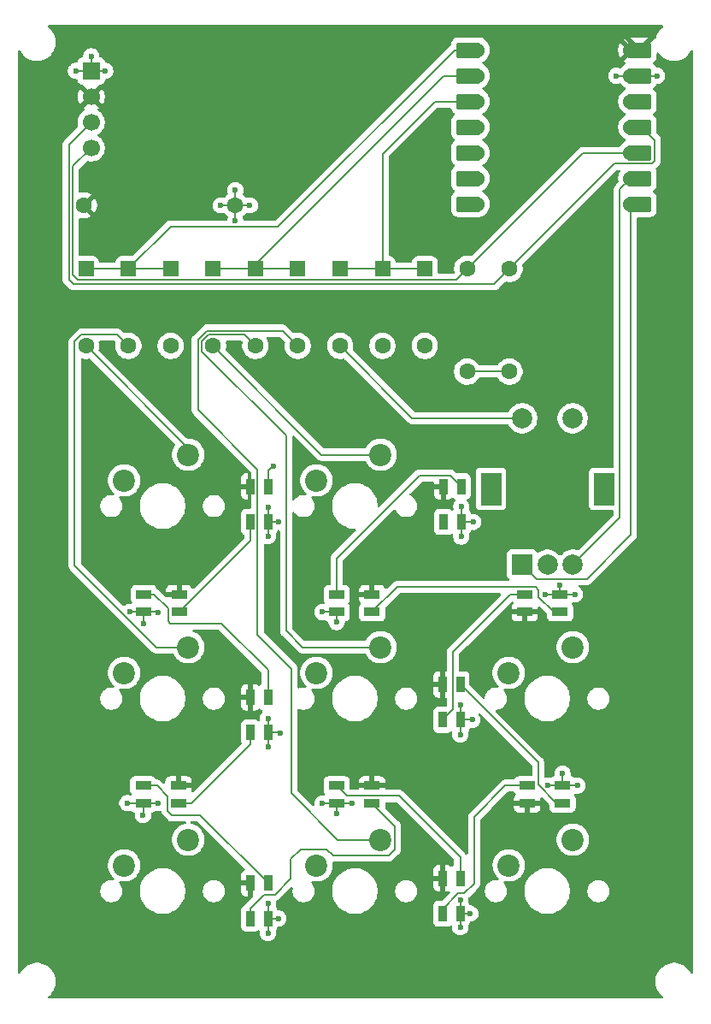
<source format=gbr>
G04 #@! TF.GenerationSoftware,KiCad,Pcbnew,9.0.6*
G04 #@! TF.CreationDate,2025-12-30T14:31:11-05:00*
G04 #@! TF.ProjectId,keyboard,6b657962-6f61-4726-942e-6b696361645f,rev?*
G04 #@! TF.SameCoordinates,Original*
G04 #@! TF.FileFunction,Copper,L1,Top*
G04 #@! TF.FilePolarity,Positive*
%FSLAX46Y46*%
G04 Gerber Fmt 4.6, Leading zero omitted, Abs format (unit mm)*
G04 Created by KiCad (PCBNEW 9.0.6) date 2025-12-30 14:31:11*
%MOMM*%
%LPD*%
G01*
G04 APERTURE LIST*
G04 Aperture macros list*
%AMRoundRect*
0 Rectangle with rounded corners*
0 $1 Rounding radius*
0 $2 $3 $4 $5 $6 $7 $8 $9 X,Y pos of 4 corners*
0 Add a 4 corners polygon primitive as box body*
4,1,4,$2,$3,$4,$5,$6,$7,$8,$9,$2,$3,0*
0 Add four circle primitives for the rounded corners*
1,1,$1+$1,$2,$3*
1,1,$1+$1,$4,$5*
1,1,$1+$1,$6,$7*
1,1,$1+$1,$8,$9*
0 Add four rect primitives between the rounded corners*
20,1,$1+$1,$2,$3,$4,$5,0*
20,1,$1+$1,$4,$5,$6,$7,0*
20,1,$1+$1,$6,$7,$8,$9,0*
20,1,$1+$1,$8,$9,$2,$3,0*%
G04 Aperture macros list end*
G04 #@! TA.AperFunction,SMDPad,CuDef*
%ADD10R,1.600000X0.850000*%
G04 #@! TD*
G04 #@! TA.AperFunction,ComponentPad*
%ADD11RoundRect,0.250000X-0.550000X0.550000X-0.550000X-0.550000X0.550000X-0.550000X0.550000X0.550000X0*%
G04 #@! TD*
G04 #@! TA.AperFunction,ComponentPad*
%ADD12C,1.600000*%
G04 #@! TD*
G04 #@! TA.AperFunction,ComponentPad*
%ADD13C,2.200000*%
G04 #@! TD*
G04 #@! TA.AperFunction,SMDPad,CuDef*
%ADD14RoundRect,0.152400X1.063600X0.609600X-1.063600X0.609600X-1.063600X-0.609600X1.063600X-0.609600X0*%
G04 #@! TD*
G04 #@! TA.AperFunction,ComponentPad*
%ADD15C,1.524000*%
G04 #@! TD*
G04 #@! TA.AperFunction,SMDPad,CuDef*
%ADD16RoundRect,0.152400X-1.063600X-0.609600X1.063600X-0.609600X1.063600X0.609600X-1.063600X0.609600X0*%
G04 #@! TD*
G04 #@! TA.AperFunction,SMDPad,CuDef*
%ADD17R,0.850000X1.600000*%
G04 #@! TD*
G04 #@! TA.AperFunction,ComponentPad*
%ADD18R,2.000000X2.000000*%
G04 #@! TD*
G04 #@! TA.AperFunction,ComponentPad*
%ADD19C,2.000000*%
G04 #@! TD*
G04 #@! TA.AperFunction,ComponentPad*
%ADD20R,2.000000X3.200000*%
G04 #@! TD*
G04 #@! TA.AperFunction,ComponentPad*
%ADD21R,1.700000X1.700000*%
G04 #@! TD*
G04 #@! TA.AperFunction,ComponentPad*
%ADD22C,1.700000*%
G04 #@! TD*
G04 #@! TA.AperFunction,ViaPad*
%ADD23C,0.600000*%
G04 #@! TD*
G04 #@! TA.AperFunction,Conductor*
%ADD24C,0.200000*%
G04 #@! TD*
G04 APERTURE END LIST*
D10*
X37806536Y-104246192D03*
X37806536Y-105996192D03*
X41306536Y-105996192D03*
X41306536Y-104246192D03*
D11*
X48865711Y-72036936D03*
D12*
X48865711Y-79656936D03*
D13*
X61269472Y-109476368D03*
X54919472Y-112016368D03*
D11*
X53061558Y-72036936D03*
D12*
X53061558Y-79656936D03*
D14*
X69993732Y-50384484D03*
D15*
X70828732Y-50384484D03*
D14*
X69993732Y-52924484D03*
D15*
X70828732Y-52924484D03*
D14*
X69993732Y-55464484D03*
D15*
X70828732Y-55464484D03*
D14*
X69993732Y-58004484D03*
D15*
X70828732Y-58004484D03*
D14*
X69993732Y-60544484D03*
D15*
X70828732Y-60544484D03*
D14*
X69993732Y-63084484D03*
D15*
X70828732Y-63084484D03*
D14*
X69993732Y-65624484D03*
D15*
X70828732Y-65624484D03*
X86068732Y-65624484D03*
D16*
X86903732Y-65624484D03*
D15*
X86068732Y-63084484D03*
D16*
X86903732Y-63084484D03*
D15*
X86068732Y-60544484D03*
D16*
X86903732Y-60544484D03*
D15*
X86068732Y-58004484D03*
D16*
X86903732Y-58004484D03*
D15*
X86068732Y-55464484D03*
D16*
X86903732Y-55464484D03*
D15*
X86068732Y-52924484D03*
D16*
X86903732Y-52924484D03*
D15*
X86068732Y-50384484D03*
D16*
X86903732Y-50384484D03*
D12*
X74040792Y-82196936D03*
X74040792Y-72036936D03*
D17*
X67411436Y-135843028D03*
X69161436Y-135843028D03*
X69161436Y-132343028D03*
X67411436Y-132343028D03*
X67411436Y-116669600D03*
X69161436Y-116669600D03*
X69161436Y-113169600D03*
X67411436Y-113169600D03*
D10*
X79290488Y-124927684D03*
X79290488Y-123177684D03*
X75790488Y-123177684D03*
X75790488Y-124927684D03*
X79048552Y-105996192D03*
X79048552Y-104246192D03*
X75548552Y-104246192D03*
X75548552Y-105996192D03*
D12*
X46882324Y-65746108D03*
X31882324Y-65746108D03*
D13*
X80321932Y-109476368D03*
X73971932Y-112016368D03*
D10*
X56919480Y-104246192D03*
X56919480Y-105996192D03*
X60419480Y-105996192D03*
X60419480Y-104246192D03*
D11*
X65649098Y-72036936D03*
D12*
X65649098Y-79656936D03*
D10*
X37746052Y-123177684D03*
X37746052Y-124927684D03*
X41246052Y-124927684D03*
X41246052Y-123177684D03*
D11*
X32082324Y-72036936D03*
D12*
X32082324Y-79656936D03*
D13*
X42218324Y-128528828D03*
X35868324Y-131068828D03*
D17*
X67504180Y-97068748D03*
X69254180Y-97068748D03*
X69254180Y-93568748D03*
X67504180Y-93568748D03*
X48358976Y-117939764D03*
X50108976Y-117939764D03*
X50108976Y-114439764D03*
X48358976Y-114439764D03*
D13*
X61270456Y-128528172D03*
X54920456Y-131068172D03*
D10*
X56919480Y-123177684D03*
X56919480Y-124927684D03*
X60419480Y-124927684D03*
X60419480Y-123177684D03*
D18*
X75307436Y-101310684D03*
D19*
X80307436Y-101310684D03*
X77807436Y-101310684D03*
D20*
X72207436Y-93810684D03*
X83407436Y-93810684D03*
D19*
X80307436Y-86810684D03*
X75307436Y-86810684D03*
D13*
X61269472Y-90423908D03*
X54919472Y-92963908D03*
D17*
X48358976Y-97068748D03*
X50108976Y-97068748D03*
X50108976Y-93568748D03*
X48358976Y-93568748D03*
D11*
X36278171Y-72036936D03*
D12*
X36278171Y-79656936D03*
D13*
X42218324Y-90423908D03*
X35868324Y-92963908D03*
X80322096Y-128528828D03*
X73972096Y-131068828D03*
D12*
X69844945Y-82196936D03*
X69844945Y-72036936D03*
D13*
X42218324Y-109476368D03*
X35868324Y-112016368D03*
D11*
X44669864Y-72036936D03*
D12*
X44669864Y-79656936D03*
D11*
X40474018Y-72036936D03*
D12*
X40474018Y-79656936D03*
D11*
X57257405Y-72036936D03*
D12*
X57257405Y-79656936D03*
D21*
X32602324Y-52440120D03*
D22*
X32602324Y-54980120D03*
X32602324Y-57520120D03*
X32602324Y-60060120D03*
D17*
X48358976Y-136326900D03*
X50108976Y-136326900D03*
X50108976Y-132826900D03*
X48358976Y-132826900D03*
D11*
X61453252Y-72036936D03*
D12*
X61453252Y-79656936D03*
D23*
X50654644Y-91541827D03*
X69254180Y-98528436D03*
X46875100Y-67258208D03*
X55496088Y-124927684D03*
X55496088Y-105996192D03*
X69161436Y-134488192D03*
X58427544Y-124899460D03*
X33991516Y-52440120D03*
X50108976Y-119367192D03*
X69254180Y-95564720D03*
X32600876Y-50988012D03*
X79294524Y-121996228D03*
X56919480Y-125927688D03*
X88669544Y-52923500D03*
X46882324Y-64226784D03*
X70346928Y-116669600D03*
X48326716Y-65746108D03*
X70463860Y-97076820D03*
X39193632Y-106028452D03*
X50108976Y-95657464D03*
X69161436Y-118125252D03*
X36411368Y-105996192D03*
X50108976Y-116520408D03*
X50108976Y-98467952D03*
X79048552Y-103306672D03*
X37802500Y-107117164D03*
X45423484Y-65746108D03*
X39193632Y-124899460D03*
X51161392Y-97068748D03*
X80774364Y-123177684D03*
X69161436Y-115189760D03*
X70165476Y-135843028D03*
X77572748Y-104246192D03*
X37742016Y-126109140D03*
X77814684Y-123177684D03*
X51165428Y-136326900D03*
X36169432Y-124899460D03*
X80532428Y-104246192D03*
X56915444Y-106996196D03*
X50108976Y-137754328D03*
X84617116Y-52923500D03*
X50108976Y-134847060D03*
X69161436Y-137205936D03*
X31088284Y-52440120D03*
X51350916Y-117943800D03*
D24*
X51112820Y-67859208D02*
X68587544Y-50384484D01*
X51108980Y-67859208D02*
X51112820Y-67859208D01*
X36278171Y-72036936D02*
X40455899Y-67859208D01*
X32082324Y-72036936D02*
X40474018Y-72036936D01*
X68587544Y-50384484D02*
X69993732Y-50384484D01*
X40455899Y-67859208D02*
X51108980Y-67859208D01*
X31626274Y-78555936D02*
X30967808Y-79214402D01*
X39041601Y-109476368D02*
X42218324Y-109476368D01*
X30967808Y-101402575D02*
X39041601Y-109476368D01*
X36278171Y-79656936D02*
X35177171Y-78555936D01*
X30967808Y-79214402D02*
X30967808Y-101402575D01*
X35177171Y-78555936D02*
X31626274Y-78555936D01*
X32082324Y-79656936D02*
X42218324Y-89792936D01*
X42218324Y-89792936D02*
X42218324Y-90423908D01*
X53061558Y-79656936D02*
X51559558Y-78154936D01*
X51559558Y-78154936D02*
X44047714Y-78154936D01*
X43167864Y-79034786D02*
X43167864Y-85990536D01*
X49084976Y-108236688D02*
X52448472Y-111600184D01*
X57036412Y-128528500D02*
X57036740Y-128528172D01*
X52448472Y-111600184D02*
X52448472Y-123940560D01*
X49084976Y-91907648D02*
X49084976Y-108236688D01*
X44047714Y-78154936D02*
X43167864Y-79034786D01*
X43167864Y-85990536D02*
X49084976Y-91907648D01*
X57036740Y-128528172D02*
X61270456Y-128528172D01*
X52448472Y-123940560D02*
X57036412Y-128528500D01*
X47764711Y-78555936D02*
X44213814Y-78555936D01*
X43568864Y-80222168D02*
X51895272Y-88548576D01*
X43568864Y-79200886D02*
X43568864Y-80222168D01*
X48865711Y-79656936D02*
X47764711Y-78555936D01*
X53528668Y-109476368D02*
X61269472Y-109476368D01*
X44213814Y-78555936D02*
X43568864Y-79200886D01*
X51895272Y-88548576D02*
X51895272Y-107842972D01*
X51895272Y-107842972D02*
X53528668Y-109476368D01*
X50654644Y-91541827D02*
X50595573Y-91541827D01*
X50141236Y-91996164D02*
X50141236Y-93536488D01*
X50595573Y-91541827D02*
X50141236Y-91996164D01*
X50141236Y-93536488D02*
X50108976Y-93568748D01*
X37806536Y-107113128D02*
X37802500Y-107117164D01*
X56919480Y-126044620D02*
X56915444Y-126048656D01*
X37806536Y-105996192D02*
X39161372Y-105996192D01*
X86903732Y-52924484D02*
X84618100Y-52924484D01*
X56919480Y-105996192D02*
X56919480Y-106992160D01*
X50108976Y-134847060D02*
X50108976Y-136326900D01*
X70346928Y-116669600D02*
X69161436Y-116669600D01*
X56919480Y-124927684D02*
X55496088Y-124927684D01*
X46996068Y-65746108D02*
X47056552Y-65685624D01*
X50108976Y-95657464D02*
X50108976Y-97068748D01*
X84618100Y-52924484D02*
X84617116Y-52923500D01*
X69254180Y-97068748D02*
X69254180Y-95564720D01*
X69161436Y-135843028D02*
X69161436Y-137205936D01*
X69254180Y-97068748D02*
X70455788Y-97068748D01*
X50108976Y-98467952D02*
X50108976Y-97068748D01*
X79048552Y-103306672D02*
X79048552Y-104246192D01*
X32602324Y-52440120D02*
X32602324Y-50989460D01*
X37746052Y-124927684D02*
X36197656Y-124927684D01*
X46882324Y-65746108D02*
X48326716Y-65746108D01*
X50108976Y-117939764D02*
X50108976Y-116520408D01*
X46882324Y-67250984D02*
X46875100Y-67258208D01*
X33991516Y-52440120D02*
X32602324Y-52440120D01*
X58399320Y-124927684D02*
X58427544Y-124899460D01*
X88668560Y-52924484D02*
X88669544Y-52923500D01*
X37746052Y-126105104D02*
X37742016Y-126109140D01*
X37746052Y-124927684D02*
X39165408Y-124927684D01*
X36411368Y-105996192D02*
X37806536Y-105996192D01*
X32602324Y-50989460D02*
X32600876Y-50988012D01*
X51165428Y-136326900D02*
X50108976Y-136326900D01*
X69254180Y-97068748D02*
X69254180Y-98528436D01*
X46882324Y-65746108D02*
X46882324Y-67250984D01*
X77572748Y-104246192D02*
X79048552Y-104246192D01*
X51346880Y-117939764D02*
X50108976Y-117939764D01*
X46882324Y-64226784D02*
X46882324Y-65746108D01*
X56919480Y-106992160D02*
X56915444Y-106996196D01*
X69161436Y-135843028D02*
X70165476Y-135843028D01*
X55496088Y-105996192D02*
X56919480Y-105996192D01*
X70455788Y-97068748D02*
X70463860Y-97076820D01*
X37746052Y-124927684D02*
X37746052Y-126105104D01*
X39161372Y-105996192D02*
X39193632Y-106028452D01*
X86903732Y-52924484D02*
X88668560Y-52924484D01*
X36197656Y-124927684D02*
X36169432Y-124899460D01*
X50108976Y-119367192D02*
X50108976Y-117939764D01*
X80774364Y-123177684D02*
X79290488Y-123177684D01*
X37806536Y-105996192D02*
X37806536Y-107113128D01*
X31088284Y-52440120D02*
X32602324Y-52440120D01*
X69161436Y-115189760D02*
X69161436Y-116669600D01*
X46882324Y-65746108D02*
X45423484Y-65746108D01*
X50108976Y-137754328D02*
X50108976Y-136326900D01*
X77814684Y-123177684D02*
X79290488Y-123177684D01*
X79290488Y-122000264D02*
X79290488Y-123177684D01*
X51346880Y-117939764D02*
X51350916Y-117943800D01*
X80532428Y-104246192D02*
X79048552Y-104246192D01*
X56919480Y-126044620D02*
X56919480Y-125927688D01*
X51161392Y-97068748D02*
X50108976Y-97068748D01*
X69161436Y-135843028D02*
X69161436Y-134488192D01*
X46882324Y-65746108D02*
X46996068Y-65746108D01*
X56919480Y-124927684D02*
X58399320Y-124927684D01*
X79294524Y-121996228D02*
X79290488Y-122000264D01*
X56919480Y-125927688D02*
X56919480Y-124927684D01*
X69161436Y-118125252D02*
X69161436Y-116669600D01*
X39165408Y-124927684D02*
X39193632Y-124899460D01*
X48358976Y-98943752D02*
X41306536Y-105996192D01*
X48358976Y-97068748D02*
X48358976Y-98943752D01*
X37806536Y-104246192D02*
X38806536Y-104246192D01*
X40205536Y-106919388D02*
X40403312Y-107117164D01*
X50108976Y-111742172D02*
X50108976Y-114439764D01*
X45483968Y-107117164D02*
X50108976Y-111742172D01*
X40403312Y-107117164D02*
X45483968Y-107117164D01*
X40205536Y-105645192D02*
X40205536Y-106919388D01*
X38806536Y-104246192D02*
X40205536Y-105645192D01*
X48358976Y-119060736D02*
X42492028Y-124927684D01*
X48358976Y-117939764D02*
X48358976Y-119060736D01*
X42492028Y-124927684D02*
X41246052Y-124927684D01*
X40145052Y-124217812D02*
X40145052Y-125653684D01*
X39104924Y-123177684D02*
X40145052Y-124217812D01*
X37746052Y-123177684D02*
X39104924Y-123177684D01*
X43391216Y-126109140D02*
X50108976Y-132826900D01*
X40600508Y-126109140D02*
X43391216Y-126109140D01*
X40145052Y-125653684D02*
X40600508Y-126109140D01*
X48358976Y-135326900D02*
X49713816Y-133972060D01*
X50790816Y-133972060D02*
X52379144Y-132383732D01*
X48358976Y-136326900D02*
X48358976Y-135326900D01*
X62056584Y-130101084D02*
X56552540Y-130101084D01*
X56552540Y-130101084D02*
X55947700Y-129496244D01*
X53346888Y-129496244D02*
X52379144Y-130463988D01*
X62671456Y-127179660D02*
X62671456Y-129486212D01*
X62671456Y-129486212D02*
X62056584Y-130101084D01*
X60419480Y-124927684D02*
X62671456Y-127179660D01*
X49713816Y-133972060D02*
X50790816Y-133972060D01*
X52379144Y-132383732D02*
X52379144Y-130463988D01*
X55947700Y-129496244D02*
X53346888Y-129496244D01*
X63112844Y-124201684D02*
X69161436Y-130250276D01*
X57943480Y-124201684D02*
X63112844Y-124201684D01*
X69161436Y-130250276D02*
X69161436Y-132343028D01*
X56919480Y-123177684D02*
X57943480Y-124201684D01*
X68948593Y-133851092D02*
X69556600Y-133851092D01*
X73637252Y-123177684D02*
X75790488Y-123177684D01*
X70524344Y-126290592D02*
X73637252Y-123177684D01*
X67411436Y-135388249D02*
X68948593Y-133851092D01*
X67411436Y-135843028D02*
X67411436Y-135388249D01*
X70524344Y-132883348D02*
X70524344Y-126290592D01*
X69556600Y-133851092D02*
X70524344Y-132883348D01*
X79290488Y-124927684D02*
X78714741Y-124927684D01*
X78714741Y-124927684D02*
X76891488Y-123104431D01*
X76891488Y-120899652D02*
X69161436Y-113169600D01*
X76891488Y-123104431D02*
X76891488Y-120899652D01*
X68743945Y-73137936D02*
X31297164Y-73137936D01*
X69844945Y-72036936D02*
X81337397Y-60544484D01*
X81337397Y-60544484D02*
X86903732Y-60544484D01*
X30781324Y-61881120D02*
X32602324Y-60060120D01*
X69844945Y-72036936D02*
X68743945Y-73137936D01*
X30781324Y-72622096D02*
X30781324Y-61881120D01*
X31297164Y-73137936D02*
X30781324Y-72622096D01*
X87146362Y-58004484D02*
X86068732Y-58004484D01*
X30380324Y-73082028D02*
X30380324Y-59742120D01*
X74040792Y-72036936D02*
X72529184Y-73548544D01*
X72529184Y-73548544D02*
X30846840Y-73548544D01*
X74040792Y-72036936D02*
X84444532Y-61633196D01*
X88420732Y-61346110D02*
X88420732Y-59278854D01*
X88133646Y-61633196D02*
X88420732Y-61346110D01*
X84444532Y-61633196D02*
X88133646Y-61633196D01*
X88420732Y-59278854D02*
X87146362Y-58004484D01*
X30846840Y-73548544D02*
X30380324Y-73082028D01*
X30380324Y-59742120D02*
X32602324Y-57520120D01*
X74040792Y-82196936D02*
X69844945Y-82196936D01*
X48865711Y-71557933D02*
X67499160Y-52924484D01*
X48865711Y-72036936D02*
X48865711Y-71557933D01*
X67499160Y-52924484D02*
X69993732Y-52924484D01*
X44669864Y-72036936D02*
X53061558Y-72036936D01*
X55436836Y-90423908D02*
X61269472Y-90423908D01*
X44669864Y-79656936D02*
X55436836Y-90423908D01*
X65685132Y-79656936D02*
X65806592Y-79778396D01*
X65649098Y-79656936D02*
X65685132Y-79656936D01*
X57257405Y-79656936D02*
X64411153Y-86810684D01*
X57157872Y-79656936D02*
X56975928Y-79838880D01*
X64411153Y-86810684D02*
X75307436Y-86810684D01*
X57257405Y-79656936D02*
X57157872Y-79656936D01*
X57257405Y-72036936D02*
X65649098Y-72036936D01*
X66652712Y-55464484D02*
X70828732Y-55464484D01*
X61453252Y-60663944D02*
X66652712Y-55464484D01*
X61453252Y-72036936D02*
X61453252Y-60663944D01*
X84980020Y-96638100D02*
X80307436Y-101310684D01*
X86068732Y-63084484D02*
X84980020Y-64173196D01*
X84980020Y-64173196D02*
X84980020Y-96638100D01*
X86068732Y-65624484D02*
X86068732Y-98346984D01*
X81713884Y-102701832D02*
X76698584Y-102701832D01*
X76698584Y-102701832D02*
X75307436Y-101310684D01*
X86068732Y-98346984D02*
X81713884Y-102701832D01*
X68435436Y-115645600D02*
X68435436Y-109931880D01*
X68435436Y-109931880D02*
X74121124Y-104246192D01*
X74121124Y-104246192D02*
X75548552Y-104246192D01*
X67411436Y-116669600D02*
X68435436Y-115645600D01*
X78415488Y-105996192D02*
X79048552Y-105996192D01*
X76935648Y-103806288D02*
X76935648Y-104516352D01*
X76935648Y-104516352D02*
X78415488Y-105996192D01*
X60419480Y-105996192D02*
X62895480Y-103520192D01*
X76649552Y-103520192D02*
X76935648Y-103806288D01*
X62895480Y-103520192D02*
X76649552Y-103520192D01*
X69254180Y-93645748D02*
X69254180Y-93568748D01*
X56919480Y-104246192D02*
X56919480Y-100695430D01*
X68153180Y-92467748D02*
X69254180Y-93568748D01*
X65147162Y-92467748D02*
X68153180Y-92467748D01*
X56919480Y-100695430D02*
X65147162Y-92467748D01*
G04 #@! TA.AperFunction,Conductor*
G36*
X89233149Y-47922241D02*
G01*
X89278904Y-47975045D01*
X89288848Y-48044203D01*
X89259823Y-48107759D01*
X89241596Y-48124932D01*
X89140359Y-48202613D01*
X89140352Y-48202619D01*
X88968835Y-48374136D01*
X88968829Y-48374143D01*
X88821163Y-48566586D01*
X88699873Y-48776665D01*
X88699869Y-48776674D01*
X88607043Y-49000775D01*
X88558830Y-49180707D01*
X88522464Y-49240367D01*
X88459617Y-49270896D01*
X88396456Y-49263344D01*
X88378424Y-49263344D01*
X87168189Y-50473579D01*
X87106866Y-50507064D01*
X87037174Y-50502080D01*
X86992827Y-50473579D01*
X86903732Y-50384484D01*
X86814637Y-50473579D01*
X86753314Y-50507064D01*
X86683622Y-50502080D01*
X86639275Y-50473579D01*
X86513232Y-50347536D01*
X86513232Y-50325964D01*
X86482940Y-50212913D01*
X86424421Y-50111554D01*
X86341662Y-50028795D01*
X86240303Y-49970276D01*
X86127252Y-49939984D01*
X86105680Y-49939984D01*
X85429039Y-49263343D01*
X85365092Y-49327291D01*
X85984637Y-49946836D01*
X85897161Y-49970276D01*
X85795802Y-50028795D01*
X85713043Y-50111554D01*
X85654524Y-50212913D01*
X85631084Y-50300389D01*
X85016462Y-49685766D01*
X85016461Y-49685767D01*
X84989375Y-49723048D01*
X84899189Y-49900046D01*
X84837807Y-50088960D01*
X84837807Y-50088963D01*
X84806732Y-50285162D01*
X84806732Y-50483805D01*
X84837807Y-50680004D01*
X84837807Y-50680007D01*
X84899189Y-50868921D01*
X84989373Y-51045916D01*
X85016462Y-51083199D01*
X85016463Y-51083200D01*
X85631084Y-50468578D01*
X85654524Y-50556055D01*
X85713043Y-50657414D01*
X85795802Y-50740173D01*
X85897161Y-50798692D01*
X85984636Y-50822131D01*
X85365092Y-51441675D01*
X85437092Y-51513676D01*
X85437096Y-51513679D01*
X85494218Y-51547461D01*
X85541901Y-51598530D01*
X85554405Y-51667272D01*
X85527760Y-51731861D01*
X85510707Y-51749263D01*
X85502936Y-51755769D01*
X85436785Y-51794892D01*
X85336722Y-51894953D01*
X85332516Y-51898476D01*
X85331330Y-51898993D01*
X85325793Y-51903723D01*
X85246268Y-51961502D01*
X85105753Y-52102017D01*
X85105748Y-52102023D01*
X85075289Y-52143945D01*
X85019958Y-52186609D01*
X84950345Y-52192587D01*
X84927522Y-52185619D01*
X84885159Y-52168072D01*
X84850613Y-52153763D01*
X84850609Y-52153762D01*
X84850605Y-52153761D01*
X84695961Y-52123000D01*
X84695958Y-52123000D01*
X84538274Y-52123000D01*
X84538271Y-52123000D01*
X84383626Y-52153761D01*
X84383614Y-52153764D01*
X84237943Y-52214102D01*
X84237930Y-52214109D01*
X84106827Y-52301710D01*
X84106823Y-52301713D01*
X83995329Y-52413207D01*
X83995326Y-52413211D01*
X83907725Y-52544314D01*
X83907718Y-52544327D01*
X83847380Y-52689998D01*
X83847377Y-52690010D01*
X83816616Y-52844653D01*
X83816616Y-53002346D01*
X83847377Y-53156989D01*
X83847380Y-53157001D01*
X83907718Y-53302672D01*
X83907725Y-53302685D01*
X83995326Y-53433788D01*
X83995329Y-53433792D01*
X84106823Y-53545286D01*
X84106827Y-53545289D01*
X84237930Y-53632890D01*
X84237943Y-53632897D01*
X84289775Y-53654366D01*
X84383619Y-53693237D01*
X84538269Y-53723999D01*
X84538272Y-53724000D01*
X84538274Y-53724000D01*
X84695960Y-53724000D01*
X84695961Y-53723999D01*
X84850613Y-53693237D01*
X84926426Y-53661834D01*
X84995889Y-53654366D01*
X85058369Y-53685640D01*
X85074188Y-53703506D01*
X85105751Y-53746948D01*
X85105753Y-53746950D01*
X85246271Y-53887468D01*
X85325792Y-53945242D01*
X85332556Y-53950523D01*
X85336730Y-53954021D01*
X85436785Y-54054076D01*
X85502469Y-54092921D01*
X85510254Y-54099446D01*
X85524220Y-54120410D01*
X85541411Y-54138822D01*
X85543260Y-54148990D01*
X85548992Y-54157594D01*
X85549406Y-54182781D01*
X85553914Y-54207563D01*
X85549971Y-54217118D01*
X85550142Y-54227454D01*
X85536875Y-54248865D01*
X85527268Y-54272153D01*
X85516854Y-54281176D01*
X85513341Y-54286847D01*
X85506603Y-54290059D01*
X85493728Y-54301216D01*
X85436785Y-54334892D01*
X85436778Y-54334897D01*
X85340586Y-54431088D01*
X85325793Y-54443723D01*
X85246268Y-54501502D01*
X85105753Y-54642017D01*
X84988945Y-54802789D01*
X84898726Y-54979851D01*
X84898725Y-54979854D01*
X84837319Y-55168846D01*
X84806232Y-55365123D01*
X84806232Y-55563844D01*
X84837319Y-55760121D01*
X84898725Y-55949113D01*
X84898726Y-55949116D01*
X84976270Y-56101303D01*
X84988945Y-56126178D01*
X85105751Y-56286948D01*
X85105753Y-56286950D01*
X85246271Y-56427468D01*
X85325792Y-56485242D01*
X85332556Y-56490523D01*
X85336730Y-56494021D01*
X85436785Y-56594076D01*
X85502469Y-56632921D01*
X85510254Y-56639446D01*
X85524220Y-56660410D01*
X85541411Y-56678822D01*
X85543260Y-56688990D01*
X85548992Y-56697594D01*
X85549406Y-56722781D01*
X85553914Y-56747563D01*
X85549971Y-56757118D01*
X85550142Y-56767454D01*
X85536875Y-56788865D01*
X85527268Y-56812153D01*
X85516854Y-56821176D01*
X85513341Y-56826847D01*
X85506603Y-56830059D01*
X85493728Y-56841216D01*
X85436785Y-56874892D01*
X85436778Y-56874897D01*
X85340586Y-56971088D01*
X85325793Y-56983723D01*
X85246268Y-57041502D01*
X85105753Y-57182017D01*
X84988945Y-57342789D01*
X84898726Y-57519851D01*
X84898725Y-57519854D01*
X84837319Y-57708846D01*
X84806232Y-57905123D01*
X84806232Y-58103844D01*
X84837319Y-58300121D01*
X84898725Y-58489113D01*
X84898726Y-58489116D01*
X84943892Y-58577757D01*
X84988945Y-58666178D01*
X85105751Y-58826948D01*
X85105753Y-58826950D01*
X85246271Y-58967468D01*
X85325792Y-59025242D01*
X85332556Y-59030523D01*
X85336730Y-59034021D01*
X85436785Y-59134076D01*
X85502469Y-59172921D01*
X85510254Y-59179446D01*
X85524220Y-59200410D01*
X85541411Y-59218822D01*
X85543260Y-59228990D01*
X85548992Y-59237594D01*
X85549406Y-59262781D01*
X85553914Y-59287563D01*
X85549971Y-59297118D01*
X85550142Y-59307454D01*
X85536875Y-59328865D01*
X85527268Y-59352153D01*
X85516854Y-59361176D01*
X85513341Y-59366847D01*
X85506603Y-59370059D01*
X85493728Y-59381216D01*
X85436785Y-59414892D01*
X85436778Y-59414897D01*
X85340586Y-59511088D01*
X85325793Y-59523723D01*
X85246268Y-59581502D01*
X85105753Y-59722017D01*
X84988942Y-59882793D01*
X84987732Y-59884769D01*
X84987075Y-59885362D01*
X84986081Y-59886732D01*
X84985793Y-59886523D01*
X84935922Y-59931647D01*
X84882002Y-59943984D01*
X81258338Y-59943984D01*
X81221582Y-59953832D01*
X81221583Y-59953833D01*
X81105611Y-59984907D01*
X81105606Y-59984910D01*
X80968687Y-60063959D01*
X80968679Y-60063965D01*
X80856875Y-60175770D01*
X70289787Y-70742857D01*
X70228464Y-70776342D01*
X70163793Y-70773109D01*
X70149479Y-70768458D01*
X69974940Y-70740814D01*
X69947297Y-70736436D01*
X69742593Y-70736436D01*
X69718274Y-70740287D01*
X69540410Y-70768458D01*
X69345721Y-70831717D01*
X69163331Y-70924651D01*
X68997731Y-71044964D01*
X68852973Y-71189722D01*
X68732660Y-71355322D01*
X68639726Y-71537712D01*
X68576467Y-71732401D01*
X68544445Y-71934584D01*
X68544445Y-72139287D01*
X68576468Y-72341471D01*
X68581117Y-72355781D01*
X68581550Y-72370988D01*
X68586869Y-72385244D01*
X68582527Y-72405205D01*
X68583110Y-72425623D01*
X68575023Y-72439706D01*
X68572020Y-72453517D01*
X68550871Y-72481773D01*
X68531533Y-72501113D01*
X68470211Y-72534601D01*
X68443847Y-72537436D01*
X67073598Y-72537436D01*
X67006559Y-72517751D01*
X66960804Y-72464947D01*
X66949598Y-72413436D01*
X66949597Y-71436934D01*
X66949596Y-71436916D01*
X66939097Y-71334139D01*
X66939096Y-71334136D01*
X66926058Y-71294789D01*
X66883912Y-71167602D01*
X66791810Y-71018280D01*
X66667754Y-70894224D01*
X66518432Y-70802122D01*
X66351895Y-70746937D01*
X66351893Y-70746936D01*
X66249108Y-70736436D01*
X65049096Y-70736436D01*
X65049079Y-70736437D01*
X64946301Y-70746936D01*
X64946298Y-70746937D01*
X64779766Y-70802121D01*
X64779761Y-70802123D01*
X64630440Y-70894225D01*
X64506387Y-71018278D01*
X64414285Y-71167599D01*
X64414283Y-71167604D01*
X64359098Y-71334140D01*
X64358186Y-71338403D01*
X64324899Y-71399834D01*
X64263684Y-71433517D01*
X64236935Y-71436436D01*
X62865415Y-71436436D01*
X62798376Y-71416751D01*
X62752621Y-71363947D01*
X62744163Y-71338395D01*
X62743252Y-71334143D01*
X62743250Y-71334136D01*
X62688066Y-71167602D01*
X62595964Y-71018280D01*
X62471908Y-70894224D01*
X62322586Y-70802122D01*
X62305889Y-70796589D01*
X62156047Y-70746936D01*
X62151785Y-70746024D01*
X62090354Y-70712737D01*
X62056671Y-70651522D01*
X62053752Y-70624773D01*
X62053752Y-60964041D01*
X62073437Y-60897002D01*
X62090071Y-60876360D01*
X66865128Y-56101303D01*
X66926451Y-56067818D01*
X66952809Y-56064984D01*
X68156702Y-56064984D01*
X68223741Y-56084669D01*
X68269496Y-56137473D01*
X68278167Y-56170949D01*
X68279006Y-56170796D01*
X68280145Y-56177036D01*
X68326166Y-56335438D01*
X68326167Y-56335441D01*
X68326168Y-56335443D01*
X68340883Y-56360324D01*
X68410137Y-56477427D01*
X68410144Y-56477436D01*
X68526779Y-56594071D01*
X68526782Y-56594073D01*
X68526785Y-56594076D01*
X68583728Y-56627752D01*
X68631411Y-56678822D01*
X68643914Y-56747563D01*
X68617268Y-56812153D01*
X68583728Y-56841216D01*
X68526785Y-56874892D01*
X68526779Y-56874896D01*
X68410144Y-56991531D01*
X68410137Y-56991540D01*
X68326167Y-57133526D01*
X68326166Y-57133529D01*
X68280145Y-57291931D01*
X68280144Y-57291937D01*
X68277232Y-57328942D01*
X68277232Y-58680025D01*
X68280144Y-58717030D01*
X68280145Y-58717036D01*
X68326166Y-58875438D01*
X68326167Y-58875441D01*
X68410137Y-59017427D01*
X68410144Y-59017436D01*
X68526779Y-59134071D01*
X68526782Y-59134073D01*
X68526785Y-59134076D01*
X68583728Y-59167752D01*
X68631411Y-59218822D01*
X68643914Y-59287563D01*
X68617268Y-59352153D01*
X68583728Y-59381216D01*
X68526785Y-59414892D01*
X68526779Y-59414896D01*
X68410144Y-59531531D01*
X68410137Y-59531540D01*
X68326167Y-59673526D01*
X68326166Y-59673529D01*
X68280145Y-59831931D01*
X68280144Y-59831937D01*
X68277232Y-59868942D01*
X68277232Y-61220025D01*
X68280144Y-61257030D01*
X68280145Y-61257036D01*
X68326166Y-61415438D01*
X68326167Y-61415441D01*
X68410137Y-61557427D01*
X68410144Y-61557436D01*
X68526779Y-61674071D01*
X68526782Y-61674073D01*
X68526785Y-61674076D01*
X68583728Y-61707752D01*
X68631411Y-61758822D01*
X68643914Y-61827563D01*
X68617268Y-61892153D01*
X68583728Y-61921216D01*
X68526785Y-61954892D01*
X68526779Y-61954896D01*
X68410144Y-62071531D01*
X68410137Y-62071540D01*
X68326167Y-62213526D01*
X68326166Y-62213529D01*
X68280145Y-62371931D01*
X68280144Y-62371937D01*
X68277232Y-62408942D01*
X68277232Y-63760025D01*
X68280144Y-63797030D01*
X68280145Y-63797036D01*
X68326166Y-63955438D01*
X68326167Y-63955441D01*
X68410137Y-64097427D01*
X68410144Y-64097436D01*
X68526779Y-64214071D01*
X68526782Y-64214073D01*
X68526785Y-64214076D01*
X68583728Y-64247752D01*
X68631411Y-64298822D01*
X68643914Y-64367563D01*
X68617268Y-64432153D01*
X68583728Y-64461215D01*
X68536599Y-64489088D01*
X68526785Y-64494892D01*
X68526779Y-64494896D01*
X68410144Y-64611531D01*
X68410137Y-64611540D01*
X68326167Y-64753526D01*
X68326166Y-64753529D01*
X68280145Y-64911931D01*
X68280144Y-64911937D01*
X68277232Y-64948942D01*
X68277232Y-66300025D01*
X68280144Y-66337030D01*
X68280145Y-66337036D01*
X68326166Y-66495438D01*
X68326167Y-66495441D01*
X68410137Y-66637427D01*
X68410144Y-66637436D01*
X68526779Y-66754071D01*
X68526783Y-66754074D01*
X68526785Y-66754076D01*
X68668773Y-66838048D01*
X68703079Y-66848015D01*
X68827179Y-66884070D01*
X68827182Y-66884070D01*
X68827184Y-66884071D01*
X68864198Y-66886984D01*
X68864206Y-66886984D01*
X71123258Y-66886984D01*
X71123266Y-66886984D01*
X71160280Y-66884071D01*
X71160282Y-66884070D01*
X71160284Y-66884070D01*
X71222859Y-66865890D01*
X71318691Y-66838048D01*
X71460679Y-66754076D01*
X71556880Y-66657873D01*
X71571671Y-66645242D01*
X71651196Y-66587465D01*
X71791713Y-66446948D01*
X71908519Y-66286178D01*
X71998737Y-66109116D01*
X72060145Y-65920120D01*
X72091232Y-65723845D01*
X72091232Y-65525123D01*
X72060145Y-65328848D01*
X71998737Y-65139852D01*
X71998737Y-65139851D01*
X71926567Y-64998212D01*
X71908519Y-64962790D01*
X71791713Y-64802020D01*
X71651196Y-64661503D01*
X71571670Y-64603724D01*
X71564907Y-64598444D01*
X71560732Y-64594945D01*
X71460679Y-64494892D01*
X71394991Y-64456044D01*
X71387209Y-64449522D01*
X71373242Y-64428557D01*
X71356053Y-64410147D01*
X71354203Y-64399976D01*
X71348472Y-64391374D01*
X71348056Y-64366186D01*
X71343549Y-64341405D01*
X71347490Y-64331850D01*
X71347320Y-64321514D01*
X71360588Y-64300100D01*
X71370194Y-64276816D01*
X71380606Y-64267793D01*
X71384121Y-64262122D01*
X71390859Y-64258909D01*
X71403736Y-64247752D01*
X71460679Y-64214076D01*
X71556880Y-64117873D01*
X71571671Y-64105242D01*
X71651196Y-64047465D01*
X71791713Y-63906948D01*
X71908519Y-63746178D01*
X71998737Y-63569116D01*
X72060145Y-63380120D01*
X72091232Y-63183845D01*
X72091232Y-62985123D01*
X72060145Y-62788848D01*
X71998737Y-62599852D01*
X71998737Y-62599851D01*
X71908518Y-62422789D01*
X71908517Y-62422787D01*
X71791713Y-62262020D01*
X71651196Y-62121503D01*
X71571670Y-62063724D01*
X71564907Y-62058444D01*
X71560732Y-62054945D01*
X71460679Y-61954892D01*
X71394991Y-61916044D01*
X71387209Y-61909522D01*
X71373242Y-61888557D01*
X71356053Y-61870147D01*
X71354203Y-61859976D01*
X71348472Y-61851374D01*
X71348056Y-61826186D01*
X71343549Y-61801405D01*
X71347490Y-61791850D01*
X71347320Y-61781514D01*
X71360588Y-61760100D01*
X71370194Y-61736816D01*
X71380606Y-61727793D01*
X71384121Y-61722122D01*
X71390859Y-61718909D01*
X71403736Y-61707752D01*
X71460679Y-61674076D01*
X71556880Y-61577873D01*
X71571671Y-61565242D01*
X71651196Y-61507465D01*
X71791713Y-61366948D01*
X71908519Y-61206178D01*
X71998737Y-61029116D01*
X72060145Y-60840120D01*
X72091232Y-60643845D01*
X72091232Y-60445123D01*
X72060145Y-60248848D01*
X72029441Y-60154350D01*
X71998738Y-60059854D01*
X71998737Y-60059851D01*
X71916294Y-59898050D01*
X71908519Y-59882790D01*
X71791713Y-59722020D01*
X71651196Y-59581503D01*
X71571669Y-59523723D01*
X71564907Y-59518444D01*
X71560732Y-59514945D01*
X71460679Y-59414892D01*
X71394991Y-59376044D01*
X71387209Y-59369522D01*
X71373242Y-59348557D01*
X71356053Y-59330147D01*
X71354203Y-59319976D01*
X71348472Y-59311374D01*
X71348056Y-59286186D01*
X71343549Y-59261405D01*
X71347490Y-59251850D01*
X71347320Y-59241514D01*
X71360588Y-59220100D01*
X71370194Y-59196816D01*
X71380606Y-59187793D01*
X71384121Y-59182122D01*
X71390859Y-59178909D01*
X71403736Y-59167752D01*
X71460679Y-59134076D01*
X71556880Y-59037873D01*
X71571671Y-59025242D01*
X71651196Y-58967465D01*
X71791713Y-58826948D01*
X71908519Y-58666178D01*
X71998737Y-58489116D01*
X72060145Y-58300120D01*
X72091232Y-58103845D01*
X72091232Y-57905123D01*
X72060145Y-57708848D01*
X71998737Y-57519852D01*
X71998737Y-57519851D01*
X71908518Y-57342789D01*
X71791713Y-57182020D01*
X71651196Y-57041503D01*
X71571669Y-56983723D01*
X71564907Y-56978444D01*
X71560732Y-56974945D01*
X71460679Y-56874892D01*
X71394991Y-56836044D01*
X71387209Y-56829522D01*
X71373242Y-56808557D01*
X71356053Y-56790147D01*
X71354203Y-56779976D01*
X71348472Y-56771374D01*
X71348056Y-56746186D01*
X71343549Y-56721405D01*
X71347490Y-56711850D01*
X71347320Y-56701514D01*
X71360588Y-56680100D01*
X71370194Y-56656816D01*
X71380606Y-56647793D01*
X71384121Y-56642122D01*
X71390859Y-56638909D01*
X71403736Y-56627752D01*
X71460679Y-56594076D01*
X71556880Y-56497873D01*
X71571671Y-56485242D01*
X71651196Y-56427465D01*
X71791713Y-56286948D01*
X71908519Y-56126178D01*
X71998737Y-55949116D01*
X72060145Y-55760120D01*
X72091232Y-55563845D01*
X72091232Y-55365123D01*
X72060145Y-55168848D01*
X71998737Y-54979852D01*
X71998737Y-54979851D01*
X71939699Y-54863984D01*
X71908519Y-54802790D01*
X71791713Y-54642020D01*
X71651196Y-54501503D01*
X71571669Y-54443723D01*
X71564907Y-54438444D01*
X71560732Y-54434945D01*
X71460679Y-54334892D01*
X71394991Y-54296044D01*
X71387209Y-54289522D01*
X71373242Y-54268557D01*
X71356053Y-54250147D01*
X71354203Y-54239976D01*
X71348472Y-54231374D01*
X71348056Y-54206186D01*
X71343549Y-54181405D01*
X71347490Y-54171850D01*
X71347320Y-54161514D01*
X71360588Y-54140100D01*
X71370194Y-54116816D01*
X71380606Y-54107793D01*
X71384121Y-54102122D01*
X71390859Y-54098909D01*
X71403736Y-54087752D01*
X71460679Y-54054076D01*
X71556880Y-53957873D01*
X71571671Y-53945242D01*
X71651196Y-53887465D01*
X71791713Y-53746948D01*
X71908519Y-53586178D01*
X71998737Y-53409116D01*
X72060145Y-53220120D01*
X72091232Y-53023845D01*
X72091232Y-52825123D01*
X72060145Y-52628848D01*
X72029441Y-52534350D01*
X71998738Y-52439854D01*
X71998737Y-52439851D01*
X71908518Y-52262789D01*
X71791713Y-52102020D01*
X71651196Y-51961503D01*
X71571669Y-51903723D01*
X71564907Y-51898444D01*
X71560732Y-51894945D01*
X71460679Y-51794892D01*
X71394991Y-51756044D01*
X71387209Y-51749522D01*
X71373242Y-51728557D01*
X71356053Y-51710147D01*
X71354203Y-51699976D01*
X71348472Y-51691374D01*
X71348056Y-51666186D01*
X71343549Y-51641405D01*
X71347490Y-51631850D01*
X71347320Y-51621514D01*
X71360588Y-51600100D01*
X71370194Y-51576816D01*
X71380606Y-51567793D01*
X71384121Y-51562122D01*
X71390859Y-51558909D01*
X71403736Y-51547752D01*
X71413043Y-51542248D01*
X71460679Y-51514076D01*
X71556880Y-51417873D01*
X71571671Y-51405242D01*
X71651196Y-51347465D01*
X71791713Y-51206948D01*
X71908519Y-51046178D01*
X71998737Y-50869116D01*
X72060145Y-50680120D01*
X72091232Y-50483845D01*
X72091232Y-50285123D01*
X72060145Y-50088848D01*
X71998737Y-49899852D01*
X71998737Y-49899851D01*
X71908518Y-49722789D01*
X71905161Y-49718168D01*
X71791713Y-49562020D01*
X71651196Y-49421503D01*
X71571670Y-49363724D01*
X71556879Y-49351092D01*
X71460679Y-49254892D01*
X71460678Y-49254891D01*
X71460675Y-49254889D01*
X71318689Y-49170919D01*
X71318686Y-49170918D01*
X71160284Y-49124897D01*
X71160278Y-49124896D01*
X71129627Y-49122484D01*
X85995283Y-49122484D01*
X86903732Y-50030932D01*
X87812180Y-49122484D01*
X85995283Y-49122484D01*
X71129627Y-49122484D01*
X71123273Y-49121984D01*
X71123266Y-49121984D01*
X68864198Y-49121984D01*
X68864190Y-49121984D01*
X68827185Y-49124896D01*
X68827179Y-49124897D01*
X68668777Y-49170918D01*
X68668774Y-49170919D01*
X68526788Y-49254889D01*
X68526779Y-49254896D01*
X68410144Y-49371531D01*
X68410137Y-49371540D01*
X68326167Y-49513526D01*
X68326166Y-49513529D01*
X68280145Y-49671931D01*
X68280144Y-49671937D01*
X68277232Y-49708942D01*
X68277232Y-49798653D01*
X68257547Y-49865692D01*
X68224145Y-49897541D01*
X68225277Y-49899016D01*
X68218825Y-49903966D01*
X50900404Y-67222389D01*
X50839081Y-67255874D01*
X50812723Y-67258708D01*
X47793146Y-67258708D01*
X47767237Y-67251100D01*
X47740549Y-67247000D01*
X47734215Y-67241403D01*
X47726107Y-67239023D01*
X47708426Y-67218618D01*
X47688189Y-67200738D01*
X47684155Y-67190608D01*
X47680352Y-67186219D01*
X47673837Y-67168494D01*
X47672494Y-67163751D01*
X47644837Y-67024711D01*
X47607799Y-66935293D01*
X47605828Y-66928332D01*
X47606097Y-66900348D01*
X47603107Y-66872530D01*
X47606430Y-66865890D01*
X47606502Y-66858465D01*
X47621858Y-66835068D01*
X47634382Y-66810051D01*
X47643689Y-66801809D01*
X47644842Y-66800054D01*
X47646511Y-66799311D01*
X47652248Y-66794230D01*
X47729543Y-66738074D01*
X47874290Y-66593327D01*
X47910747Y-66543146D01*
X47966075Y-66500482D01*
X48035688Y-66494501D01*
X48058515Y-66501470D01*
X48093219Y-66515845D01*
X48207349Y-66538547D01*
X48247869Y-66546607D01*
X48247872Y-66546608D01*
X48247874Y-66546608D01*
X48405560Y-66546608D01*
X48405561Y-66546607D01*
X48560213Y-66515845D01*
X48705895Y-66455502D01*
X48837005Y-66367897D01*
X48948505Y-66256397D01*
X49036110Y-66125287D01*
X49096453Y-65979605D01*
X49127216Y-65824950D01*
X49127216Y-65667266D01*
X49127216Y-65667263D01*
X49127215Y-65667261D01*
X49112978Y-65595689D01*
X49096453Y-65512611D01*
X49067077Y-65441690D01*
X49036113Y-65366935D01*
X49036106Y-65366922D01*
X48948505Y-65235819D01*
X48948502Y-65235815D01*
X48837008Y-65124321D01*
X48837004Y-65124318D01*
X48705901Y-65036717D01*
X48705888Y-65036710D01*
X48560217Y-64976372D01*
X48560205Y-64976369D01*
X48405561Y-64945608D01*
X48405558Y-64945608D01*
X48247874Y-64945608D01*
X48247871Y-64945608D01*
X48093227Y-64976368D01*
X48093217Y-64976371D01*
X48058515Y-64990745D01*
X47989045Y-64998212D01*
X47926567Y-64966936D01*
X47910746Y-64949067D01*
X47874293Y-64898892D01*
X47729545Y-64754144D01*
X47729544Y-64754143D01*
X47729543Y-64754142D01*
X47655503Y-64700348D01*
X47612839Y-64645020D01*
X47606860Y-64575407D01*
X47613825Y-64552590D01*
X47652061Y-64460281D01*
X47682824Y-64305626D01*
X47682824Y-64147942D01*
X47682824Y-64147939D01*
X47682823Y-64147937D01*
X47676844Y-64117880D01*
X47652061Y-63993287D01*
X47636384Y-63955438D01*
X47591721Y-63847611D01*
X47591714Y-63847598D01*
X47504113Y-63716495D01*
X47504110Y-63716491D01*
X47392616Y-63604997D01*
X47392612Y-63604994D01*
X47261509Y-63517393D01*
X47261496Y-63517386D01*
X47115825Y-63457048D01*
X47115813Y-63457045D01*
X46961169Y-63426284D01*
X46961166Y-63426284D01*
X46803482Y-63426284D01*
X46803479Y-63426284D01*
X46648834Y-63457045D01*
X46648822Y-63457048D01*
X46503151Y-63517386D01*
X46503138Y-63517393D01*
X46372035Y-63604994D01*
X46372031Y-63604997D01*
X46260537Y-63716491D01*
X46260534Y-63716495D01*
X46172933Y-63847598D01*
X46172926Y-63847611D01*
X46112588Y-63993282D01*
X46112585Y-63993294D01*
X46081824Y-64147937D01*
X46081824Y-64305630D01*
X46112585Y-64460273D01*
X46112588Y-64460285D01*
X46150818Y-64552580D01*
X46158287Y-64622049D01*
X46127012Y-64684528D01*
X46109143Y-64700350D01*
X46035103Y-64754143D01*
X45890359Y-64898887D01*
X45850558Y-64953669D01*
X45795227Y-64996334D01*
X45725614Y-65002313D01*
X45702789Y-64995345D01*
X45688814Y-64989556D01*
X45656981Y-64976371D01*
X45656977Y-64976370D01*
X45656973Y-64976369D01*
X45502329Y-64945608D01*
X45502326Y-64945608D01*
X45344642Y-64945608D01*
X45344639Y-64945608D01*
X45189994Y-64976369D01*
X45189982Y-64976372D01*
X45044311Y-65036710D01*
X45044298Y-65036717D01*
X44913195Y-65124318D01*
X44913191Y-65124321D01*
X44801697Y-65235815D01*
X44801694Y-65235819D01*
X44714093Y-65366922D01*
X44714086Y-65366935D01*
X44653748Y-65512606D01*
X44653745Y-65512618D01*
X44622984Y-65667261D01*
X44622984Y-65824954D01*
X44653745Y-65979597D01*
X44653748Y-65979609D01*
X44714086Y-66125280D01*
X44714093Y-66125293D01*
X44801694Y-66256396D01*
X44801697Y-66256400D01*
X44913191Y-66367894D01*
X44913195Y-66367897D01*
X45044298Y-66455498D01*
X45044311Y-66455505D01*
X45189982Y-66515843D01*
X45189987Y-66515845D01*
X45304117Y-66538547D01*
X45344637Y-66546607D01*
X45344640Y-66546608D01*
X45344642Y-66546608D01*
X45502328Y-66546608D01*
X45502329Y-66546607D01*
X45656981Y-66515845D01*
X45702785Y-66496871D01*
X45772254Y-66489402D01*
X45834734Y-66520676D01*
X45850557Y-66538547D01*
X45890352Y-66593320D01*
X45890356Y-66593325D01*
X45890358Y-66593327D01*
X46035105Y-66738074D01*
X46101290Y-66786159D01*
X46143955Y-66841488D01*
X46149934Y-66911101D01*
X46142965Y-66933929D01*
X46105364Y-67024706D01*
X46105361Y-67024718D01*
X46078671Y-67158899D01*
X46046286Y-67220810D01*
X45985571Y-67255384D01*
X45957054Y-67258708D01*
X40542569Y-67258708D01*
X40542553Y-67258707D01*
X40534957Y-67258707D01*
X40376842Y-67258707D01*
X40300478Y-67279169D01*
X40224113Y-67299631D01*
X40224108Y-67299634D01*
X40087189Y-67378683D01*
X40087181Y-67378689D01*
X36765753Y-70700117D01*
X36704430Y-70733602D01*
X36678072Y-70736436D01*
X35678169Y-70736436D01*
X35678151Y-70736437D01*
X35575374Y-70746936D01*
X35575371Y-70746937D01*
X35408839Y-70802121D01*
X35408834Y-70802123D01*
X35259513Y-70894225D01*
X35135460Y-71018278D01*
X35043358Y-71167599D01*
X35043356Y-71167604D01*
X34988171Y-71334140D01*
X34987259Y-71338403D01*
X34953972Y-71399834D01*
X34892757Y-71433517D01*
X34866008Y-71436436D01*
X33494487Y-71436436D01*
X33427448Y-71416751D01*
X33381693Y-71363947D01*
X33373235Y-71338395D01*
X33372324Y-71334143D01*
X33372322Y-71334136D01*
X33317138Y-71167602D01*
X33225036Y-71018280D01*
X33100980Y-70894224D01*
X32951658Y-70802122D01*
X32785121Y-70746937D01*
X32785119Y-70746936D01*
X32682340Y-70736436D01*
X31505824Y-70736436D01*
X31438785Y-70716751D01*
X31393030Y-70663947D01*
X31381824Y-70612436D01*
X31381824Y-67121058D01*
X31401509Y-67054019D01*
X31454313Y-67008264D01*
X31523471Y-66998320D01*
X31544144Y-67003128D01*
X31577899Y-67014096D01*
X31577905Y-67014097D01*
X31780007Y-67046108D01*
X31984641Y-67046108D01*
X32186741Y-67014098D01*
X32381355Y-66950863D01*
X32563673Y-66857967D01*
X32608245Y-66825582D01*
X31928771Y-66146108D01*
X31934985Y-66146108D01*
X32036718Y-66118849D01*
X32127930Y-66066188D01*
X32202404Y-65991714D01*
X32255065Y-65900502D01*
X32282324Y-65798769D01*
X32282324Y-65792555D01*
X32961798Y-66472029D01*
X32994183Y-66427457D01*
X33087079Y-66245139D01*
X33150314Y-66050525D01*
X33182324Y-65848425D01*
X33182324Y-65643790D01*
X33150314Y-65441690D01*
X33087079Y-65247076D01*
X32994183Y-65064758D01*
X32961798Y-65020185D01*
X32961798Y-65020184D01*
X32282324Y-65699659D01*
X32282324Y-65693447D01*
X32255065Y-65591714D01*
X32202404Y-65500502D01*
X32127930Y-65426028D01*
X32036718Y-65373367D01*
X31934985Y-65346108D01*
X31928770Y-65346108D01*
X32608246Y-64666632D01*
X32608245Y-64666631D01*
X32563683Y-64634255D01*
X32563674Y-64634249D01*
X32381355Y-64541352D01*
X32186741Y-64478117D01*
X31984641Y-64446108D01*
X31780007Y-64446108D01*
X31577905Y-64478118D01*
X31577898Y-64478119D01*
X31544141Y-64489088D01*
X31474300Y-64491083D01*
X31414468Y-64455002D01*
X31383640Y-64392301D01*
X31381824Y-64371157D01*
X31381824Y-62181216D01*
X31401509Y-62114177D01*
X31418139Y-62093539D01*
X32117802Y-61393875D01*
X32179123Y-61360392D01*
X32243797Y-61363626D01*
X32286081Y-61377366D01*
X32496037Y-61410620D01*
X32496038Y-61410620D01*
X32708610Y-61410620D01*
X32708611Y-61410620D01*
X32918567Y-61377366D01*
X33120736Y-61311677D01*
X33310140Y-61215171D01*
X33396158Y-61152676D01*
X33482110Y-61090229D01*
X33482112Y-61090226D01*
X33482116Y-61090224D01*
X33632428Y-60939912D01*
X33632430Y-60939908D01*
X33632433Y-60939906D01*
X33757372Y-60767940D01*
X33757371Y-60767940D01*
X33757375Y-60767936D01*
X33853881Y-60578532D01*
X33919570Y-60376363D01*
X33952824Y-60166407D01*
X33952824Y-59953833D01*
X33919570Y-59743877D01*
X33853881Y-59541708D01*
X33757375Y-59352304D01*
X33757373Y-59352301D01*
X33757372Y-59352299D01*
X33632433Y-59180333D01*
X33482110Y-59030010D01*
X33310144Y-58905071D01*
X33309439Y-58904711D01*
X33301378Y-58900605D01*
X33250583Y-58852632D01*
X33233787Y-58784812D01*
X33256323Y-58718676D01*
X33301378Y-58679635D01*
X33310140Y-58675171D01*
X33444220Y-58577757D01*
X33482110Y-58550229D01*
X33482112Y-58550226D01*
X33482116Y-58550224D01*
X33632428Y-58399912D01*
X33632430Y-58399908D01*
X33632433Y-58399906D01*
X33757372Y-58227940D01*
X33757371Y-58227940D01*
X33757375Y-58227936D01*
X33853881Y-58038532D01*
X33919570Y-57836363D01*
X33952824Y-57626407D01*
X33952824Y-57413833D01*
X33919570Y-57203877D01*
X33853881Y-57001708D01*
X33757375Y-56812304D01*
X33757373Y-56812301D01*
X33757372Y-56812299D01*
X33632433Y-56640333D01*
X33482110Y-56490010D01*
X33310141Y-56365069D01*
X33300828Y-56360324D01*
X33250031Y-56312350D01*
X33233236Y-56244529D01*
X33255773Y-56178394D01*
X33300831Y-56139352D01*
X33309879Y-56134742D01*
X33364040Y-56095390D01*
X33364041Y-56095390D01*
X32731732Y-55463082D01*
X32795317Y-55446045D01*
X32909331Y-55380219D01*
X33002423Y-55287127D01*
X33068249Y-55173113D01*
X33085286Y-55109528D01*
X33717594Y-55741837D01*
X33717594Y-55741836D01*
X33756946Y-55687674D01*
X33853419Y-55498337D01*
X33919081Y-55296250D01*
X33919081Y-55296247D01*
X33952324Y-55086366D01*
X33952324Y-54873873D01*
X33919081Y-54663992D01*
X33919081Y-54663989D01*
X33853419Y-54461902D01*
X33756948Y-54272569D01*
X33717594Y-54218402D01*
X33717593Y-54218402D01*
X33085286Y-54850710D01*
X33068249Y-54787127D01*
X33002423Y-54673113D01*
X32909331Y-54580021D01*
X32795317Y-54514195D01*
X32731733Y-54497157D01*
X33401951Y-53826938D01*
X33463274Y-53793453D01*
X33489631Y-53790619D01*
X33500196Y-53790619D01*
X33559807Y-53784211D01*
X33694655Y-53733916D01*
X33809870Y-53647666D01*
X33896120Y-53532451D01*
X33946415Y-53397603D01*
X33951386Y-53351362D01*
X33978123Y-53286814D01*
X34035515Y-53246966D01*
X34064403Y-53242284D01*
X34064298Y-53241217D01*
X34070352Y-53240620D01*
X34070358Y-53240620D01*
X34225013Y-53209857D01*
X34370695Y-53149514D01*
X34501805Y-53061909D01*
X34613305Y-52950409D01*
X34700910Y-52819299D01*
X34761253Y-52673617D01*
X34792016Y-52518962D01*
X34792016Y-52361278D01*
X34792016Y-52361275D01*
X34792015Y-52361273D01*
X34772425Y-52262789D01*
X34761253Y-52206623D01*
X34752553Y-52185619D01*
X34700913Y-52060947D01*
X34700906Y-52060934D01*
X34613305Y-51929831D01*
X34613302Y-51929827D01*
X34501808Y-51818333D01*
X34501804Y-51818330D01*
X34370701Y-51730729D01*
X34370688Y-51730722D01*
X34225017Y-51670384D01*
X34225005Y-51670381D01*
X34070362Y-51639620D01*
X34064298Y-51639023D01*
X34064532Y-51636641D01*
X34007636Y-51619935D01*
X33961881Y-51567131D01*
X33951385Y-51528872D01*
X33946415Y-51482636D01*
X33896121Y-51347791D01*
X33896117Y-51347784D01*
X33809871Y-51232575D01*
X33809868Y-51232572D01*
X33694659Y-51146326D01*
X33694652Y-51146322D01*
X33559806Y-51096028D01*
X33559808Y-51096028D01*
X33512119Y-51090901D01*
X33447568Y-51064162D01*
X33407721Y-51006769D01*
X33401376Y-50967612D01*
X33401376Y-50909167D01*
X33401375Y-50909165D01*
X33370614Y-50754522D01*
X33370613Y-50754515D01*
X33370611Y-50754510D01*
X33310273Y-50608839D01*
X33310266Y-50608826D01*
X33222665Y-50477723D01*
X33222662Y-50477719D01*
X33111168Y-50366225D01*
X33111164Y-50366222D01*
X32980061Y-50278621D01*
X32980048Y-50278614D01*
X32834377Y-50218276D01*
X32834365Y-50218273D01*
X32679721Y-50187512D01*
X32679718Y-50187512D01*
X32522034Y-50187512D01*
X32522031Y-50187512D01*
X32367386Y-50218273D01*
X32367374Y-50218276D01*
X32221703Y-50278614D01*
X32221690Y-50278621D01*
X32090587Y-50366222D01*
X32090583Y-50366225D01*
X31979089Y-50477719D01*
X31979086Y-50477723D01*
X31891485Y-50608826D01*
X31891478Y-50608839D01*
X31831140Y-50754510D01*
X31831137Y-50754522D01*
X31800376Y-50909165D01*
X31800376Y-50967924D01*
X31780691Y-51034963D01*
X31727887Y-51080718D01*
X31689630Y-51091214D01*
X31644840Y-51096029D01*
X31509995Y-51146322D01*
X31509988Y-51146326D01*
X31394779Y-51232572D01*
X31394776Y-51232575D01*
X31308530Y-51347784D01*
X31308526Y-51347791D01*
X31258234Y-51482633D01*
X31258233Y-51482637D01*
X31253261Y-51528877D01*
X31226525Y-51593426D01*
X31169133Y-51633274D01*
X31129973Y-51639620D01*
X31009439Y-51639620D01*
X30854794Y-51670381D01*
X30854782Y-51670384D01*
X30709111Y-51730722D01*
X30709098Y-51730729D01*
X30577995Y-51818330D01*
X30577991Y-51818333D01*
X30466497Y-51929827D01*
X30466494Y-51929831D01*
X30378893Y-52060934D01*
X30378886Y-52060947D01*
X30318548Y-52206618D01*
X30318545Y-52206630D01*
X30287784Y-52361273D01*
X30287784Y-52518966D01*
X30318545Y-52673609D01*
X30318548Y-52673621D01*
X30378886Y-52819292D01*
X30378893Y-52819305D01*
X30466494Y-52950408D01*
X30466497Y-52950412D01*
X30577991Y-53061906D01*
X30577995Y-53061909D01*
X30709098Y-53149510D01*
X30709111Y-53149517D01*
X30854782Y-53209855D01*
X30854787Y-53209857D01*
X31009437Y-53240619D01*
X31009440Y-53240620D01*
X31129973Y-53240620D01*
X31197012Y-53260305D01*
X31242767Y-53313109D01*
X31253263Y-53351368D01*
X31258232Y-53397603D01*
X31308526Y-53532448D01*
X31308530Y-53532455D01*
X31394776Y-53647664D01*
X31394779Y-53647667D01*
X31509988Y-53733913D01*
X31509995Y-53733917D01*
X31544939Y-53746950D01*
X31644841Y-53784211D01*
X31704451Y-53790620D01*
X31715009Y-53790619D01*
X31782047Y-53810299D01*
X31802696Y-53826938D01*
X32472915Y-54497157D01*
X32409331Y-54514195D01*
X32295317Y-54580021D01*
X32202225Y-54673113D01*
X32136399Y-54787127D01*
X32119361Y-54850711D01*
X31487052Y-54218402D01*
X31487051Y-54218402D01*
X31447704Y-54272559D01*
X31351228Y-54461902D01*
X31285566Y-54663989D01*
X31285566Y-54663992D01*
X31252324Y-54873873D01*
X31252324Y-55086366D01*
X31285566Y-55296247D01*
X31285566Y-55296250D01*
X31351228Y-55498337D01*
X31447699Y-55687670D01*
X31487052Y-55741836D01*
X32119361Y-55109528D01*
X32136399Y-55173113D01*
X32202225Y-55287127D01*
X32295317Y-55380219D01*
X32409331Y-55446045D01*
X32472914Y-55463082D01*
X31840606Y-56095389D01*
X31840606Y-56095390D01*
X31894776Y-56134746D01*
X31894775Y-56134746D01*
X31903819Y-56139354D01*
X31954616Y-56187328D01*
X31971411Y-56255149D01*
X31948874Y-56321284D01*
X31903823Y-56360322D01*
X31894506Y-56365069D01*
X31722537Y-56490010D01*
X31572214Y-56640333D01*
X31447275Y-56812299D01*
X31350768Y-57001705D01*
X31285077Y-57203880D01*
X31251824Y-57413833D01*
X31251824Y-57626406D01*
X31285078Y-57836364D01*
X31285078Y-57836367D01*
X31298815Y-57878643D01*
X31300810Y-57948484D01*
X31268565Y-58004642D01*
X30011610Y-59261598D01*
X29899805Y-59373402D01*
X29899799Y-59373410D01*
X29850028Y-59459618D01*
X29850028Y-59459619D01*
X29820747Y-59510335D01*
X29779823Y-59663063D01*
X29779823Y-59663065D01*
X29779823Y-59831166D01*
X29779824Y-59831179D01*
X29779824Y-72995358D01*
X29779823Y-72995376D01*
X29779823Y-73161082D01*
X29779822Y-73161082D01*
X29779823Y-73161085D01*
X29820747Y-73313813D01*
X29820748Y-73313814D01*
X29834385Y-73337436D01*
X29834386Y-73337437D01*
X29899799Y-73450737D01*
X29899805Y-73450745D01*
X30018673Y-73569613D01*
X30018679Y-73569618D01*
X30361979Y-73912918D01*
X30361989Y-73912929D01*
X30366319Y-73917259D01*
X30366320Y-73917260D01*
X30478124Y-74029064D01*
X30564935Y-74079183D01*
X30564937Y-74079185D01*
X30615053Y-74108120D01*
X30615055Y-74108121D01*
X30767782Y-74149044D01*
X30767783Y-74149044D01*
X72442515Y-74149044D01*
X72442531Y-74149045D01*
X72450127Y-74149045D01*
X72608238Y-74149045D01*
X72608241Y-74149045D01*
X72760969Y-74108121D01*
X72811088Y-74079183D01*
X72897900Y-74029064D01*
X73009704Y-73917260D01*
X73009704Y-73917258D01*
X73019912Y-73907051D01*
X73019913Y-73907048D01*
X73595951Y-73331011D01*
X73657272Y-73297528D01*
X73721946Y-73300762D01*
X73736258Y-73305413D01*
X73938440Y-73337436D01*
X73938441Y-73337436D01*
X74143143Y-73337436D01*
X74143144Y-73337436D01*
X74345326Y-73305413D01*
X74540011Y-73242156D01*
X74722402Y-73149223D01*
X74815382Y-73081668D01*
X74888005Y-73028907D01*
X74888007Y-73028904D01*
X74888011Y-73028902D01*
X75032758Y-72884155D01*
X75032760Y-72884151D01*
X75032763Y-72884149D01*
X75129384Y-72751159D01*
X75153079Y-72718546D01*
X75246012Y-72536155D01*
X75309269Y-72341470D01*
X75341292Y-72139288D01*
X75341292Y-71934584D01*
X75309269Y-71732402D01*
X75304617Y-71718087D01*
X75302624Y-71648248D01*
X75334867Y-71592094D01*
X84656948Y-62270015D01*
X84683875Y-62255311D01*
X84709694Y-62238719D01*
X84715894Y-62237827D01*
X84718271Y-62236530D01*
X84744629Y-62233696D01*
X84883404Y-62233696D01*
X84950443Y-62253381D01*
X84996198Y-62306185D01*
X85006142Y-62375343D01*
X84990675Y-62418203D01*
X84991157Y-62418449D01*
X84989205Y-62422279D01*
X84989130Y-62422488D01*
X84988946Y-62422787D01*
X84898726Y-62599851D01*
X84898725Y-62599854D01*
X84837319Y-62788846D01*
X84806232Y-62985123D01*
X84806232Y-63183844D01*
X84837318Y-63380120D01*
X84837863Y-63382387D01*
X84837818Y-63383274D01*
X84838081Y-63384932D01*
X84837732Y-63384987D01*
X84834370Y-63452169D01*
X84804969Y-63499010D01*
X84611306Y-63692674D01*
X84499501Y-63804478D01*
X84499499Y-63804481D01*
X84449381Y-63891290D01*
X84449379Y-63891292D01*
X84420445Y-63941405D01*
X84420444Y-63941406D01*
X84416683Y-63955443D01*
X84379519Y-64094139D01*
X84379519Y-64094141D01*
X84379519Y-64262242D01*
X84379520Y-64262255D01*
X84379520Y-91586184D01*
X84359835Y-91653223D01*
X84307031Y-91698978D01*
X84255520Y-91710184D01*
X82359565Y-91710184D01*
X82359559Y-91710185D01*
X82299952Y-91716592D01*
X82165107Y-91766886D01*
X82165100Y-91766890D01*
X82049891Y-91853136D01*
X82049888Y-91853139D01*
X81963642Y-91968348D01*
X81963638Y-91968355D01*
X81913344Y-92103201D01*
X81910994Y-92125063D01*
X81906937Y-92162807D01*
X81906936Y-92162819D01*
X81906936Y-95458554D01*
X81906937Y-95458560D01*
X81913344Y-95518167D01*
X81963638Y-95653012D01*
X81963642Y-95653019D01*
X82049888Y-95768228D01*
X82049891Y-95768231D01*
X82165100Y-95854477D01*
X82165107Y-95854481D01*
X82299953Y-95904775D01*
X82299952Y-95904775D01*
X82306880Y-95905519D01*
X82359563Y-95911184D01*
X84255520Y-95911183D01*
X84322559Y-95930868D01*
X84368314Y-95983671D01*
X84379520Y-96035183D01*
X84379520Y-96338002D01*
X84359835Y-96405041D01*
X84343201Y-96425683D01*
X80910999Y-99857884D01*
X80849676Y-99891369D01*
X80785000Y-99888134D01*
X80658806Y-99847131D01*
X80425533Y-99810184D01*
X80425528Y-99810184D01*
X80189344Y-99810184D01*
X80189339Y-99810184D01*
X79956067Y-99847130D01*
X79731439Y-99920117D01*
X79521002Y-100027341D01*
X79464555Y-100068353D01*
X79329926Y-100166167D01*
X79329924Y-100166169D01*
X79329923Y-100166169D01*
X79162918Y-100333174D01*
X79157751Y-100340287D01*
X79102419Y-100382950D01*
X79032806Y-100388926D01*
X78971012Y-100356318D01*
X78957121Y-100340287D01*
X78951953Y-100333174D01*
X78784948Y-100166169D01*
X78784946Y-100166167D01*
X78593869Y-100027341D01*
X78383432Y-99920117D01*
X78158804Y-99847130D01*
X77925533Y-99810184D01*
X77925528Y-99810184D01*
X77689344Y-99810184D01*
X77689339Y-99810184D01*
X77456067Y-99847130D01*
X77231439Y-99920117D01*
X77020999Y-100027343D01*
X76925277Y-100096889D01*
X76859471Y-100120369D01*
X76791417Y-100104543D01*
X76753126Y-100070882D01*
X76664983Y-99953139D01*
X76664980Y-99953136D01*
X76549771Y-99866890D01*
X76549764Y-99866886D01*
X76414918Y-99816592D01*
X76414919Y-99816592D01*
X76355319Y-99810185D01*
X76355317Y-99810184D01*
X76355309Y-99810184D01*
X76355300Y-99810184D01*
X74259565Y-99810184D01*
X74259559Y-99810185D01*
X74199952Y-99816592D01*
X74065107Y-99866886D01*
X74065100Y-99866890D01*
X73949891Y-99953136D01*
X73949888Y-99953139D01*
X73863642Y-100068348D01*
X73863638Y-100068355D01*
X73813344Y-100203201D01*
X73806937Y-100262800D01*
X73806936Y-100262819D01*
X73806936Y-102358554D01*
X73806937Y-102358560D01*
X73813344Y-102418167D01*
X73863638Y-102553012D01*
X73863642Y-102553019D01*
X73949888Y-102668228D01*
X73949889Y-102668228D01*
X73949890Y-102668230D01*
X73987555Y-102696426D01*
X74029425Y-102752360D01*
X74034409Y-102822052D01*
X74000923Y-102883374D01*
X73939600Y-102916859D01*
X73913243Y-102919692D01*
X62982150Y-102919692D01*
X62982134Y-102919691D01*
X62974538Y-102919691D01*
X62816423Y-102919691D01*
X62740059Y-102940153D01*
X62663694Y-102960615D01*
X62663689Y-102960618D01*
X62526770Y-103039667D01*
X62526762Y-103039673D01*
X61887420Y-103679015D01*
X61826097Y-103712500D01*
X61756405Y-103707516D01*
X61700472Y-103665644D01*
X61683557Y-103634666D01*
X61662835Y-103579107D01*
X61662830Y-103579098D01*
X61576670Y-103464004D01*
X61576667Y-103464001D01*
X61461573Y-103377841D01*
X61461566Y-103377837D01*
X61326859Y-103327595D01*
X61326852Y-103327593D01*
X61267324Y-103321192D01*
X60669480Y-103321192D01*
X60669480Y-104122192D01*
X60649795Y-104189231D01*
X60596991Y-104234986D01*
X60545480Y-104246192D01*
X60419480Y-104246192D01*
X60419480Y-104372192D01*
X60399795Y-104439231D01*
X60346991Y-104484986D01*
X60295480Y-104496192D01*
X59119480Y-104496192D01*
X59119480Y-104719036D01*
X59125881Y-104778564D01*
X59125883Y-104778571D01*
X59176125Y-104913278D01*
X59176129Y-104913285D01*
X59262289Y-105028379D01*
X59267064Y-105033154D01*
X59300549Y-105094477D01*
X59295565Y-105164169D01*
X59267064Y-105208516D01*
X59261932Y-105213647D01*
X59175686Y-105328856D01*
X59175682Y-105328863D01*
X59125388Y-105463709D01*
X59120324Y-105510814D01*
X59118981Y-105523315D01*
X59118980Y-105523327D01*
X59118980Y-106469062D01*
X59118981Y-106469068D01*
X59125388Y-106528675D01*
X59175682Y-106663520D01*
X59175686Y-106663527D01*
X59261932Y-106778736D01*
X59261935Y-106778739D01*
X59377144Y-106864985D01*
X59377151Y-106864989D01*
X59511997Y-106915283D01*
X59511996Y-106915283D01*
X59518924Y-106916027D01*
X59571607Y-106921692D01*
X61267352Y-106921691D01*
X61326963Y-106915283D01*
X61461811Y-106864988D01*
X61577026Y-106778738D01*
X61663276Y-106663523D01*
X61713571Y-106528675D01*
X61719980Y-106469065D01*
X61719979Y-105596288D01*
X61739663Y-105529250D01*
X61756293Y-105508613D01*
X63107897Y-104157011D01*
X63169220Y-104123526D01*
X63195578Y-104120692D01*
X73098027Y-104120692D01*
X73165066Y-104140377D01*
X73210821Y-104193181D01*
X73220765Y-104262339D01*
X73191740Y-104325895D01*
X73185708Y-104332372D01*
X70608004Y-106910076D01*
X68066722Y-109451358D01*
X67954917Y-109563162D01*
X67954913Y-109563167D01*
X67932305Y-109602328D01*
X67932304Y-109602330D01*
X67875859Y-109700095D01*
X67834935Y-109852823D01*
X67834935Y-109852825D01*
X67834935Y-110020926D01*
X67834936Y-110020939D01*
X67834936Y-111745600D01*
X67815251Y-111812639D01*
X67762447Y-111858394D01*
X67710936Y-111869600D01*
X67661436Y-111869600D01*
X67661436Y-114469600D01*
X67710936Y-114469600D01*
X67777975Y-114489285D01*
X67823730Y-114542089D01*
X67834936Y-114593600D01*
X67834936Y-115245100D01*
X67815251Y-115312139D01*
X67762447Y-115357894D01*
X67710936Y-115369100D01*
X66938565Y-115369100D01*
X66938559Y-115369101D01*
X66878952Y-115375508D01*
X66744107Y-115425802D01*
X66744100Y-115425806D01*
X66628891Y-115512052D01*
X66628888Y-115512055D01*
X66542642Y-115627264D01*
X66542638Y-115627271D01*
X66492344Y-115762117D01*
X66485937Y-115821716D01*
X66485936Y-115821735D01*
X66485936Y-117517470D01*
X66485937Y-117517476D01*
X66492344Y-117577083D01*
X66542638Y-117711928D01*
X66542642Y-117711935D01*
X66628888Y-117827144D01*
X66628891Y-117827147D01*
X66744100Y-117913393D01*
X66744107Y-117913397D01*
X66878953Y-117963691D01*
X66878952Y-117963691D01*
X66885880Y-117964435D01*
X66938563Y-117970100D01*
X67884308Y-117970099D01*
X67943919Y-117963691D01*
X68078767Y-117913396D01*
X68182331Y-117835867D01*
X68247792Y-117811451D01*
X68316065Y-117826302D01*
X68365471Y-117875707D01*
X68380324Y-117943979D01*
X68378257Y-117959326D01*
X68360936Y-118046405D01*
X68360936Y-118204098D01*
X68391697Y-118358741D01*
X68391700Y-118358753D01*
X68452038Y-118504424D01*
X68452045Y-118504437D01*
X68539646Y-118635540D01*
X68539649Y-118635544D01*
X68651143Y-118747038D01*
X68651147Y-118747041D01*
X68782250Y-118834642D01*
X68782263Y-118834649D01*
X68927934Y-118894987D01*
X68927939Y-118894989D01*
X69082589Y-118925751D01*
X69082592Y-118925752D01*
X69082594Y-118925752D01*
X69240280Y-118925752D01*
X69240281Y-118925751D01*
X69394933Y-118894989D01*
X69540615Y-118834646D01*
X69671725Y-118747041D01*
X69783225Y-118635541D01*
X69870830Y-118504431D01*
X69931173Y-118358749D01*
X69961936Y-118204094D01*
X69961936Y-118046410D01*
X69961936Y-118046407D01*
X69941561Y-117943979D01*
X69934496Y-117908461D01*
X69940723Y-117838871D01*
X69956843Y-117809965D01*
X70030232Y-117711931D01*
X70080527Y-117577083D01*
X70081221Y-117570627D01*
X70107957Y-117506078D01*
X70165349Y-117466229D01*
X70228702Y-117462266D01*
X70247482Y-117466001D01*
X70268085Y-117470100D01*
X70268086Y-117470100D01*
X70425772Y-117470100D01*
X70425773Y-117470099D01*
X70580425Y-117439337D01*
X70726107Y-117378994D01*
X70857217Y-117291389D01*
X70968717Y-117179889D01*
X71056322Y-117048779D01*
X71116665Y-116903097D01*
X71147428Y-116748442D01*
X71147428Y-116590758D01*
X71147428Y-116590755D01*
X71147427Y-116590753D01*
X71145111Y-116579109D01*
X71116665Y-116436103D01*
X71114802Y-116431606D01*
X71056325Y-116290427D01*
X71056318Y-116290414D01*
X70997232Y-116201986D01*
X70976354Y-116135309D01*
X70994838Y-116067928D01*
X71046817Y-116021238D01*
X71115787Y-116010062D01*
X71179851Y-116037947D01*
X71188015Y-116045414D01*
X76254669Y-121112068D01*
X76288154Y-121173391D01*
X76290988Y-121199749D01*
X76290988Y-122128184D01*
X76271303Y-122195223D01*
X76218499Y-122240978D01*
X76166988Y-122252184D01*
X74942617Y-122252184D01*
X74942611Y-122252185D01*
X74883004Y-122258592D01*
X74748159Y-122308886D01*
X74748152Y-122308890D01*
X74632943Y-122395136D01*
X74632940Y-122395139D01*
X74546695Y-122510347D01*
X74545461Y-122512608D01*
X74543638Y-122514430D01*
X74541376Y-122517453D01*
X74540941Y-122517127D01*
X74496057Y-122562015D01*
X74436627Y-122577184D01*
X73723922Y-122577184D01*
X73723906Y-122577183D01*
X73716310Y-122577183D01*
X73558195Y-122577183D01*
X73481831Y-122597645D01*
X73405466Y-122618107D01*
X73405461Y-122618110D01*
X73268542Y-122697159D01*
X73268534Y-122697165D01*
X70043825Y-125921874D01*
X70043823Y-125921877D01*
X70003480Y-125991755D01*
X70003479Y-125991756D01*
X69964767Y-126058806D01*
X69964767Y-126058807D01*
X69923843Y-126211535D01*
X69923843Y-126211537D01*
X69923843Y-126379638D01*
X69923844Y-126379651D01*
X69923844Y-129907030D01*
X69922983Y-129909959D01*
X69923704Y-129912929D01*
X69913201Y-129943275D01*
X69904159Y-129974069D01*
X69901851Y-129976068D01*
X69900852Y-129978956D01*
X69875610Y-129998806D01*
X69851355Y-130019824D01*
X69848332Y-130020258D01*
X69845931Y-130022147D01*
X69813976Y-130025198D01*
X69782197Y-130029768D01*
X69779417Y-130028498D01*
X69776378Y-130028789D01*
X69747847Y-130014081D01*
X69718641Y-130000743D01*
X69716170Y-129997751D01*
X69714275Y-129996774D01*
X69692457Y-129969031D01*
X69691130Y-129966732D01*
X69658343Y-129909944D01*
X69641956Y-129881560D01*
X69530152Y-129769756D01*
X69530151Y-129769755D01*
X69525821Y-129765425D01*
X69525810Y-129765415D01*
X63600434Y-123840039D01*
X63600432Y-123840036D01*
X63481561Y-123721165D01*
X63481553Y-123721159D01*
X63372564Y-123658235D01*
X63372563Y-123658234D01*
X63352928Y-123646898D01*
X63344629Y-123642107D01*
X63191901Y-123601183D01*
X63033787Y-123601183D01*
X63026191Y-123601183D01*
X63026175Y-123601184D01*
X61843480Y-123601184D01*
X61776441Y-123581499D01*
X61730686Y-123528695D01*
X61719480Y-123477184D01*
X61719480Y-123427684D01*
X59119480Y-123427684D01*
X59119480Y-123477184D01*
X59099795Y-123544223D01*
X59046991Y-123589978D01*
X58995480Y-123601184D01*
X58343980Y-123601184D01*
X58276941Y-123581499D01*
X58231186Y-123528695D01*
X58219980Y-123477184D01*
X58219979Y-122704839D01*
X59119480Y-122704839D01*
X59119480Y-122927684D01*
X60169480Y-122927684D01*
X60669480Y-122927684D01*
X61719480Y-122927684D01*
X61719480Y-122704856D01*
X61719479Y-122704839D01*
X61713078Y-122645311D01*
X61713076Y-122645304D01*
X61662834Y-122510597D01*
X61662830Y-122510590D01*
X61576670Y-122395496D01*
X61576667Y-122395493D01*
X61461573Y-122309333D01*
X61461566Y-122309329D01*
X61326859Y-122259087D01*
X61326852Y-122259085D01*
X61267324Y-122252684D01*
X60669480Y-122252684D01*
X60669480Y-122927684D01*
X60169480Y-122927684D01*
X60169480Y-122252684D01*
X59571635Y-122252684D01*
X59512107Y-122259085D01*
X59512100Y-122259087D01*
X59377393Y-122309329D01*
X59377386Y-122309333D01*
X59262292Y-122395493D01*
X59262289Y-122395496D01*
X59176129Y-122510590D01*
X59176125Y-122510597D01*
X59125883Y-122645304D01*
X59125881Y-122645311D01*
X59119480Y-122704839D01*
X58219979Y-122704839D01*
X58219979Y-122704813D01*
X58219978Y-122704807D01*
X58219977Y-122704800D01*
X58213571Y-122645201D01*
X58203465Y-122618106D01*
X58163277Y-122510355D01*
X58163273Y-122510348D01*
X58077027Y-122395139D01*
X58077024Y-122395136D01*
X57961815Y-122308890D01*
X57961808Y-122308886D01*
X57826962Y-122258592D01*
X57826963Y-122258592D01*
X57767363Y-122252185D01*
X57767361Y-122252184D01*
X57767353Y-122252184D01*
X57767344Y-122252184D01*
X56071609Y-122252184D01*
X56071603Y-122252185D01*
X56011996Y-122258592D01*
X55877151Y-122308886D01*
X55877144Y-122308890D01*
X55761935Y-122395136D01*
X55761932Y-122395139D01*
X55675686Y-122510348D01*
X55675682Y-122510355D01*
X55625388Y-122645201D01*
X55619802Y-122697163D01*
X55618981Y-122704807D01*
X55618980Y-122704819D01*
X55618980Y-123650554D01*
X55618981Y-123650560D01*
X55625388Y-123710167D01*
X55675682Y-123845012D01*
X55675684Y-123845015D01*
X55747566Y-123941037D01*
X55771984Y-124006501D01*
X55757133Y-124074774D01*
X55707728Y-124124180D01*
X55639455Y-124139032D01*
X55624110Y-124136966D01*
X55574930Y-124127184D01*
X55417246Y-124127184D01*
X55417243Y-124127184D01*
X55262598Y-124157945D01*
X55262586Y-124157948D01*
X55116915Y-124218286D01*
X55116907Y-124218291D01*
X54985799Y-124305894D01*
X54985795Y-124305897D01*
X54874301Y-124417391D01*
X54874298Y-124417395D01*
X54786697Y-124548498D01*
X54786690Y-124548511D01*
X54726352Y-124694182D01*
X54726349Y-124694194D01*
X54695588Y-124848837D01*
X54695588Y-125006524D01*
X54698256Y-125019938D01*
X54692028Y-125089530D01*
X54649164Y-125144707D01*
X54583274Y-125167951D01*
X54515277Y-125151883D01*
X54488957Y-125131810D01*
X53085291Y-123728144D01*
X53051806Y-123666821D01*
X53048972Y-123640463D01*
X53048972Y-115687867D01*
X53068657Y-115620828D01*
X53121461Y-115575073D01*
X53190619Y-115565129D01*
X53222198Y-115575144D01*
X53222518Y-115574374D01*
X53227019Y-115576238D01*
X53227024Y-115576239D01*
X53227027Y-115576241D01*
X53391771Y-115629770D01*
X53562861Y-115656868D01*
X53562862Y-115656868D01*
X53736082Y-115656868D01*
X53736083Y-115656868D01*
X53907173Y-115629770D01*
X54071917Y-115576241D01*
X54226260Y-115497600D01*
X54366400Y-115395782D01*
X54488886Y-115273296D01*
X54590704Y-115133156D01*
X54669345Y-114978813D01*
X54722874Y-114814069D01*
X54749972Y-114642979D01*
X54749972Y-114469757D01*
X54740326Y-114408854D01*
X56478972Y-114408854D01*
X56478972Y-114703881D01*
X56511043Y-114947481D01*
X56517479Y-114996361D01*
X56591684Y-115273298D01*
X56593833Y-115281319D01*
X56593836Y-115281329D01*
X56706726Y-115553868D01*
X56706730Y-115553878D01*
X56854233Y-115809361D01*
X57033824Y-116043408D01*
X57033830Y-116043415D01*
X57242424Y-116252009D01*
X57242431Y-116252015D01*
X57476478Y-116431606D01*
X57731961Y-116579109D01*
X57731962Y-116579109D01*
X57731965Y-116579111D01*
X58004520Y-116692007D01*
X58289479Y-116768361D01*
X58581966Y-116806868D01*
X58581973Y-116806868D01*
X58876971Y-116806868D01*
X58876978Y-116806868D01*
X59169465Y-116768361D01*
X59454424Y-116692007D01*
X59726979Y-116579111D01*
X59982466Y-116431606D01*
X60216514Y-116252014D01*
X60425118Y-116043410D01*
X60604710Y-115809362D01*
X60752215Y-115553875D01*
X60865111Y-115281320D01*
X60941465Y-114996361D01*
X60979972Y-114703874D01*
X60979972Y-114469757D01*
X62708972Y-114469757D01*
X62708972Y-114642978D01*
X62735517Y-114810581D01*
X62736070Y-114814069D01*
X62789599Y-114978813D01*
X62868240Y-115133156D01*
X62970058Y-115273296D01*
X63092544Y-115395782D01*
X63232684Y-115497600D01*
X63387027Y-115576241D01*
X63551771Y-115629770D01*
X63722861Y-115656868D01*
X63722862Y-115656868D01*
X63896082Y-115656868D01*
X63896083Y-115656868D01*
X64067173Y-115629770D01*
X64231917Y-115576241D01*
X64386260Y-115497600D01*
X64526400Y-115395782D01*
X64648886Y-115273296D01*
X64750704Y-115133156D01*
X64829345Y-114978813D01*
X64882874Y-114814069D01*
X64909972Y-114642979D01*
X64909972Y-114469757D01*
X64882874Y-114298667D01*
X64829345Y-114133923D01*
X64769997Y-114017444D01*
X66486436Y-114017444D01*
X66492837Y-114076972D01*
X66492839Y-114076979D01*
X66543081Y-114211686D01*
X66543085Y-114211693D01*
X66629245Y-114326787D01*
X66629248Y-114326790D01*
X66744342Y-114412950D01*
X66744349Y-114412954D01*
X66879056Y-114463196D01*
X66879063Y-114463198D01*
X66938591Y-114469599D01*
X66938608Y-114469600D01*
X67161436Y-114469600D01*
X67161436Y-113419600D01*
X66486436Y-113419600D01*
X66486436Y-114017444D01*
X64769997Y-114017444D01*
X64750704Y-113979580D01*
X64648886Y-113839440D01*
X64526400Y-113716954D01*
X64386260Y-113615136D01*
X64231917Y-113536495D01*
X64077029Y-113486168D01*
X64067174Y-113482966D01*
X64067170Y-113482965D01*
X63935743Y-113462149D01*
X63896083Y-113455868D01*
X63722861Y-113455868D01*
X63683200Y-113462149D01*
X63551774Y-113482965D01*
X63387024Y-113536496D01*
X63232683Y-113615136D01*
X63175761Y-113656493D01*
X63092544Y-113716954D01*
X63092542Y-113716956D01*
X63092541Y-113716956D01*
X62970060Y-113839437D01*
X62970060Y-113839438D01*
X62970058Y-113839440D01*
X62926331Y-113899624D01*
X62868240Y-113979579D01*
X62789600Y-114133920D01*
X62736069Y-114298670D01*
X62708972Y-114469757D01*
X60979972Y-114469757D01*
X60979972Y-114408862D01*
X60941465Y-114116375D01*
X60865111Y-113831416D01*
X60752215Y-113558861D01*
X60710246Y-113486169D01*
X60604710Y-113303374D01*
X60425119Y-113069327D01*
X60425113Y-113069320D01*
X60216519Y-112860726D01*
X60216512Y-112860720D01*
X59982465Y-112681129D01*
X59726982Y-112533626D01*
X59726972Y-112533622D01*
X59484078Y-112433012D01*
X59454433Y-112420732D01*
X59454426Y-112420730D01*
X59454424Y-112420729D01*
X59169465Y-112344375D01*
X59120585Y-112337939D01*
X58997657Y-112321755D01*
X66486436Y-112321755D01*
X66486436Y-112919600D01*
X67161436Y-112919600D01*
X67161436Y-111869600D01*
X66938591Y-111869600D01*
X66879063Y-111876001D01*
X66879056Y-111876003D01*
X66744349Y-111926245D01*
X66744342Y-111926249D01*
X66629248Y-112012409D01*
X66629245Y-112012412D01*
X66543085Y-112127506D01*
X66543081Y-112127513D01*
X66492839Y-112262220D01*
X66492837Y-112262227D01*
X66486436Y-112321755D01*
X58997657Y-112321755D01*
X58876985Y-112305868D01*
X58876978Y-112305868D01*
X58581966Y-112305868D01*
X58581958Y-112305868D01*
X58303557Y-112342521D01*
X58289479Y-112344375D01*
X58114900Y-112391153D01*
X58004520Y-112420729D01*
X58004510Y-112420732D01*
X57731971Y-112533622D01*
X57731961Y-112533626D01*
X57476478Y-112681129D01*
X57242431Y-112860720D01*
X57242424Y-112860726D01*
X57033830Y-113069320D01*
X57033824Y-113069327D01*
X56854233Y-113303374D01*
X56706730Y-113558857D01*
X56706726Y-113558867D01*
X56593836Y-113831406D01*
X56593833Y-113831416D01*
X56517480Y-114116372D01*
X56517478Y-114116383D01*
X56478972Y-114408854D01*
X54740326Y-114408854D01*
X54722874Y-114298667D01*
X54669345Y-114133923D01*
X54590704Y-113979580D01*
X54488886Y-113839440D01*
X54436954Y-113787508D01*
X54403469Y-113726185D01*
X54408453Y-113656493D01*
X54450325Y-113600560D01*
X54515789Y-113576143D01*
X54544033Y-113577354D01*
X54544684Y-113577457D01*
X54544687Y-113577458D01*
X54793510Y-113616868D01*
X54793511Y-113616868D01*
X55045433Y-113616868D01*
X55045434Y-113616868D01*
X55294257Y-113577458D01*
X55533851Y-113499609D01*
X55758317Y-113385238D01*
X55962128Y-113237161D01*
X56140265Y-113059024D01*
X56288342Y-112855213D01*
X56402713Y-112630747D01*
X56480562Y-112391153D01*
X56519972Y-112142330D01*
X56519972Y-111890406D01*
X56480562Y-111641583D01*
X56402713Y-111401989D01*
X56402711Y-111401986D01*
X56402711Y-111401984D01*
X56361219Y-111320552D01*
X56288342Y-111177523D01*
X56186579Y-111037458D01*
X56140270Y-110973718D01*
X56140266Y-110973713D01*
X55962126Y-110795573D01*
X55962121Y-110795569D01*
X55758320Y-110647500D01*
X55758319Y-110647499D01*
X55758317Y-110647498D01*
X55688219Y-110611781D01*
X55533855Y-110533128D01*
X55294257Y-110455278D01*
X55045434Y-110415868D01*
X54793510Y-110415868D01*
X54669098Y-110435573D01*
X54544686Y-110455278D01*
X54305088Y-110533128D01*
X54080623Y-110647500D01*
X53876822Y-110795569D01*
X53876817Y-110795573D01*
X53698677Y-110973713D01*
X53698673Y-110973718D01*
X53550604Y-111177519D01*
X53436232Y-111401984D01*
X53358382Y-111641582D01*
X53318972Y-111890406D01*
X53318972Y-112142329D01*
X53358382Y-112391153D01*
X53436232Y-112630751D01*
X53550604Y-112855216D01*
X53698673Y-113059017D01*
X53698677Y-113059022D01*
X53698679Y-113059024D01*
X53876816Y-113237161D01*
X53876817Y-113237162D01*
X53876816Y-113237162D01*
X53883133Y-113241751D01*
X53925799Y-113297082D01*
X53931777Y-113366695D01*
X53899171Y-113428490D01*
X53838332Y-113462847D01*
X53790850Y-113464542D01*
X53736083Y-113455868D01*
X53562861Y-113455868D01*
X53523200Y-113462149D01*
X53391774Y-113482965D01*
X53227019Y-113536497D01*
X53222518Y-113538362D01*
X53221850Y-113536751D01*
X53160574Y-113548247D01*
X53095838Y-113521958D01*
X53055592Y-113464843D01*
X53048972Y-113424868D01*
X53048972Y-111689244D01*
X53048973Y-111689231D01*
X53048973Y-111521128D01*
X53046095Y-111510387D01*
X53008049Y-111368400D01*
X52946419Y-111261652D01*
X52928996Y-111231474D01*
X52928990Y-111231466D01*
X49721795Y-108024271D01*
X49688310Y-107962948D01*
X49685476Y-107936590D01*
X49685476Y-99344566D01*
X49705161Y-99277527D01*
X49757965Y-99231772D01*
X49827123Y-99221828D01*
X49856926Y-99230004D01*
X49875479Y-99237689D01*
X50030129Y-99268451D01*
X50030132Y-99268452D01*
X50030134Y-99268452D01*
X50187820Y-99268452D01*
X50187821Y-99268451D01*
X50342473Y-99237689D01*
X50488155Y-99177346D01*
X50619265Y-99089741D01*
X50730765Y-98978241D01*
X50818370Y-98847131D01*
X50878713Y-98701449D01*
X50909476Y-98546794D01*
X50909476Y-98389110D01*
X50909190Y-98387674D01*
X50903160Y-98357362D01*
X50890907Y-98295759D01*
X50897134Y-98226170D01*
X50913254Y-98197262D01*
X50977772Y-98111079D01*
X51028067Y-97976231D01*
X51028067Y-97976229D01*
X51028214Y-97975606D01*
X51028214Y-97975601D01*
X51028218Y-97975591D01*
X51029850Y-97968686D01*
X51031223Y-97969010D01*
X51041845Y-97945751D01*
X51054405Y-97915436D01*
X51056287Y-97914129D01*
X51057239Y-97912045D01*
X51084837Y-97894308D01*
X51111799Y-97875591D01*
X51114692Y-97875122D01*
X51116017Y-97874271D01*
X51150952Y-97869248D01*
X51170772Y-97869248D01*
X51237811Y-97888933D01*
X51283566Y-97941737D01*
X51294772Y-97993248D01*
X51294772Y-107756302D01*
X51294771Y-107756320D01*
X51294771Y-107922026D01*
X51294770Y-107922026D01*
X51335696Y-108074761D01*
X51335697Y-108074762D01*
X51354597Y-108107497D01*
X51354598Y-108107498D01*
X51414749Y-108211684D01*
X51414753Y-108211689D01*
X51533621Y-108330557D01*
X51533626Y-108330561D01*
X53159952Y-109956888D01*
X53159954Y-109956889D01*
X53159958Y-109956892D01*
X53296877Y-110035941D01*
X53296884Y-110035945D01*
X53449611Y-110076869D01*
X53449613Y-110076869D01*
X53615322Y-110076869D01*
X53615338Y-110076868D01*
X59703172Y-110076868D01*
X59770211Y-110096553D01*
X59813657Y-110144573D01*
X59900604Y-110315216D01*
X60048673Y-110519017D01*
X60048677Y-110519022D01*
X60226817Y-110697162D01*
X60226822Y-110697166D01*
X60404589Y-110826320D01*
X60430627Y-110845238D01*
X60573656Y-110918115D01*
X60655088Y-110959607D01*
X60655090Y-110959607D01*
X60655093Y-110959609D01*
X60894687Y-111037458D01*
X61143510Y-111076868D01*
X61143511Y-111076868D01*
X61395433Y-111076868D01*
X61395434Y-111076868D01*
X61644257Y-111037458D01*
X61883851Y-110959609D01*
X62108317Y-110845238D01*
X62312128Y-110697161D01*
X62490265Y-110519024D01*
X62638342Y-110315213D01*
X62752713Y-110090747D01*
X62830562Y-109851153D01*
X62869972Y-109602330D01*
X62869972Y-109350406D01*
X62830562Y-109101583D01*
X62752713Y-108861989D01*
X62752711Y-108861986D01*
X62752711Y-108861984D01*
X62711219Y-108780552D01*
X62638342Y-108637523D01*
X62551931Y-108518588D01*
X62490270Y-108433718D01*
X62490266Y-108433713D01*
X62312126Y-108255573D01*
X62312121Y-108255569D01*
X62108320Y-108107500D01*
X62108319Y-108107499D01*
X62108317Y-108107498D01*
X62038219Y-108071781D01*
X61883855Y-107993128D01*
X61644257Y-107915278D01*
X61587686Y-107906318D01*
X61395434Y-107875868D01*
X61143510Y-107875868D01*
X61019098Y-107895573D01*
X60894686Y-107915278D01*
X60655088Y-107993128D01*
X60430623Y-108107500D01*
X60226822Y-108255569D01*
X60226817Y-108255573D01*
X60048677Y-108433713D01*
X60048673Y-108433718D01*
X59900604Y-108637519D01*
X59813657Y-108808163D01*
X59765683Y-108858959D01*
X59703172Y-108875868D01*
X53828766Y-108875868D01*
X53761727Y-108856183D01*
X53741085Y-108839549D01*
X52532091Y-107630555D01*
X52498606Y-107569232D01*
X52495772Y-107542874D01*
X52495772Y-105917345D01*
X54695588Y-105917345D01*
X54695588Y-106075038D01*
X54726349Y-106229681D01*
X54726352Y-106229693D01*
X54786690Y-106375364D01*
X54786697Y-106375377D01*
X54874298Y-106506480D01*
X54874301Y-106506484D01*
X54985795Y-106617978D01*
X54985799Y-106617981D01*
X55116902Y-106705582D01*
X55116915Y-106705589D01*
X55262586Y-106765927D01*
X55262591Y-106765929D01*
X55411344Y-106795518D01*
X55417241Y-106796691D01*
X55417244Y-106796692D01*
X55417246Y-106796692D01*
X55574931Y-106796692D01*
X55618401Y-106788045D01*
X55687389Y-106774322D01*
X55756979Y-106780549D01*
X55785889Y-106796671D01*
X55794941Y-106803447D01*
X55877149Y-106864988D01*
X55877151Y-106864989D01*
X56011991Y-106915281D01*
X56011992Y-106915281D01*
X56011997Y-106915283D01*
X56012001Y-106915283D01*
X56019450Y-106917043D01*
X56080169Y-106951612D01*
X56112559Y-107013520D01*
X56114944Y-107037722D01*
X56114944Y-107075042D01*
X56145705Y-107229685D01*
X56145708Y-107229697D01*
X56206046Y-107375368D01*
X56206053Y-107375381D01*
X56293654Y-107506484D01*
X56293657Y-107506488D01*
X56405151Y-107617982D01*
X56405155Y-107617985D01*
X56536258Y-107705586D01*
X56536271Y-107705593D01*
X56658739Y-107756320D01*
X56681947Y-107765933D01*
X56836597Y-107796695D01*
X56836600Y-107796696D01*
X56836602Y-107796696D01*
X56994288Y-107796696D01*
X56994289Y-107796695D01*
X57148941Y-107765933D01*
X57294623Y-107705590D01*
X57425733Y-107617985D01*
X57537233Y-107506485D01*
X57624838Y-107375375D01*
X57685181Y-107229693D01*
X57715944Y-107075038D01*
X57715944Y-107038602D01*
X57735629Y-106971563D01*
X57788433Y-106925808D01*
X57819465Y-106917295D01*
X57819412Y-106917068D01*
X57825781Y-106915562D01*
X57826696Y-106915312D01*
X57826891Y-106915290D01*
X57826963Y-106915283D01*
X57961811Y-106864988D01*
X58077026Y-106778738D01*
X58163276Y-106663523D01*
X58213571Y-106528675D01*
X58219980Y-106469065D01*
X58219979Y-105523320D01*
X58213571Y-105463709D01*
X58176830Y-105365202D01*
X58163277Y-105328863D01*
X58163273Y-105328856D01*
X58077027Y-105213647D01*
X58072253Y-105208873D01*
X58038768Y-105147550D01*
X58043752Y-105077858D01*
X58072253Y-105033511D01*
X58077022Y-105028740D01*
X58077026Y-105028738D01*
X58163276Y-104913523D01*
X58213571Y-104778675D01*
X58219980Y-104719065D01*
X58219979Y-103773347D01*
X59119480Y-103773347D01*
X59119480Y-103996192D01*
X60169480Y-103996192D01*
X60169480Y-103321192D01*
X59571635Y-103321192D01*
X59512107Y-103327593D01*
X59512100Y-103327595D01*
X59377393Y-103377837D01*
X59377386Y-103377841D01*
X59262292Y-103464001D01*
X59262289Y-103464004D01*
X59176129Y-103579098D01*
X59176125Y-103579105D01*
X59125883Y-103713812D01*
X59125881Y-103713819D01*
X59119480Y-103773347D01*
X58219979Y-103773347D01*
X58219979Y-103773320D01*
X58213571Y-103713709D01*
X58211261Y-103707516D01*
X58163277Y-103578863D01*
X58163273Y-103578856D01*
X58077027Y-103463647D01*
X58077024Y-103463644D01*
X57961815Y-103377398D01*
X57961808Y-103377394D01*
X57826962Y-103327100D01*
X57826963Y-103327100D01*
X57767363Y-103320693D01*
X57767361Y-103320692D01*
X57767353Y-103320692D01*
X57767345Y-103320692D01*
X57643980Y-103320692D01*
X57576941Y-103301007D01*
X57531186Y-103248203D01*
X57519980Y-103196692D01*
X57519980Y-100995526D01*
X57539665Y-100928487D01*
X57556294Y-100907850D01*
X62584765Y-95879378D01*
X62646086Y-95845895D01*
X62715778Y-95850879D01*
X62771711Y-95892751D01*
X62786975Y-95922175D01*
X62787738Y-95921860D01*
X62789598Y-95926351D01*
X62789599Y-95926353D01*
X62868240Y-96080696D01*
X62970058Y-96220836D01*
X63092544Y-96343322D01*
X63232684Y-96445140D01*
X63387027Y-96523781D01*
X63551771Y-96577310D01*
X63722861Y-96604408D01*
X63722862Y-96604408D01*
X63896082Y-96604408D01*
X63896083Y-96604408D01*
X64067173Y-96577310D01*
X64231917Y-96523781D01*
X64386260Y-96445140D01*
X64526400Y-96343322D01*
X64648886Y-96220836D01*
X64750704Y-96080696D01*
X64829345Y-95926353D01*
X64882874Y-95761609D01*
X64909972Y-95590519D01*
X64909972Y-95417297D01*
X64882874Y-95246207D01*
X64829345Y-95081463D01*
X64750704Y-94927120D01*
X64648886Y-94786980D01*
X64526400Y-94664494D01*
X64386260Y-94562676D01*
X64231917Y-94484035D01*
X64231916Y-94484034D01*
X64231915Y-94484034D01*
X64227424Y-94482174D01*
X64228088Y-94480570D01*
X64176604Y-94445339D01*
X64164467Y-94416592D01*
X66579180Y-94416592D01*
X66585581Y-94476120D01*
X66585583Y-94476127D01*
X66635825Y-94610834D01*
X66635829Y-94610841D01*
X66721989Y-94725935D01*
X66721992Y-94725938D01*
X66837086Y-94812098D01*
X66837093Y-94812102D01*
X66971800Y-94862344D01*
X66971807Y-94862346D01*
X67031335Y-94868747D01*
X67031352Y-94868748D01*
X67254180Y-94868748D01*
X67254180Y-93818748D01*
X66579180Y-93818748D01*
X66579180Y-94416592D01*
X64164467Y-94416592D01*
X64149428Y-94380971D01*
X64161367Y-94312129D01*
X64184941Y-94279202D01*
X65359578Y-93104567D01*
X65420901Y-93071082D01*
X65447259Y-93068248D01*
X66455180Y-93068248D01*
X66522219Y-93087933D01*
X66567974Y-93140737D01*
X66579180Y-93192248D01*
X66579180Y-93318748D01*
X67380180Y-93318748D01*
X67447219Y-93338433D01*
X67492974Y-93391237D01*
X67504180Y-93442748D01*
X67504180Y-93568748D01*
X67630180Y-93568748D01*
X67697219Y-93588433D01*
X67742974Y-93641237D01*
X67754180Y-93692748D01*
X67754180Y-94868748D01*
X67977008Y-94868748D01*
X67977024Y-94868747D01*
X68036552Y-94862346D01*
X68036559Y-94862344D01*
X68171266Y-94812102D01*
X68171273Y-94812098D01*
X68286367Y-94725938D01*
X68291142Y-94721164D01*
X68352465Y-94687679D01*
X68422157Y-94692663D01*
X68448229Y-94706089D01*
X68464976Y-94717401D01*
X68471634Y-94726294D01*
X68586849Y-94812544D01*
X68629248Y-94828358D01*
X68641485Y-94836623D01*
X68654720Y-94852622D01*
X68671344Y-94865066D01*
X68676541Y-94879000D01*
X68686021Y-94890459D01*
X68688505Y-94911073D01*
X68695763Y-94930530D01*
X68692601Y-94945063D01*
X68694381Y-94959827D01*
X68685325Y-94978514D01*
X68680912Y-94998803D01*
X68665543Y-95019334D01*
X68663912Y-95022702D01*
X68662274Y-95023702D01*
X68659762Y-95027059D01*
X68632390Y-95054431D01*
X68544789Y-95185534D01*
X68544782Y-95185547D01*
X68484444Y-95331218D01*
X68484441Y-95331230D01*
X68453680Y-95485873D01*
X68453680Y-95643566D01*
X68482307Y-95787485D01*
X68476080Y-95857077D01*
X68433217Y-95912254D01*
X68367327Y-95935498D01*
X68299330Y-95919430D01*
X68286379Y-95910942D01*
X68171515Y-95824954D01*
X68171508Y-95824950D01*
X68036662Y-95774656D01*
X68036663Y-95774656D01*
X67977063Y-95768249D01*
X67977061Y-95768248D01*
X67977053Y-95768248D01*
X67977044Y-95768248D01*
X67031309Y-95768248D01*
X67031303Y-95768249D01*
X66971696Y-95774656D01*
X66836851Y-95824950D01*
X66836844Y-95824954D01*
X66721635Y-95911200D01*
X66721632Y-95911203D01*
X66635386Y-96026412D01*
X66635382Y-96026419D01*
X66585088Y-96161265D01*
X66578681Y-96220864D01*
X66578680Y-96220883D01*
X66578680Y-97916618D01*
X66578681Y-97916624D01*
X66585088Y-97976231D01*
X66635382Y-98111076D01*
X66635386Y-98111083D01*
X66721632Y-98226292D01*
X66721635Y-98226295D01*
X66836844Y-98312541D01*
X66836851Y-98312545D01*
X66971697Y-98362839D01*
X66971696Y-98362839D01*
X66974859Y-98363179D01*
X67031307Y-98369248D01*
X67977052Y-98369247D01*
X68036663Y-98362839D01*
X68171511Y-98312544D01*
X68276018Y-98234309D01*
X68341479Y-98209893D01*
X68409752Y-98224744D01*
X68459158Y-98274149D01*
X68474011Y-98342421D01*
X68471945Y-98357767D01*
X68453680Y-98449594D01*
X68453680Y-98607282D01*
X68484441Y-98761925D01*
X68484444Y-98761937D01*
X68544782Y-98907608D01*
X68544789Y-98907621D01*
X68632390Y-99038724D01*
X68632393Y-99038728D01*
X68743887Y-99150222D01*
X68743891Y-99150225D01*
X68874994Y-99237826D01*
X68875007Y-99237833D01*
X69020678Y-99298171D01*
X69020683Y-99298173D01*
X69175333Y-99328935D01*
X69175336Y-99328936D01*
X69175338Y-99328936D01*
X69333024Y-99328936D01*
X69333025Y-99328935D01*
X69487677Y-99298173D01*
X69633359Y-99237830D01*
X69764469Y-99150225D01*
X69875969Y-99038725D01*
X69963574Y-98907615D01*
X70023917Y-98761933D01*
X70054680Y-98607278D01*
X70054680Y-98449594D01*
X70054680Y-98449591D01*
X70032377Y-98337470D01*
X70026606Y-98308457D01*
X70032833Y-98238867D01*
X70048957Y-98209956D01*
X70122973Y-98111083D01*
X70122972Y-98111083D01*
X70122976Y-98111079D01*
X70173271Y-97976231D01*
X70173622Y-97972965D01*
X70174601Y-97970600D01*
X70175054Y-97968686D01*
X70175364Y-97968759D01*
X70200359Y-97908417D01*
X70257751Y-97868569D01*
X70321101Y-97864606D01*
X70369662Y-97874265D01*
X70385017Y-97877320D01*
X70385018Y-97877320D01*
X70542704Y-97877320D01*
X70542705Y-97877319D01*
X70697357Y-97846557D01*
X70843039Y-97786214D01*
X70974149Y-97698609D01*
X71085649Y-97587109D01*
X71173254Y-97455999D01*
X71233597Y-97310317D01*
X71264360Y-97155662D01*
X71264360Y-96997978D01*
X71264360Y-96997975D01*
X71264359Y-96997973D01*
X71233598Y-96843330D01*
X71233597Y-96843323D01*
X71197800Y-96756901D01*
X71173257Y-96697647D01*
X71173250Y-96697634D01*
X71085649Y-96566531D01*
X71085646Y-96566527D01*
X70974152Y-96455033D01*
X70974148Y-96455030D01*
X70843045Y-96367429D01*
X70843032Y-96367422D01*
X70697361Y-96307084D01*
X70697349Y-96307081D01*
X70542705Y-96276320D01*
X70542702Y-96276320D01*
X70385018Y-96276320D01*
X70385013Y-96276320D01*
X70322801Y-96288695D01*
X70253210Y-96282468D01*
X70198032Y-96239605D01*
X70175320Y-96180328D01*
X70173271Y-96161265D01*
X70122977Y-96026419D01*
X70122973Y-96026412D01*
X70040667Y-95916466D01*
X70016249Y-95851002D01*
X70023788Y-95804545D01*
X70022148Y-95804048D01*
X70023912Y-95798227D01*
X70023917Y-95798217D01*
X70054680Y-95643562D01*
X70054680Y-95485878D01*
X70054680Y-95485875D01*
X70054679Y-95485873D01*
X70031976Y-95371740D01*
X70023917Y-95331223D01*
X69988704Y-95246210D01*
X69963577Y-95185547D01*
X69963570Y-95185534D01*
X69875969Y-95054431D01*
X69875966Y-95054427D01*
X69848599Y-95027060D01*
X69815114Y-94965737D01*
X69820098Y-94896045D01*
X69861970Y-94840112D01*
X69892946Y-94823197D01*
X69912521Y-94815896D01*
X69921509Y-94812545D01*
X69921515Y-94812541D01*
X69955664Y-94786977D01*
X70036726Y-94726294D01*
X70122976Y-94611079D01*
X70173271Y-94476231D01*
X70179680Y-94416621D01*
X70179679Y-92720876D01*
X70173271Y-92661265D01*
X70146363Y-92589122D01*
X70122977Y-92526419D01*
X70122973Y-92526412D01*
X70036727Y-92411203D01*
X70036724Y-92411200D01*
X69921515Y-92324954D01*
X69921508Y-92324950D01*
X69789385Y-92275672D01*
X69786662Y-92274656D01*
X69786663Y-92274656D01*
X69727063Y-92268249D01*
X69727061Y-92268248D01*
X69727053Y-92268248D01*
X69727045Y-92268248D01*
X68854277Y-92268248D01*
X68824836Y-92259603D01*
X68794850Y-92253080D01*
X68789834Y-92249325D01*
X68787238Y-92248563D01*
X68766596Y-92231929D01*
X68697486Y-92162819D01*
X70706936Y-92162819D01*
X70706936Y-95458554D01*
X70706937Y-95458560D01*
X70713344Y-95518167D01*
X70763638Y-95653012D01*
X70763642Y-95653019D01*
X70849888Y-95768228D01*
X70849891Y-95768231D01*
X70965100Y-95854477D01*
X70965107Y-95854481D01*
X71099953Y-95904775D01*
X71099952Y-95904775D01*
X71106880Y-95905519D01*
X71159563Y-95911184D01*
X73255308Y-95911183D01*
X73314919Y-95904775D01*
X73449767Y-95854480D01*
X73564982Y-95768230D01*
X73651232Y-95653015D01*
X73701527Y-95518167D01*
X73707936Y-95458557D01*
X73707935Y-92162812D01*
X73701527Y-92103201D01*
X73672236Y-92024669D01*
X73651233Y-91968355D01*
X73651229Y-91968348D01*
X73564983Y-91853139D01*
X73564980Y-91853136D01*
X73449771Y-91766890D01*
X73449764Y-91766886D01*
X73314918Y-91716592D01*
X73314919Y-91716592D01*
X73255319Y-91710185D01*
X73255317Y-91710184D01*
X73255309Y-91710184D01*
X73255300Y-91710184D01*
X71159565Y-91710184D01*
X71159559Y-91710185D01*
X71099952Y-91716592D01*
X70965107Y-91766886D01*
X70965100Y-91766890D01*
X70849891Y-91853136D01*
X70849888Y-91853139D01*
X70763642Y-91968348D01*
X70763638Y-91968355D01*
X70713344Y-92103201D01*
X70710994Y-92125063D01*
X70706937Y-92162807D01*
X70706936Y-92162819D01*
X68697486Y-92162819D01*
X68640770Y-92106103D01*
X68640768Y-92106100D01*
X68521897Y-91987229D01*
X68521896Y-91987228D01*
X68435084Y-91937108D01*
X68435084Y-91937107D01*
X68435080Y-91937106D01*
X68384965Y-91908171D01*
X68232237Y-91867247D01*
X68074123Y-91867247D01*
X68066527Y-91867247D01*
X68066511Y-91867248D01*
X65068102Y-91867248D01*
X65027181Y-91878212D01*
X65027181Y-91878213D01*
X64989913Y-91888199D01*
X64915376Y-91908171D01*
X64915371Y-91908174D01*
X64778452Y-91987223D01*
X64778444Y-91987229D01*
X61191653Y-95574021D01*
X61130330Y-95607506D01*
X61060638Y-95602522D01*
X61004705Y-95560650D01*
X60980288Y-95495186D01*
X60979972Y-95486340D01*
X60979972Y-95356408D01*
X60979971Y-95356394D01*
X60969688Y-95278291D01*
X60941465Y-95063915D01*
X60865111Y-94778956D01*
X60752215Y-94506401D01*
X60739301Y-94484034D01*
X60604710Y-94250914D01*
X60425119Y-94016867D01*
X60425113Y-94016860D01*
X60216519Y-93808266D01*
X60216512Y-93808260D01*
X59982465Y-93628669D01*
X59726982Y-93481166D01*
X59726972Y-93481162D01*
X59454433Y-93368272D01*
X59454426Y-93368270D01*
X59454424Y-93368269D01*
X59169465Y-93291915D01*
X59120585Y-93285479D01*
X58876985Y-93253408D01*
X58876978Y-93253408D01*
X58581966Y-93253408D01*
X58581958Y-93253408D01*
X58303557Y-93290061D01*
X58289479Y-93291915D01*
X58114900Y-93338693D01*
X58004520Y-93368269D01*
X58004510Y-93368272D01*
X57731971Y-93481162D01*
X57731961Y-93481166D01*
X57476478Y-93628669D01*
X57242431Y-93808260D01*
X57242424Y-93808266D01*
X57033830Y-94016860D01*
X57033824Y-94016867D01*
X56854233Y-94250914D01*
X56706730Y-94506397D01*
X56706726Y-94506407D01*
X56593836Y-94778946D01*
X56593833Y-94778956D01*
X56527355Y-95027059D01*
X56517480Y-95063912D01*
X56517478Y-95063923D01*
X56478972Y-95356394D01*
X56478972Y-95651421D01*
X56506048Y-95857077D01*
X56517479Y-95943901D01*
X56591694Y-96220876D01*
X56593833Y-96228859D01*
X56593836Y-96228869D01*
X56706726Y-96501408D01*
X56706730Y-96501418D01*
X56854233Y-96756901D01*
X57033824Y-96990948D01*
X57033830Y-96990955D01*
X57242424Y-97199549D01*
X57242431Y-97199555D01*
X57476478Y-97379146D01*
X57731961Y-97526649D01*
X57731962Y-97526649D01*
X57731965Y-97526651D01*
X58004520Y-97639547D01*
X58289479Y-97715901D01*
X58581966Y-97754408D01*
X58581973Y-97754408D01*
X58711904Y-97754408D01*
X58778943Y-97774093D01*
X58824698Y-97826897D01*
X58834642Y-97896055D01*
X58805617Y-97959611D01*
X58799585Y-97966089D01*
X56438961Y-100326712D01*
X56438959Y-100326715D01*
X56388841Y-100413524D01*
X56388839Y-100413526D01*
X56359905Y-100463639D01*
X56359904Y-100463640D01*
X56344024Y-100522902D01*
X56318979Y-100616373D01*
X56318979Y-100616375D01*
X56318979Y-100784476D01*
X56318980Y-100784489D01*
X56318980Y-103196692D01*
X56299295Y-103263731D01*
X56246491Y-103309486D01*
X56194981Y-103320692D01*
X56071610Y-103320692D01*
X56071603Y-103320693D01*
X56011996Y-103327100D01*
X55877151Y-103377394D01*
X55877144Y-103377398D01*
X55761935Y-103463644D01*
X55761932Y-103463647D01*
X55675686Y-103578856D01*
X55675682Y-103578863D01*
X55625388Y-103713709D01*
X55621776Y-103747311D01*
X55618981Y-103773315D01*
X55618980Y-103773327D01*
X55618980Y-104719062D01*
X55618981Y-104719068D01*
X55625388Y-104778675D01*
X55675682Y-104913520D01*
X55675684Y-104913523D01*
X55747566Y-105009545D01*
X55771984Y-105075009D01*
X55757133Y-105143282D01*
X55707728Y-105192688D01*
X55639455Y-105207540D01*
X55624110Y-105205474D01*
X55574930Y-105195692D01*
X55417246Y-105195692D01*
X55417243Y-105195692D01*
X55262598Y-105226453D01*
X55262586Y-105226456D01*
X55116915Y-105286794D01*
X55116902Y-105286801D01*
X54985799Y-105374402D01*
X54985795Y-105374405D01*
X54874301Y-105485899D01*
X54874298Y-105485903D01*
X54786697Y-105617006D01*
X54786690Y-105617019D01*
X54726352Y-105762690D01*
X54726349Y-105762702D01*
X54695588Y-105917345D01*
X52495772Y-105917345D01*
X52495772Y-96169891D01*
X52515457Y-96102852D01*
X52568261Y-96057097D01*
X52637419Y-96047153D01*
X52700975Y-96076178D01*
X52720089Y-96097005D01*
X52810058Y-96220836D01*
X52932544Y-96343322D01*
X53072684Y-96445140D01*
X53227027Y-96523781D01*
X53391771Y-96577310D01*
X53562861Y-96604408D01*
X53562862Y-96604408D01*
X53736082Y-96604408D01*
X53736083Y-96604408D01*
X53907173Y-96577310D01*
X54071917Y-96523781D01*
X54226260Y-96445140D01*
X54366400Y-96343322D01*
X54488886Y-96220836D01*
X54590704Y-96080696D01*
X54669345Y-95926353D01*
X54722874Y-95761609D01*
X54749972Y-95590519D01*
X54749972Y-95417297D01*
X54722874Y-95246207D01*
X54669345Y-95081463D01*
X54590704Y-94927120D01*
X54488886Y-94786980D01*
X54436954Y-94735048D01*
X54403469Y-94673725D01*
X54408453Y-94604033D01*
X54450325Y-94548100D01*
X54515789Y-94523683D01*
X54544033Y-94524894D01*
X54544684Y-94524997D01*
X54544687Y-94524998D01*
X54793510Y-94564408D01*
X54793511Y-94564408D01*
X55045433Y-94564408D01*
X55045434Y-94564408D01*
X55294257Y-94524998D01*
X55533851Y-94447149D01*
X55758317Y-94332778D01*
X55962128Y-94184701D01*
X56140265Y-94006564D01*
X56288342Y-93802753D01*
X56402713Y-93578287D01*
X56480562Y-93338693D01*
X56519972Y-93089870D01*
X56519972Y-92837946D01*
X56480562Y-92589123D01*
X56402713Y-92349529D01*
X56402711Y-92349526D01*
X56402711Y-92349524D01*
X56352623Y-92251221D01*
X56288342Y-92125063D01*
X56188200Y-91987229D01*
X56140270Y-91921258D01*
X56140266Y-91921253D01*
X55962126Y-91743113D01*
X55962121Y-91743109D01*
X55758320Y-91595040D01*
X55758319Y-91595039D01*
X55758317Y-91595038D01*
X55688219Y-91559321D01*
X55533855Y-91480668D01*
X55294257Y-91402818D01*
X55212930Y-91389937D01*
X55045434Y-91363408D01*
X54793510Y-91363408D01*
X54669098Y-91383113D01*
X54544686Y-91402818D01*
X54305088Y-91480668D01*
X54080623Y-91595040D01*
X53876822Y-91743109D01*
X53876817Y-91743113D01*
X53698677Y-91921253D01*
X53698673Y-91921258D01*
X53550604Y-92125059D01*
X53436232Y-92349524D01*
X53358382Y-92589122D01*
X53318972Y-92837946D01*
X53318972Y-93089869D01*
X53358382Y-93338693D01*
X53436232Y-93578291D01*
X53550604Y-93802756D01*
X53698673Y-94006557D01*
X53698677Y-94006562D01*
X53698679Y-94006564D01*
X53876816Y-94184701D01*
X53876817Y-94184702D01*
X53876816Y-94184702D01*
X53883133Y-94189291D01*
X53925799Y-94244622D01*
X53931777Y-94314235D01*
X53899171Y-94376030D01*
X53838332Y-94410387D01*
X53790850Y-94412082D01*
X53736083Y-94403408D01*
X53562861Y-94403408D01*
X53523200Y-94409689D01*
X53391774Y-94430505D01*
X53227024Y-94484036D01*
X53072683Y-94562676D01*
X53015761Y-94604033D01*
X52932544Y-94664494D01*
X52932542Y-94664496D01*
X52932541Y-94664496D01*
X52810060Y-94786977D01*
X52810060Y-94786978D01*
X52810058Y-94786980D01*
X52736861Y-94887727D01*
X52720090Y-94910810D01*
X52664760Y-94953475D01*
X52595146Y-94959454D01*
X52533351Y-94926848D01*
X52498994Y-94866009D01*
X52495772Y-94837924D01*
X52495772Y-88631441D01*
X52515457Y-88564402D01*
X52568261Y-88518647D01*
X52637419Y-88508703D01*
X52700975Y-88537728D01*
X52707453Y-88543760D01*
X54951975Y-90788282D01*
X54951985Y-90788293D01*
X54956315Y-90792623D01*
X54956316Y-90792624D01*
X55068120Y-90904428D01*
X55132030Y-90941326D01*
X55205051Y-90983485D01*
X55357779Y-91024409D01*
X55357782Y-91024409D01*
X55523489Y-91024409D01*
X55523505Y-91024408D01*
X59703172Y-91024408D01*
X59770211Y-91044093D01*
X59813656Y-91092112D01*
X59849592Y-91162641D01*
X59900604Y-91262756D01*
X60048673Y-91466557D01*
X60048677Y-91466562D01*
X60226817Y-91644702D01*
X60226822Y-91644706D01*
X60394990Y-91766886D01*
X60430627Y-91792778D01*
X60573656Y-91865655D01*
X60655088Y-91907147D01*
X60655090Y-91907147D01*
X60655093Y-91907149D01*
X60894687Y-91984998D01*
X61143510Y-92024408D01*
X61143511Y-92024408D01*
X61395433Y-92024408D01*
X61395434Y-92024408D01*
X61644257Y-91984998D01*
X61883851Y-91907149D01*
X62108317Y-91792778D01*
X62312128Y-91644701D01*
X62490265Y-91466564D01*
X62638342Y-91262753D01*
X62752713Y-91038287D01*
X62830562Y-90798693D01*
X62869972Y-90549870D01*
X62869972Y-90297946D01*
X62830562Y-90049123D01*
X62752713Y-89809529D01*
X62752711Y-89809526D01*
X62752711Y-89809524D01*
X62711219Y-89728092D01*
X62638342Y-89585063D01*
X62497296Y-89390929D01*
X62490270Y-89381258D01*
X62490266Y-89381253D01*
X62312126Y-89203113D01*
X62312121Y-89203109D01*
X62108320Y-89055040D01*
X62108319Y-89055039D01*
X62108317Y-89055038D01*
X62038219Y-89019321D01*
X61883855Y-88940668D01*
X61644257Y-88862818D01*
X61395434Y-88823408D01*
X61143510Y-88823408D01*
X61019098Y-88843113D01*
X60894686Y-88862818D01*
X60655088Y-88940668D01*
X60430623Y-89055040D01*
X60226822Y-89203109D01*
X60226817Y-89203113D01*
X60048677Y-89381253D01*
X60048673Y-89381258D01*
X59900604Y-89585059D01*
X59813657Y-89755703D01*
X59765683Y-89806499D01*
X59703172Y-89823408D01*
X55736933Y-89823408D01*
X55669894Y-89803723D01*
X55649252Y-89787089D01*
X45963941Y-80101778D01*
X45930456Y-80040455D01*
X45933692Y-79975777D01*
X45938341Y-79961470D01*
X45970364Y-79759288D01*
X45970364Y-79554584D01*
X45938341Y-79352402D01*
X45938339Y-79352398D01*
X45938339Y-79352393D01*
X45927409Y-79318753D01*
X45925414Y-79248912D01*
X45961495Y-79189080D01*
X46024196Y-79158252D01*
X46045340Y-79156436D01*
X47464614Y-79156436D01*
X47494054Y-79165080D01*
X47524041Y-79171604D01*
X47529056Y-79175358D01*
X47531653Y-79176121D01*
X47552295Y-79192755D01*
X47571633Y-79212093D01*
X47605118Y-79273416D01*
X47601884Y-79338091D01*
X47597233Y-79352404D01*
X47565211Y-79554584D01*
X47565211Y-79759287D01*
X47597233Y-79961470D01*
X47660492Y-80156159D01*
X47753426Y-80338549D01*
X47873739Y-80504149D01*
X48018497Y-80648907D01*
X48173460Y-80761492D01*
X48184101Y-80769223D01*
X48300318Y-80828439D01*
X48366487Y-80862154D01*
X48366489Y-80862154D01*
X48366492Y-80862156D01*
X48470848Y-80896063D01*
X48561176Y-80925413D01*
X48580408Y-80928459D01*
X48763359Y-80957436D01*
X48763360Y-80957436D01*
X48968062Y-80957436D01*
X48968063Y-80957436D01*
X49170245Y-80925413D01*
X49364930Y-80862156D01*
X49547321Y-80769223D01*
X49640301Y-80701668D01*
X49712924Y-80648907D01*
X49712926Y-80648904D01*
X49712930Y-80648902D01*
X49857677Y-80504155D01*
X49857679Y-80504151D01*
X49857682Y-80504149D01*
X49910443Y-80431526D01*
X49977998Y-80338546D01*
X50070931Y-80156155D01*
X50134188Y-79961470D01*
X50166211Y-79759288D01*
X50166211Y-79554584D01*
X50134188Y-79352402D01*
X50134187Y-79352400D01*
X50088599Y-79212093D01*
X50070931Y-79157717D01*
X50070929Y-79157714D01*
X50070929Y-79157712D01*
X49977996Y-78975323D01*
X49961284Y-78952320D01*
X49937805Y-78886514D01*
X49953631Y-78818460D01*
X50003737Y-78769766D01*
X50061603Y-78755436D01*
X51259461Y-78755436D01*
X51326500Y-78775121D01*
X51347141Y-78791754D01*
X51767481Y-79212094D01*
X51800965Y-79273416D01*
X51797731Y-79338091D01*
X51793080Y-79352404D01*
X51761058Y-79554584D01*
X51761058Y-79759287D01*
X51793080Y-79961470D01*
X51856339Y-80156159D01*
X51949273Y-80338549D01*
X52069586Y-80504149D01*
X52214344Y-80648907D01*
X52369307Y-80761492D01*
X52379948Y-80769223D01*
X52496165Y-80828439D01*
X52562334Y-80862154D01*
X52562336Y-80862154D01*
X52562339Y-80862156D01*
X52666695Y-80896063D01*
X52757023Y-80925413D01*
X52776255Y-80928459D01*
X52959206Y-80957436D01*
X52959207Y-80957436D01*
X53163909Y-80957436D01*
X53163910Y-80957436D01*
X53366092Y-80925413D01*
X53560777Y-80862156D01*
X53743168Y-80769223D01*
X53836148Y-80701668D01*
X53908771Y-80648907D01*
X53908773Y-80648904D01*
X53908777Y-80648902D01*
X54053524Y-80504155D01*
X54053526Y-80504151D01*
X54053529Y-80504149D01*
X54106290Y-80431526D01*
X54173845Y-80338546D01*
X54266778Y-80156155D01*
X54330035Y-79961470D01*
X54362058Y-79759288D01*
X54362058Y-79554584D01*
X55956905Y-79554584D01*
X55956905Y-79759287D01*
X55988927Y-79961470D01*
X56052186Y-80156159D01*
X56145120Y-80338549D01*
X56265433Y-80504149D01*
X56410191Y-80648907D01*
X56565154Y-80761492D01*
X56575795Y-80769223D01*
X56692012Y-80828439D01*
X56758181Y-80862154D01*
X56758183Y-80862154D01*
X56758186Y-80862156D01*
X56862542Y-80896063D01*
X56952870Y-80925413D01*
X56972102Y-80928459D01*
X57155053Y-80957436D01*
X57155054Y-80957436D01*
X57359756Y-80957436D01*
X57359757Y-80957436D01*
X57561939Y-80925413D01*
X57576247Y-80920763D01*
X57646087Y-80918767D01*
X57702247Y-80951013D01*
X63926292Y-87175058D01*
X63926302Y-87175069D01*
X63930632Y-87179399D01*
X63930633Y-87179400D01*
X64042437Y-87291204D01*
X64042439Y-87291205D01*
X64042443Y-87291208D01*
X64179362Y-87370257D01*
X64179369Y-87370261D01*
X64291172Y-87400218D01*
X64332095Y-87411184D01*
X64332096Y-87411184D01*
X73853368Y-87411184D01*
X73920407Y-87430869D01*
X73963852Y-87478887D01*
X74024093Y-87597117D01*
X74162919Y-87788194D01*
X74329926Y-87955201D01*
X74521003Y-88094027D01*
X74620427Y-88144686D01*
X74731439Y-88201250D01*
X74731441Y-88201250D01*
X74731444Y-88201252D01*
X74851848Y-88240373D01*
X74956067Y-88274237D01*
X75189339Y-88311184D01*
X75189344Y-88311184D01*
X75425533Y-88311184D01*
X75658804Y-88274237D01*
X75883428Y-88201252D01*
X76093869Y-88094027D01*
X76284946Y-87955201D01*
X76451953Y-87788194D01*
X76590779Y-87597117D01*
X76698004Y-87386676D01*
X76770989Y-87162052D01*
X76807936Y-86928781D01*
X76807936Y-86692586D01*
X78806936Y-86692586D01*
X78806936Y-86928781D01*
X78843882Y-87162052D01*
X78916869Y-87386680D01*
X79024093Y-87597117D01*
X79162919Y-87788194D01*
X79329926Y-87955201D01*
X79521003Y-88094027D01*
X79620427Y-88144686D01*
X79731439Y-88201250D01*
X79731441Y-88201250D01*
X79731444Y-88201252D01*
X79851848Y-88240373D01*
X79956067Y-88274237D01*
X80189339Y-88311184D01*
X80189344Y-88311184D01*
X80425533Y-88311184D01*
X80658804Y-88274237D01*
X80883428Y-88201252D01*
X81093869Y-88094027D01*
X81284946Y-87955201D01*
X81451953Y-87788194D01*
X81590779Y-87597117D01*
X81698004Y-87386676D01*
X81770989Y-87162052D01*
X81807936Y-86928781D01*
X81807936Y-86692586D01*
X81770989Y-86459315D01*
X81703338Y-86251108D01*
X81698004Y-86234692D01*
X81698002Y-86234689D01*
X81698002Y-86234687D01*
X81590778Y-86024250D01*
X81451953Y-85833174D01*
X81284946Y-85666167D01*
X81093869Y-85527341D01*
X80883432Y-85420117D01*
X80658804Y-85347130D01*
X80425533Y-85310184D01*
X80425528Y-85310184D01*
X80189344Y-85310184D01*
X80189339Y-85310184D01*
X79956067Y-85347130D01*
X79731439Y-85420117D01*
X79521002Y-85527341D01*
X79411986Y-85606546D01*
X79329926Y-85666167D01*
X79329924Y-85666169D01*
X79329923Y-85666169D01*
X79162921Y-85833171D01*
X79162921Y-85833172D01*
X79162919Y-85833174D01*
X79111558Y-85903866D01*
X79024093Y-86024250D01*
X78916869Y-86234687D01*
X78843882Y-86459315D01*
X78806936Y-86692586D01*
X76807936Y-86692586D01*
X76770989Y-86459315D01*
X76703338Y-86251108D01*
X76698004Y-86234692D01*
X76698002Y-86234689D01*
X76698002Y-86234687D01*
X76590778Y-86024250D01*
X76451953Y-85833174D01*
X76284946Y-85666167D01*
X76093869Y-85527341D01*
X75883432Y-85420117D01*
X75658804Y-85347130D01*
X75425533Y-85310184D01*
X75425528Y-85310184D01*
X75189344Y-85310184D01*
X75189339Y-85310184D01*
X74956067Y-85347130D01*
X74731439Y-85420117D01*
X74521002Y-85527341D01*
X74411986Y-85606546D01*
X74329926Y-85666167D01*
X74329924Y-85666169D01*
X74329923Y-85666169D01*
X74162921Y-85833171D01*
X74162921Y-85833172D01*
X74162919Y-85833174D01*
X74111558Y-85903866D01*
X74024093Y-86024250D01*
X73963853Y-86142479D01*
X73915878Y-86193275D01*
X73853368Y-86210184D01*
X64711250Y-86210184D01*
X64644211Y-86190499D01*
X64623569Y-86173865D01*
X60544288Y-82094584D01*
X68544445Y-82094584D01*
X68544445Y-82299287D01*
X68576467Y-82501470D01*
X68639726Y-82696159D01*
X68732660Y-82878549D01*
X68852973Y-83044149D01*
X68997731Y-83188907D01*
X69152694Y-83301492D01*
X69163335Y-83309223D01*
X69279552Y-83368439D01*
X69345721Y-83402154D01*
X69345723Y-83402154D01*
X69345726Y-83402156D01*
X69450082Y-83436063D01*
X69540410Y-83465413D01*
X69641502Y-83481424D01*
X69742593Y-83497436D01*
X69742594Y-83497436D01*
X69947296Y-83497436D01*
X69947297Y-83497436D01*
X70149479Y-83465413D01*
X70344164Y-83402156D01*
X70526555Y-83309223D01*
X70619535Y-83241668D01*
X70692158Y-83188907D01*
X70692160Y-83188904D01*
X70692164Y-83188902D01*
X70836911Y-83044155D01*
X70836913Y-83044151D01*
X70836916Y-83044149D01*
X70957229Y-82878550D01*
X70957230Y-82878549D01*
X70957232Y-82878546D01*
X70964062Y-82865140D01*
X71012036Y-82814345D01*
X71074547Y-82797436D01*
X72811190Y-82797436D01*
X72878229Y-82817121D01*
X72921675Y-82865141D01*
X72928507Y-82878550D01*
X73048820Y-83044149D01*
X73193578Y-83188907D01*
X73348541Y-83301492D01*
X73359182Y-83309223D01*
X73475399Y-83368439D01*
X73541568Y-83402154D01*
X73541570Y-83402154D01*
X73541573Y-83402156D01*
X73645929Y-83436063D01*
X73736257Y-83465413D01*
X73837349Y-83481424D01*
X73938440Y-83497436D01*
X73938441Y-83497436D01*
X74143143Y-83497436D01*
X74143144Y-83497436D01*
X74345326Y-83465413D01*
X74540011Y-83402156D01*
X74722402Y-83309223D01*
X74815382Y-83241668D01*
X74888005Y-83188907D01*
X74888007Y-83188904D01*
X74888011Y-83188902D01*
X75032758Y-83044155D01*
X75032760Y-83044151D01*
X75032763Y-83044149D01*
X75085524Y-82971526D01*
X75153079Y-82878546D01*
X75246012Y-82696155D01*
X75309269Y-82501470D01*
X75341292Y-82299288D01*
X75341292Y-82094584D01*
X75309269Y-81892402D01*
X75246012Y-81697717D01*
X75246010Y-81697714D01*
X75246010Y-81697712D01*
X75212295Y-81631543D01*
X75153079Y-81515326D01*
X75129291Y-81482584D01*
X75032763Y-81349722D01*
X74888005Y-81204964D01*
X74722405Y-81084651D01*
X74722404Y-81084650D01*
X74722402Y-81084649D01*
X74611260Y-81028019D01*
X74540015Y-80991717D01*
X74345326Y-80928458D01*
X74148485Y-80897282D01*
X74143144Y-80896436D01*
X73938440Y-80896436D01*
X73933099Y-80897282D01*
X73736257Y-80928458D01*
X73541568Y-80991717D01*
X73359178Y-81084651D01*
X73193578Y-81204964D01*
X73048820Y-81349722D01*
X72928507Y-81515321D01*
X72921675Y-81528731D01*
X72873701Y-81579527D01*
X72811190Y-81596436D01*
X71074547Y-81596436D01*
X71007508Y-81576751D01*
X70964062Y-81528731D01*
X70957229Y-81515321D01*
X70836916Y-81349722D01*
X70692158Y-81204964D01*
X70526558Y-81084651D01*
X70526557Y-81084650D01*
X70526555Y-81084649D01*
X70415413Y-81028019D01*
X70344168Y-80991717D01*
X70149479Y-80928458D01*
X69952638Y-80897282D01*
X69947297Y-80896436D01*
X69742593Y-80896436D01*
X69737252Y-80897282D01*
X69540410Y-80928458D01*
X69345721Y-80991717D01*
X69163331Y-81084651D01*
X68997731Y-81204964D01*
X68852973Y-81349722D01*
X68732660Y-81515322D01*
X68639726Y-81697712D01*
X68576467Y-81892401D01*
X68544445Y-82094584D01*
X60544288Y-82094584D01*
X58551482Y-80101778D01*
X58517997Y-80040455D01*
X58521233Y-79975777D01*
X58525882Y-79961470D01*
X58557905Y-79759288D01*
X58557905Y-79554584D01*
X60152752Y-79554584D01*
X60152752Y-79759287D01*
X60184774Y-79961470D01*
X60248033Y-80156159D01*
X60340967Y-80338549D01*
X60461280Y-80504149D01*
X60606038Y-80648907D01*
X60761001Y-80761492D01*
X60771642Y-80769223D01*
X60887859Y-80828439D01*
X60954028Y-80862154D01*
X60954030Y-80862154D01*
X60954033Y-80862156D01*
X61058389Y-80896063D01*
X61148717Y-80925413D01*
X61167949Y-80928459D01*
X61350900Y-80957436D01*
X61350901Y-80957436D01*
X61555603Y-80957436D01*
X61555604Y-80957436D01*
X61757786Y-80925413D01*
X61952471Y-80862156D01*
X62134862Y-80769223D01*
X62227842Y-80701668D01*
X62300465Y-80648907D01*
X62300467Y-80648904D01*
X62300471Y-80648902D01*
X62445218Y-80504155D01*
X62445220Y-80504151D01*
X62445223Y-80504149D01*
X62497984Y-80431526D01*
X62565539Y-80338546D01*
X62658472Y-80156155D01*
X62721729Y-79961470D01*
X62753752Y-79759288D01*
X62753752Y-79554584D01*
X64348598Y-79554584D01*
X64348598Y-79759287D01*
X64380620Y-79961470D01*
X64443879Y-80156159D01*
X64536813Y-80338549D01*
X64657126Y-80504149D01*
X64801884Y-80648907D01*
X64956847Y-80761492D01*
X64967488Y-80769223D01*
X65083705Y-80828439D01*
X65149874Y-80862154D01*
X65149876Y-80862154D01*
X65149879Y-80862156D01*
X65254235Y-80896063D01*
X65344563Y-80925413D01*
X65363795Y-80928459D01*
X65546746Y-80957436D01*
X65546747Y-80957436D01*
X65751449Y-80957436D01*
X65751450Y-80957436D01*
X65953632Y-80925413D01*
X66148317Y-80862156D01*
X66330708Y-80769223D01*
X66423688Y-80701668D01*
X66496311Y-80648907D01*
X66496313Y-80648904D01*
X66496317Y-80648902D01*
X66641064Y-80504155D01*
X66641066Y-80504151D01*
X66641069Y-80504149D01*
X66693830Y-80431526D01*
X66761385Y-80338546D01*
X66854318Y-80156155D01*
X66917575Y-79961470D01*
X66949598Y-79759288D01*
X66949598Y-79554584D01*
X66917575Y-79352402D01*
X66917574Y-79352400D01*
X66871986Y-79212093D01*
X66854318Y-79157717D01*
X66854316Y-79157714D01*
X66854316Y-79157712D01*
X66820601Y-79091543D01*
X66761385Y-78975326D01*
X66744670Y-78952320D01*
X66641069Y-78809722D01*
X66496311Y-78664964D01*
X66330711Y-78544651D01*
X66330710Y-78544650D01*
X66330708Y-78544649D01*
X66273751Y-78515627D01*
X66148321Y-78451717D01*
X65953632Y-78388458D01*
X65779093Y-78360814D01*
X65751450Y-78356436D01*
X65546746Y-78356436D01*
X65522427Y-78360287D01*
X65344563Y-78388458D01*
X65149874Y-78451717D01*
X64967484Y-78544651D01*
X64801884Y-78664964D01*
X64657126Y-78809722D01*
X64536813Y-78975322D01*
X64443879Y-79157712D01*
X64380620Y-79352401D01*
X64348598Y-79554584D01*
X62753752Y-79554584D01*
X62721729Y-79352402D01*
X62721728Y-79352400D01*
X62676140Y-79212093D01*
X62658472Y-79157717D01*
X62658470Y-79157714D01*
X62658470Y-79157712D01*
X62624755Y-79091543D01*
X62565539Y-78975326D01*
X62548824Y-78952320D01*
X62445223Y-78809722D01*
X62300465Y-78664964D01*
X62134865Y-78544651D01*
X62134864Y-78544650D01*
X62134862Y-78544649D01*
X62077905Y-78515627D01*
X61952475Y-78451717D01*
X61757786Y-78388458D01*
X61583247Y-78360814D01*
X61555604Y-78356436D01*
X61350900Y-78356436D01*
X61326581Y-78360287D01*
X61148717Y-78388458D01*
X60954028Y-78451717D01*
X60771638Y-78544651D01*
X60606038Y-78664964D01*
X60461280Y-78809722D01*
X60340967Y-78975322D01*
X60248033Y-79157712D01*
X60184774Y-79352401D01*
X60152752Y-79554584D01*
X58557905Y-79554584D01*
X58525882Y-79352402D01*
X58525881Y-79352400D01*
X58480293Y-79212093D01*
X58462625Y-79157717D01*
X58462623Y-79157714D01*
X58462623Y-79157712D01*
X58428908Y-79091543D01*
X58369692Y-78975326D01*
X58352977Y-78952320D01*
X58249376Y-78809722D01*
X58104618Y-78664964D01*
X57939018Y-78544651D01*
X57939017Y-78544650D01*
X57939015Y-78544649D01*
X57882058Y-78515627D01*
X57756628Y-78451717D01*
X57561939Y-78388458D01*
X57387400Y-78360814D01*
X57359757Y-78356436D01*
X57155053Y-78356436D01*
X57130734Y-78360287D01*
X56952870Y-78388458D01*
X56758181Y-78451717D01*
X56575791Y-78544651D01*
X56410191Y-78664964D01*
X56265433Y-78809722D01*
X56145120Y-78975322D01*
X56052186Y-79157712D01*
X55988927Y-79352401D01*
X55956905Y-79554584D01*
X54362058Y-79554584D01*
X54330035Y-79352402D01*
X54330034Y-79352400D01*
X54284446Y-79212093D01*
X54266778Y-79157717D01*
X54266776Y-79157714D01*
X54266776Y-79157712D01*
X54233061Y-79091543D01*
X54173845Y-78975326D01*
X54157130Y-78952320D01*
X54053529Y-78809722D01*
X53908771Y-78664964D01*
X53743171Y-78544651D01*
X53743170Y-78544650D01*
X53743168Y-78544649D01*
X53686211Y-78515627D01*
X53560781Y-78451717D01*
X53366092Y-78388458D01*
X53191553Y-78360814D01*
X53163910Y-78356436D01*
X52959206Y-78356436D01*
X52918769Y-78362840D01*
X52757020Y-78388459D01*
X52757018Y-78388459D01*
X52742707Y-78393109D01*
X52672866Y-78395100D01*
X52616715Y-78362857D01*
X52047148Y-77793291D01*
X52047146Y-77793288D01*
X51928275Y-77674417D01*
X51928274Y-77674416D01*
X51841462Y-77624296D01*
X51841462Y-77624295D01*
X51841458Y-77624294D01*
X51791343Y-77595359D01*
X51638615Y-77554435D01*
X51480501Y-77554435D01*
X51472905Y-77554435D01*
X51472889Y-77554436D01*
X44134384Y-77554436D01*
X44134368Y-77554435D01*
X44126772Y-77554435D01*
X43968657Y-77554435D01*
X43815929Y-77595359D01*
X43815927Y-77595359D01*
X43815927Y-77595360D01*
X43678995Y-77674418D01*
X42687345Y-78666068D01*
X42687344Y-78666070D01*
X42648193Y-78733882D01*
X42608287Y-78803001D01*
X42567363Y-78955729D01*
X42567363Y-78955731D01*
X42567363Y-79123832D01*
X42567364Y-79123845D01*
X42567364Y-85903866D01*
X42567363Y-85903884D01*
X42567363Y-86069590D01*
X42567362Y-86069590D01*
X42608286Y-86222319D01*
X42624906Y-86251105D01*
X42624908Y-86251108D01*
X42687343Y-86359250D01*
X42687345Y-86359253D01*
X42806213Y-86478121D01*
X42806219Y-86478126D01*
X48448157Y-92120064D01*
X48481642Y-92181387D01*
X48484476Y-92207745D01*
X48484476Y-95644248D01*
X48464791Y-95711287D01*
X48411987Y-95757042D01*
X48360476Y-95768248D01*
X47886105Y-95768248D01*
X47886099Y-95768249D01*
X47826492Y-95774656D01*
X47691647Y-95824950D01*
X47691640Y-95824954D01*
X47576431Y-95911200D01*
X47576428Y-95911203D01*
X47490182Y-96026412D01*
X47490178Y-96026419D01*
X47439884Y-96161265D01*
X47433477Y-96220864D01*
X47433476Y-96220883D01*
X47433476Y-97916618D01*
X47433477Y-97916624D01*
X47439884Y-97976231D01*
X47490178Y-98111076D01*
X47490182Y-98111083D01*
X47576428Y-98226292D01*
X47576431Y-98226295D01*
X47691639Y-98312540D01*
X47691641Y-98312541D01*
X47691645Y-98312544D01*
X47691649Y-98312545D01*
X47693900Y-98313775D01*
X47695722Y-98315597D01*
X47698745Y-98317860D01*
X47698419Y-98318294D01*
X47703425Y-98323300D01*
X47715679Y-98328896D01*
X47727649Y-98347522D01*
X47743307Y-98363179D01*
X47746993Y-98377623D01*
X47753453Y-98387674D01*
X47758476Y-98422609D01*
X47758476Y-98643654D01*
X47738791Y-98710693D01*
X47722157Y-98731335D01*
X42774476Y-103679015D01*
X42713153Y-103712500D01*
X42643461Y-103707516D01*
X42587528Y-103665644D01*
X42570613Y-103634666D01*
X42549891Y-103579107D01*
X42549886Y-103579098D01*
X42463726Y-103464004D01*
X42463723Y-103464001D01*
X42348629Y-103377841D01*
X42348622Y-103377837D01*
X42213915Y-103327595D01*
X42213908Y-103327593D01*
X42154380Y-103321192D01*
X41556536Y-103321192D01*
X41556536Y-104122192D01*
X41536851Y-104189231D01*
X41484047Y-104234986D01*
X41432536Y-104246192D01*
X41306536Y-104246192D01*
X41306536Y-104372192D01*
X41286851Y-104439231D01*
X41234047Y-104484986D01*
X41182536Y-104496192D01*
X39957134Y-104496192D01*
X39890095Y-104476507D01*
X39869453Y-104459873D01*
X39294126Y-103884547D01*
X39287057Y-103877478D01*
X39287056Y-103877476D01*
X39182927Y-103773347D01*
X40006536Y-103773347D01*
X40006536Y-103996192D01*
X41056536Y-103996192D01*
X41056536Y-103321192D01*
X40458691Y-103321192D01*
X40399163Y-103327593D01*
X40399156Y-103327595D01*
X40264449Y-103377837D01*
X40264442Y-103377841D01*
X40149348Y-103464001D01*
X40149345Y-103464004D01*
X40063185Y-103579098D01*
X40063181Y-103579105D01*
X40012939Y-103713812D01*
X40012937Y-103713819D01*
X40006536Y-103773347D01*
X39182927Y-103773347D01*
X39175252Y-103765672D01*
X39175251Y-103765671D01*
X39143450Y-103747311D01*
X39095235Y-103696743D01*
X39089269Y-103683257D01*
X39050333Y-103578863D01*
X39050329Y-103578856D01*
X38964083Y-103463647D01*
X38964080Y-103463644D01*
X38848871Y-103377398D01*
X38848864Y-103377394D01*
X38714018Y-103327100D01*
X38714019Y-103327100D01*
X38654419Y-103320693D01*
X38654417Y-103320692D01*
X38654409Y-103320692D01*
X38654400Y-103320692D01*
X36958665Y-103320692D01*
X36958659Y-103320693D01*
X36899052Y-103327100D01*
X36764207Y-103377394D01*
X36764200Y-103377398D01*
X36648991Y-103463644D01*
X36648988Y-103463647D01*
X36562742Y-103578856D01*
X36562738Y-103578863D01*
X36512444Y-103713709D01*
X36508832Y-103747311D01*
X36506037Y-103773315D01*
X36506036Y-103773327D01*
X36506036Y-104719062D01*
X36506037Y-104719068D01*
X36512444Y-104778675D01*
X36562738Y-104913520D01*
X36562742Y-104913527D01*
X36629684Y-105002949D01*
X36654102Y-105068413D01*
X36639251Y-105136686D01*
X36589846Y-105186092D01*
X36521573Y-105200944D01*
X36506228Y-105198878D01*
X36490210Y-105195692D01*
X36332526Y-105195692D01*
X36332523Y-105195692D01*
X36177878Y-105226453D01*
X36177866Y-105226456D01*
X36032195Y-105286794D01*
X36032182Y-105286801D01*
X35918429Y-105362809D01*
X35851751Y-105383687D01*
X35784371Y-105365202D01*
X35761857Y-105347388D01*
X31604627Y-101190158D01*
X31571142Y-101128835D01*
X31568308Y-101102477D01*
X31568308Y-95417297D01*
X33497824Y-95417297D01*
X33497824Y-95590519D01*
X33506001Y-95642147D01*
X33524198Y-95757042D01*
X33524922Y-95761609D01*
X33578451Y-95926353D01*
X33657092Y-96080696D01*
X33758910Y-96220836D01*
X33881396Y-96343322D01*
X34021536Y-96445140D01*
X34175879Y-96523781D01*
X34340623Y-96577310D01*
X34511713Y-96604408D01*
X34511714Y-96604408D01*
X34684934Y-96604408D01*
X34684935Y-96604408D01*
X34856025Y-96577310D01*
X35020769Y-96523781D01*
X35175112Y-96445140D01*
X35315252Y-96343322D01*
X35437738Y-96220836D01*
X35539556Y-96080696D01*
X35618197Y-95926353D01*
X35671726Y-95761609D01*
X35698824Y-95590519D01*
X35698824Y-95417297D01*
X35689178Y-95356394D01*
X37427824Y-95356394D01*
X37427824Y-95651421D01*
X37454900Y-95857077D01*
X37466331Y-95943901D01*
X37540546Y-96220876D01*
X37542685Y-96228859D01*
X37542688Y-96228869D01*
X37655578Y-96501408D01*
X37655582Y-96501418D01*
X37803085Y-96756901D01*
X37982676Y-96990948D01*
X37982682Y-96990955D01*
X38191276Y-97199549D01*
X38191283Y-97199555D01*
X38425330Y-97379146D01*
X38680813Y-97526649D01*
X38680814Y-97526649D01*
X38680817Y-97526651D01*
X38953372Y-97639547D01*
X39238331Y-97715901D01*
X39530818Y-97754408D01*
X39530825Y-97754408D01*
X39825823Y-97754408D01*
X39825830Y-97754408D01*
X40118317Y-97715901D01*
X40403276Y-97639547D01*
X40675831Y-97526651D01*
X40931318Y-97379146D01*
X41165366Y-97199554D01*
X41373970Y-96990950D01*
X41553562Y-96756902D01*
X41701067Y-96501415D01*
X41813963Y-96228860D01*
X41890317Y-95943901D01*
X41928824Y-95651414D01*
X41928824Y-95417297D01*
X43657824Y-95417297D01*
X43657824Y-95590519D01*
X43666001Y-95642147D01*
X43684198Y-95757042D01*
X43684922Y-95761609D01*
X43738451Y-95926353D01*
X43817092Y-96080696D01*
X43918910Y-96220836D01*
X44041396Y-96343322D01*
X44181536Y-96445140D01*
X44335879Y-96523781D01*
X44500623Y-96577310D01*
X44671713Y-96604408D01*
X44671714Y-96604408D01*
X44844934Y-96604408D01*
X44844935Y-96604408D01*
X45016025Y-96577310D01*
X45180769Y-96523781D01*
X45335112Y-96445140D01*
X45475252Y-96343322D01*
X45597738Y-96220836D01*
X45699556Y-96080696D01*
X45778197Y-95926353D01*
X45831726Y-95761609D01*
X45858824Y-95590519D01*
X45858824Y-95417297D01*
X45831726Y-95246207D01*
X45778197Y-95081463D01*
X45699556Y-94927120D01*
X45597738Y-94786980D01*
X45475252Y-94664494D01*
X45335112Y-94562676D01*
X45180769Y-94484035D01*
X45016025Y-94430506D01*
X45016023Y-94430505D01*
X45016022Y-94430505D01*
X44928179Y-94416592D01*
X47433976Y-94416592D01*
X47440377Y-94476120D01*
X47440379Y-94476127D01*
X47490621Y-94610834D01*
X47490625Y-94610841D01*
X47576785Y-94725935D01*
X47576788Y-94725938D01*
X47691882Y-94812098D01*
X47691889Y-94812102D01*
X47826596Y-94862344D01*
X47826603Y-94862346D01*
X47886131Y-94868747D01*
X47886148Y-94868748D01*
X48108976Y-94868748D01*
X48108976Y-93818748D01*
X47433976Y-93818748D01*
X47433976Y-94416592D01*
X44928179Y-94416592D01*
X44884595Y-94409689D01*
X44844935Y-94403408D01*
X44671713Y-94403408D01*
X44632052Y-94409689D01*
X44500626Y-94430505D01*
X44335876Y-94484036D01*
X44181535Y-94562676D01*
X44124613Y-94604033D01*
X44041396Y-94664494D01*
X44041394Y-94664496D01*
X44041393Y-94664496D01*
X43918912Y-94786977D01*
X43918912Y-94786978D01*
X43918910Y-94786980D01*
X43882842Y-94836623D01*
X43817092Y-94927119D01*
X43738452Y-95081460D01*
X43684921Y-95246210D01*
X43657824Y-95417297D01*
X41928824Y-95417297D01*
X41928824Y-95356402D01*
X41890317Y-95063915D01*
X41813963Y-94778956D01*
X41701067Y-94506401D01*
X41688153Y-94484034D01*
X41553562Y-94250914D01*
X41373971Y-94016867D01*
X41373965Y-94016860D01*
X41165371Y-93808266D01*
X41165364Y-93808260D01*
X40931317Y-93628669D01*
X40675834Y-93481166D01*
X40675824Y-93481162D01*
X40403285Y-93368272D01*
X40403278Y-93368270D01*
X40403276Y-93368269D01*
X40118317Y-93291915D01*
X40069437Y-93285479D01*
X39825837Y-93253408D01*
X39825830Y-93253408D01*
X39530818Y-93253408D01*
X39530810Y-93253408D01*
X39252409Y-93290061D01*
X39238331Y-93291915D01*
X39063752Y-93338693D01*
X38953372Y-93368269D01*
X38953362Y-93368272D01*
X38680823Y-93481162D01*
X38680813Y-93481166D01*
X38425330Y-93628669D01*
X38191283Y-93808260D01*
X38191276Y-93808266D01*
X37982682Y-94016860D01*
X37982676Y-94016867D01*
X37803085Y-94250914D01*
X37655582Y-94506397D01*
X37655578Y-94506407D01*
X37542688Y-94778946D01*
X37542685Y-94778956D01*
X37476207Y-95027059D01*
X37466332Y-95063912D01*
X37466330Y-95063923D01*
X37427824Y-95356394D01*
X35689178Y-95356394D01*
X35671726Y-95246207D01*
X35618197Y-95081463D01*
X35539556Y-94927120D01*
X35437738Y-94786980D01*
X35385806Y-94735048D01*
X35352321Y-94673725D01*
X35357305Y-94604033D01*
X35399177Y-94548100D01*
X35464641Y-94523683D01*
X35492885Y-94524894D01*
X35493536Y-94524997D01*
X35493539Y-94524998D01*
X35742362Y-94564408D01*
X35742363Y-94564408D01*
X35994285Y-94564408D01*
X35994286Y-94564408D01*
X36243109Y-94524998D01*
X36482703Y-94447149D01*
X36707169Y-94332778D01*
X36910980Y-94184701D01*
X37089117Y-94006564D01*
X37237194Y-93802753D01*
X37351565Y-93578287D01*
X37429414Y-93338693D01*
X37468824Y-93089870D01*
X37468824Y-92837946D01*
X37450286Y-92720903D01*
X47433976Y-92720903D01*
X47433976Y-93318748D01*
X48108976Y-93318748D01*
X48108976Y-92268748D01*
X47886131Y-92268748D01*
X47826603Y-92275149D01*
X47826596Y-92275151D01*
X47691889Y-92325393D01*
X47691882Y-92325397D01*
X47576788Y-92411557D01*
X47576785Y-92411560D01*
X47490625Y-92526654D01*
X47490621Y-92526661D01*
X47440379Y-92661368D01*
X47440377Y-92661375D01*
X47433976Y-92720903D01*
X37450286Y-92720903D01*
X37429414Y-92589123D01*
X37351565Y-92349529D01*
X37351563Y-92349526D01*
X37351563Y-92349524D01*
X37301475Y-92251221D01*
X37237194Y-92125063D01*
X37137052Y-91987229D01*
X37089122Y-91921258D01*
X37089118Y-91921253D01*
X36910978Y-91743113D01*
X36910973Y-91743109D01*
X36707172Y-91595040D01*
X36707171Y-91595039D01*
X36707169Y-91595038D01*
X36637071Y-91559321D01*
X36482707Y-91480668D01*
X36243109Y-91402818D01*
X36161782Y-91389937D01*
X35994286Y-91363408D01*
X35742362Y-91363408D01*
X35617950Y-91383113D01*
X35493538Y-91402818D01*
X35253940Y-91480668D01*
X35029475Y-91595040D01*
X34825674Y-91743109D01*
X34825669Y-91743113D01*
X34647529Y-91921253D01*
X34647525Y-91921258D01*
X34499456Y-92125059D01*
X34385084Y-92349524D01*
X34307234Y-92589122D01*
X34267824Y-92837946D01*
X34267824Y-93089869D01*
X34307234Y-93338693D01*
X34385084Y-93578291D01*
X34499456Y-93802756D01*
X34647525Y-94006557D01*
X34647529Y-94006562D01*
X34647531Y-94006564D01*
X34825668Y-94184701D01*
X34825669Y-94184702D01*
X34825668Y-94184702D01*
X34831985Y-94189291D01*
X34874651Y-94244622D01*
X34880629Y-94314235D01*
X34848023Y-94376030D01*
X34787184Y-94410387D01*
X34739702Y-94412082D01*
X34684935Y-94403408D01*
X34511713Y-94403408D01*
X34472052Y-94409689D01*
X34340626Y-94430505D01*
X34175876Y-94484036D01*
X34021535Y-94562676D01*
X33964613Y-94604033D01*
X33881396Y-94664494D01*
X33881394Y-94664496D01*
X33881393Y-94664496D01*
X33758912Y-94786977D01*
X33758912Y-94786978D01*
X33758910Y-94786980D01*
X33722842Y-94836623D01*
X33657092Y-94927119D01*
X33578452Y-95081460D01*
X33524921Y-95246210D01*
X33497824Y-95417297D01*
X31568308Y-95417297D01*
X31568308Y-81028019D01*
X31587993Y-80960980D01*
X31640797Y-80915225D01*
X31709955Y-80905281D01*
X31730628Y-80910089D01*
X31777782Y-80925411D01*
X31777785Y-80925411D01*
X31777790Y-80925413D01*
X31979972Y-80957436D01*
X31979973Y-80957436D01*
X32184675Y-80957436D01*
X32184676Y-80957436D01*
X32386858Y-80925413D01*
X32401166Y-80920763D01*
X32471006Y-80918767D01*
X32527166Y-80951013D01*
X40905758Y-89329606D01*
X40939243Y-89390929D01*
X40934259Y-89460621D01*
X40918395Y-89490172D01*
X40849456Y-89585058D01*
X40735084Y-89809524D01*
X40657234Y-90049122D01*
X40617824Y-90297946D01*
X40617824Y-90549869D01*
X40657234Y-90798693D01*
X40735084Y-91038291D01*
X40849456Y-91262756D01*
X40997525Y-91466557D01*
X40997529Y-91466562D01*
X41175669Y-91644702D01*
X41175674Y-91644706D01*
X41343842Y-91766886D01*
X41379479Y-91792778D01*
X41522508Y-91865655D01*
X41603940Y-91907147D01*
X41603942Y-91907147D01*
X41603945Y-91907149D01*
X41843539Y-91984998D01*
X42092362Y-92024408D01*
X42092363Y-92024408D01*
X42344285Y-92024408D01*
X42344286Y-92024408D01*
X42593109Y-91984998D01*
X42832703Y-91907149D01*
X43057169Y-91792778D01*
X43260980Y-91644701D01*
X43439117Y-91466564D01*
X43587194Y-91262753D01*
X43701565Y-91038287D01*
X43779414Y-90798693D01*
X43818824Y-90549870D01*
X43818824Y-90297946D01*
X43779414Y-90049123D01*
X43701565Y-89809529D01*
X43701563Y-89809526D01*
X43701563Y-89809524D01*
X43660071Y-89728092D01*
X43587194Y-89585063D01*
X43446148Y-89390929D01*
X43439122Y-89381258D01*
X43439118Y-89381253D01*
X43260978Y-89203113D01*
X43260973Y-89203109D01*
X43057172Y-89055040D01*
X43057171Y-89055039D01*
X43057169Y-89055038D01*
X42987071Y-89019321D01*
X42832707Y-88940668D01*
X42593109Y-88862818D01*
X42344286Y-88823408D01*
X42344285Y-88823408D01*
X42149394Y-88823408D01*
X42082355Y-88803723D01*
X42061713Y-88787089D01*
X33376401Y-80101778D01*
X33342916Y-80040455D01*
X33346152Y-79975777D01*
X33350801Y-79961470D01*
X33382824Y-79759288D01*
X33382824Y-79554584D01*
X33350801Y-79352402D01*
X33350799Y-79352398D01*
X33350799Y-79352393D01*
X33339869Y-79318753D01*
X33337874Y-79248912D01*
X33373955Y-79189080D01*
X33436656Y-79158252D01*
X33457800Y-79156436D01*
X34877074Y-79156436D01*
X34906514Y-79165080D01*
X34936501Y-79171604D01*
X34941516Y-79175358D01*
X34944113Y-79176121D01*
X34964755Y-79192755D01*
X34984093Y-79212093D01*
X35017578Y-79273416D01*
X35014344Y-79338091D01*
X35009693Y-79352404D01*
X34977671Y-79554584D01*
X34977671Y-79759287D01*
X35009693Y-79961470D01*
X35072952Y-80156159D01*
X35165886Y-80338549D01*
X35286199Y-80504149D01*
X35430957Y-80648907D01*
X35585920Y-80761492D01*
X35596561Y-80769223D01*
X35712778Y-80828439D01*
X35778947Y-80862154D01*
X35778949Y-80862154D01*
X35778952Y-80862156D01*
X35883308Y-80896063D01*
X35973636Y-80925413D01*
X35992868Y-80928459D01*
X36175819Y-80957436D01*
X36175820Y-80957436D01*
X36380522Y-80957436D01*
X36380523Y-80957436D01*
X36582705Y-80925413D01*
X36777390Y-80862156D01*
X36959781Y-80769223D01*
X37052761Y-80701668D01*
X37125384Y-80648907D01*
X37125386Y-80648904D01*
X37125390Y-80648902D01*
X37270137Y-80504155D01*
X37270139Y-80504151D01*
X37270142Y-80504149D01*
X37322903Y-80431526D01*
X37390458Y-80338546D01*
X37483391Y-80156155D01*
X37546648Y-79961470D01*
X37578671Y-79759288D01*
X37578671Y-79554584D01*
X39173518Y-79554584D01*
X39173518Y-79759287D01*
X39205540Y-79961470D01*
X39268799Y-80156159D01*
X39361733Y-80338549D01*
X39482046Y-80504149D01*
X39626804Y-80648907D01*
X39781767Y-80761492D01*
X39792408Y-80769223D01*
X39908625Y-80828439D01*
X39974794Y-80862154D01*
X39974796Y-80862154D01*
X39974799Y-80862156D01*
X40079155Y-80896063D01*
X40169483Y-80925413D01*
X40188715Y-80928459D01*
X40371666Y-80957436D01*
X40371667Y-80957436D01*
X40576369Y-80957436D01*
X40576370Y-80957436D01*
X40778552Y-80925413D01*
X40973237Y-80862156D01*
X41155628Y-80769223D01*
X41248608Y-80701668D01*
X41321231Y-80648907D01*
X41321233Y-80648904D01*
X41321237Y-80648902D01*
X41465984Y-80504155D01*
X41465986Y-80504151D01*
X41465989Y-80504149D01*
X41518750Y-80431526D01*
X41586305Y-80338546D01*
X41679238Y-80156155D01*
X41742495Y-79961470D01*
X41774518Y-79759288D01*
X41774518Y-79554584D01*
X41742495Y-79352402D01*
X41742494Y-79352400D01*
X41696906Y-79212093D01*
X41679238Y-79157717D01*
X41679236Y-79157714D01*
X41679236Y-79157712D01*
X41645521Y-79091543D01*
X41586305Y-78975326D01*
X41569590Y-78952320D01*
X41465989Y-78809722D01*
X41321231Y-78664964D01*
X41155631Y-78544651D01*
X41155630Y-78544650D01*
X41155628Y-78544649D01*
X41098671Y-78515627D01*
X40973241Y-78451717D01*
X40778552Y-78388458D01*
X40604013Y-78360814D01*
X40576370Y-78356436D01*
X40371666Y-78356436D01*
X40347347Y-78360287D01*
X40169483Y-78388458D01*
X39974794Y-78451717D01*
X39792404Y-78544651D01*
X39626804Y-78664964D01*
X39482046Y-78809722D01*
X39361733Y-78975322D01*
X39268799Y-79157712D01*
X39205540Y-79352401D01*
X39173518Y-79554584D01*
X37578671Y-79554584D01*
X37546648Y-79352402D01*
X37546647Y-79352400D01*
X37501059Y-79212093D01*
X37483391Y-79157717D01*
X37483389Y-79157714D01*
X37483389Y-79157712D01*
X37449674Y-79091543D01*
X37390458Y-78975326D01*
X37373743Y-78952320D01*
X37270142Y-78809722D01*
X37125384Y-78664964D01*
X36959784Y-78544651D01*
X36959783Y-78544650D01*
X36959781Y-78544649D01*
X36902824Y-78515627D01*
X36777394Y-78451717D01*
X36582705Y-78388458D01*
X36408166Y-78360814D01*
X36380523Y-78356436D01*
X36175819Y-78356436D01*
X36137770Y-78362462D01*
X35973639Y-78388458D01*
X35964888Y-78391301D01*
X35959325Y-78393109D01*
X35944112Y-78393543D01*
X35929855Y-78398861D01*
X35909900Y-78394520D01*
X35889484Y-78395103D01*
X35875397Y-78387014D01*
X35861582Y-78384009D01*
X35833328Y-78362858D01*
X35664761Y-78194291D01*
X35664759Y-78194288D01*
X35545888Y-78075417D01*
X35545887Y-78075416D01*
X35459075Y-78025296D01*
X35459075Y-78025295D01*
X35459071Y-78025294D01*
X35408956Y-77996359D01*
X35256228Y-77955435D01*
X35098114Y-77955435D01*
X35090518Y-77955435D01*
X35090502Y-77955436D01*
X31712944Y-77955436D01*
X31712928Y-77955435D01*
X31705332Y-77955435D01*
X31547217Y-77955435D01*
X31470853Y-77975897D01*
X31394488Y-77996359D01*
X31394483Y-77996362D01*
X31257564Y-78075411D01*
X31257556Y-78075417D01*
X30487290Y-78845683D01*
X30487288Y-78845685D01*
X30487288Y-78845686D01*
X30441697Y-78924652D01*
X30441696Y-78924652D01*
X30408232Y-78982614D01*
X30408231Y-78982615D01*
X30387769Y-79058981D01*
X30367307Y-79135345D01*
X30367307Y-79135347D01*
X30367307Y-79303448D01*
X30367308Y-79303461D01*
X30367308Y-101315905D01*
X30367307Y-101315923D01*
X30367307Y-101481629D01*
X30367306Y-101481629D01*
X30408232Y-101634364D01*
X30408233Y-101634365D01*
X30424218Y-101662051D01*
X30424219Y-101662052D01*
X30487285Y-101771287D01*
X30487289Y-101771292D01*
X30606157Y-101890160D01*
X30606162Y-101890164D01*
X38672885Y-109956888D01*
X38672887Y-109956889D01*
X38672891Y-109956892D01*
X38809810Y-110035941D01*
X38809817Y-110035945D01*
X38962544Y-110076869D01*
X38962546Y-110076869D01*
X39128255Y-110076869D01*
X39128271Y-110076868D01*
X40652024Y-110076868D01*
X40719063Y-110096553D01*
X40762509Y-110144573D01*
X40849456Y-110315216D01*
X40997525Y-110519017D01*
X40997529Y-110519022D01*
X41175669Y-110697162D01*
X41175674Y-110697166D01*
X41353441Y-110826320D01*
X41379479Y-110845238D01*
X41522508Y-110918115D01*
X41603940Y-110959607D01*
X41603942Y-110959607D01*
X41603945Y-110959609D01*
X41843539Y-111037458D01*
X42092362Y-111076868D01*
X42092363Y-111076868D01*
X42344285Y-111076868D01*
X42344286Y-111076868D01*
X42593109Y-111037458D01*
X42832703Y-110959609D01*
X43057169Y-110845238D01*
X43260980Y-110697161D01*
X43439117Y-110519024D01*
X43587194Y-110315213D01*
X43701565Y-110090747D01*
X43779414Y-109851153D01*
X43818824Y-109602330D01*
X43818824Y-109350406D01*
X43779414Y-109101583D01*
X43701565Y-108861989D01*
X43701563Y-108861986D01*
X43701563Y-108861984D01*
X43660071Y-108780552D01*
X43587194Y-108637523D01*
X43500783Y-108518588D01*
X43439122Y-108433718D01*
X43439118Y-108433713D01*
X43260978Y-108255573D01*
X43260973Y-108255569D01*
X43057172Y-108107500D01*
X43057171Y-108107499D01*
X43057169Y-108107498D01*
X42987071Y-108071781D01*
X42832707Y-107993128D01*
X42729502Y-107959595D01*
X42671827Y-107920157D01*
X42644629Y-107855798D01*
X42656544Y-107786952D01*
X42703788Y-107735476D01*
X42767821Y-107717664D01*
X45183871Y-107717664D01*
X45250910Y-107737349D01*
X45271552Y-107753983D01*
X49472157Y-111954588D01*
X49505642Y-112015911D01*
X49508476Y-112042269D01*
X49508476Y-113085902D01*
X49488791Y-113152941D01*
X49459137Y-113184906D01*
X49447231Y-113193884D01*
X49441645Y-113195968D01*
X49326430Y-113282218D01*
X49321675Y-113288569D01*
X49308280Y-113298671D01*
X49283352Y-113308069D01*
X49259977Y-113320833D01*
X49251167Y-113320203D01*
X49242903Y-113323319D01*
X49216854Y-113317749D01*
X49190285Y-113315849D01*
X49181468Y-113310182D01*
X49174577Y-113308709D01*
X49166140Y-113300331D01*
X49145938Y-113287348D01*
X49141163Y-113282573D01*
X49026069Y-113196413D01*
X49026062Y-113196409D01*
X48891355Y-113146167D01*
X48891348Y-113146165D01*
X48831820Y-113139764D01*
X48608976Y-113139764D01*
X48608976Y-115739764D01*
X48831804Y-115739764D01*
X48831820Y-115739763D01*
X48891348Y-115733362D01*
X48891355Y-115733360D01*
X49026062Y-115683118D01*
X49026069Y-115683114D01*
X49141163Y-115596954D01*
X49145938Y-115592180D01*
X49207261Y-115558695D01*
X49276953Y-115563679D01*
X49321300Y-115592180D01*
X49326431Y-115597311D01*
X49441640Y-115683557D01*
X49441647Y-115683561D01*
X49531878Y-115717215D01*
X49587812Y-115759086D01*
X49612229Y-115824550D01*
X49597378Y-115892823D01*
X49576227Y-115921078D01*
X49487186Y-116010119D01*
X49399585Y-116141222D01*
X49399578Y-116141235D01*
X49339240Y-116286906D01*
X49339237Y-116286918D01*
X49308476Y-116441561D01*
X49308476Y-116441566D01*
X49308476Y-116599250D01*
X49311815Y-116616041D01*
X49317315Y-116643688D01*
X49311086Y-116713279D01*
X49268223Y-116768456D01*
X49202333Y-116791700D01*
X49134336Y-116775632D01*
X49121391Y-116767147D01*
X49026307Y-116695968D01*
X49026304Y-116695966D01*
X48891458Y-116645672D01*
X48891459Y-116645672D01*
X48831859Y-116639265D01*
X48831857Y-116639264D01*
X48831849Y-116639264D01*
X48831840Y-116639264D01*
X47886105Y-116639264D01*
X47886099Y-116639265D01*
X47826492Y-116645672D01*
X47691647Y-116695966D01*
X47691640Y-116695970D01*
X47576431Y-116782216D01*
X47576428Y-116782219D01*
X47490182Y-116897428D01*
X47490178Y-116897435D01*
X47439884Y-117032281D01*
X47433477Y-117091880D01*
X47433476Y-117091899D01*
X47433476Y-118787634D01*
X47433477Y-118787640D01*
X47439884Y-118847247D01*
X47489008Y-118978954D01*
X47493992Y-119048646D01*
X47460507Y-119109968D01*
X42749179Y-123821296D01*
X42687856Y-123854781D01*
X42618164Y-123849797D01*
X42562231Y-123807925D01*
X42537814Y-123742461D01*
X42539794Y-123717875D01*
X42538821Y-123717771D01*
X42546051Y-123650528D01*
X42546052Y-123650511D01*
X42546052Y-123427684D01*
X41370052Y-123427684D01*
X41303013Y-123407999D01*
X41257258Y-123355195D01*
X41246052Y-123303684D01*
X41246052Y-123177684D01*
X41120052Y-123177684D01*
X41053013Y-123157999D01*
X41007258Y-123105195D01*
X40996052Y-123053684D01*
X40996052Y-122927684D01*
X41496052Y-122927684D01*
X42546052Y-122927684D01*
X42546052Y-122704856D01*
X42546051Y-122704839D01*
X42539650Y-122645311D01*
X42539648Y-122645304D01*
X42489406Y-122510597D01*
X42489402Y-122510590D01*
X42403242Y-122395496D01*
X42403239Y-122395493D01*
X42288145Y-122309333D01*
X42288138Y-122309329D01*
X42153431Y-122259087D01*
X42153424Y-122259085D01*
X42093896Y-122252684D01*
X41496052Y-122252684D01*
X41496052Y-122927684D01*
X40996052Y-122927684D01*
X40996052Y-122252684D01*
X40398207Y-122252684D01*
X40338679Y-122259085D01*
X40338672Y-122259087D01*
X40203965Y-122309329D01*
X40203958Y-122309333D01*
X40088864Y-122395493D01*
X40088861Y-122395496D01*
X40002701Y-122510590D01*
X40002697Y-122510597D01*
X39952455Y-122645304D01*
X39952453Y-122645311D01*
X39946052Y-122704839D01*
X39946052Y-122870215D01*
X39939813Y-122891460D01*
X39938234Y-122913549D01*
X39930161Y-122924332D01*
X39926367Y-122937254D01*
X39909633Y-122951753D01*
X39896362Y-122969482D01*
X39883741Y-122974189D01*
X39873563Y-122983009D01*
X39851645Y-122986160D01*
X39830898Y-122993899D01*
X39817737Y-122991036D01*
X39804405Y-122992953D01*
X39784261Y-122983753D01*
X39762625Y-122979047D01*
X39744899Y-122965778D01*
X39740849Y-122963928D01*
X39734371Y-122957896D01*
X39592514Y-122816039D01*
X39592512Y-122816036D01*
X39473641Y-122697165D01*
X39473640Y-122697164D01*
X39342984Y-122621730D01*
X39342983Y-122621729D01*
X39336714Y-122618110D01*
X39336709Y-122618107D01*
X39183981Y-122577183D01*
X39099913Y-122577183D01*
X39032874Y-122557498D01*
X38995414Y-122517265D01*
X38995164Y-122517453D01*
X38993419Y-122515122D01*
X38991082Y-122512612D01*
X38989847Y-122510350D01*
X38903599Y-122395139D01*
X38903596Y-122395136D01*
X38788387Y-122308890D01*
X38788380Y-122308886D01*
X38653534Y-122258592D01*
X38653535Y-122258592D01*
X38593935Y-122252185D01*
X38593933Y-122252184D01*
X38593925Y-122252184D01*
X38593916Y-122252184D01*
X36898181Y-122252184D01*
X36898175Y-122252185D01*
X36838568Y-122258592D01*
X36703723Y-122308886D01*
X36703716Y-122308890D01*
X36588507Y-122395136D01*
X36588504Y-122395139D01*
X36502258Y-122510348D01*
X36502254Y-122510355D01*
X36451960Y-122645201D01*
X36446374Y-122697163D01*
X36445553Y-122704807D01*
X36445552Y-122704819D01*
X36445552Y-123650554D01*
X36445553Y-123650560D01*
X36451960Y-123710167D01*
X36502254Y-123845012D01*
X36502255Y-123845014D01*
X36502256Y-123845015D01*
X36584041Y-123954266D01*
X36584943Y-123955470D01*
X36609360Y-124020934D01*
X36594509Y-124089207D01*
X36545104Y-124138613D01*
X36476831Y-124153465D01*
X36438226Y-124144343D01*
X36402929Y-124129723D01*
X36402926Y-124129722D01*
X36402923Y-124129721D01*
X36248277Y-124098960D01*
X36248274Y-124098960D01*
X36090590Y-124098960D01*
X36090587Y-124098960D01*
X35935942Y-124129721D01*
X35935930Y-124129724D01*
X35790259Y-124190062D01*
X35790246Y-124190069D01*
X35659143Y-124277670D01*
X35659139Y-124277673D01*
X35547645Y-124389167D01*
X35547642Y-124389171D01*
X35460041Y-124520274D01*
X35460034Y-124520287D01*
X35399696Y-124665958D01*
X35399693Y-124665970D01*
X35368932Y-124820613D01*
X35368932Y-124978306D01*
X35399693Y-125132949D01*
X35399696Y-125132961D01*
X35460034Y-125278632D01*
X35460041Y-125278645D01*
X35547642Y-125409748D01*
X35547645Y-125409752D01*
X35659139Y-125521246D01*
X35659143Y-125521249D01*
X35790246Y-125608850D01*
X35790259Y-125608857D01*
X35916225Y-125661033D01*
X35935935Y-125669197D01*
X36077439Y-125697344D01*
X36090585Y-125699959D01*
X36090588Y-125699960D01*
X36090590Y-125699960D01*
X36248276Y-125699960D01*
X36248277Y-125699959D01*
X36402929Y-125669197D01*
X36432141Y-125657096D01*
X36501608Y-125649627D01*
X36564088Y-125680900D01*
X36578859Y-125697344D01*
X36588505Y-125710229D01*
X36588507Y-125710231D01*
X36703716Y-125796477D01*
X36703723Y-125796481D01*
X36838563Y-125846773D01*
X36838569Y-125846775D01*
X36840279Y-125846958D01*
X36841519Y-125847472D01*
X36846114Y-125848558D01*
X36845938Y-125849302D01*
X36904829Y-125873690D01*
X36944682Y-125931079D01*
X36948648Y-125994439D01*
X36941516Y-126030293D01*
X36941516Y-126187986D01*
X36972277Y-126342629D01*
X36972280Y-126342641D01*
X37032618Y-126488312D01*
X37032625Y-126488325D01*
X37120226Y-126619428D01*
X37120229Y-126619432D01*
X37231723Y-126730926D01*
X37231727Y-126730929D01*
X37362830Y-126818530D01*
X37362843Y-126818537D01*
X37439211Y-126850169D01*
X37508519Y-126878877D01*
X37629486Y-126902939D01*
X37663169Y-126909639D01*
X37663172Y-126909640D01*
X37663174Y-126909640D01*
X37820860Y-126909640D01*
X37820861Y-126909639D01*
X37975513Y-126878877D01*
X38121195Y-126818534D01*
X38252305Y-126730929D01*
X38363805Y-126619429D01*
X38451410Y-126488319D01*
X38511753Y-126342637D01*
X38542516Y-126187982D01*
X38542516Y-126030298D01*
X38542516Y-126030295D01*
X38535553Y-125995291D01*
X38541780Y-125925699D01*
X38584643Y-125870522D01*
X38643917Y-125847809D01*
X38653535Y-125846775D01*
X38751946Y-125810070D01*
X38788383Y-125796480D01*
X38903598Y-125710230D01*
X38903598Y-125710229D01*
X38910698Y-125704915D01*
X38912250Y-125706988D01*
X38961640Y-125680010D01*
X39012207Y-125679555D01*
X39065581Y-125690171D01*
X39114788Y-125699960D01*
X39114790Y-125699960D01*
X39272476Y-125699960D01*
X39368294Y-125680900D01*
X39408537Y-125672895D01*
X39408837Y-125672921D01*
X39409106Y-125672783D01*
X39443593Y-125676031D01*
X39478128Y-125679122D01*
X39478367Y-125679307D01*
X39478667Y-125679336D01*
X39505892Y-125700689D01*
X39533305Y-125721984D01*
X39533486Y-125722332D01*
X39533644Y-125722456D01*
X39534559Y-125724396D01*
X39549856Y-125753806D01*
X39551338Y-125758071D01*
X39585475Y-125885469D01*
X39605063Y-125919396D01*
X39610943Y-125929581D01*
X39610944Y-125929583D01*
X39664527Y-126022393D01*
X39664533Y-126022401D01*
X39783401Y-126141269D01*
X39783407Y-126141274D01*
X40115647Y-126473514D01*
X40115657Y-126473525D01*
X40119987Y-126477855D01*
X40119988Y-126477856D01*
X40231792Y-126589660D01*
X40231794Y-126589661D01*
X40231798Y-126589664D01*
X40284484Y-126620082D01*
X40284489Y-126620084D01*
X40368717Y-126668714D01*
X40368718Y-126668714D01*
X40368723Y-126668717D01*
X40521451Y-126709640D01*
X40679565Y-126709640D01*
X41897537Y-126709640D01*
X41964576Y-126729325D01*
X42010331Y-126782129D01*
X42020275Y-126851287D01*
X41991250Y-126914843D01*
X41932472Y-126952617D01*
X41916935Y-126956113D01*
X41843538Y-126967737D01*
X41603940Y-127045588D01*
X41379475Y-127159960D01*
X41175674Y-127308029D01*
X41175669Y-127308033D01*
X40997529Y-127486173D01*
X40997525Y-127486178D01*
X40849456Y-127689979D01*
X40735084Y-127914444D01*
X40657234Y-128154042D01*
X40617824Y-128402866D01*
X40617824Y-128654789D01*
X40657234Y-128903613D01*
X40735084Y-129143211D01*
X40849456Y-129367676D01*
X40997525Y-129571477D01*
X40997529Y-129571482D01*
X41175669Y-129749622D01*
X41175674Y-129749626D01*
X41320611Y-129854928D01*
X41379479Y-129897698D01*
X41514966Y-129966732D01*
X41603940Y-130012067D01*
X41603942Y-130012067D01*
X41603945Y-130012069D01*
X41843539Y-130089918D01*
X42092362Y-130129328D01*
X42092363Y-130129328D01*
X42344285Y-130129328D01*
X42344286Y-130129328D01*
X42593109Y-130089918D01*
X42832703Y-130012069D01*
X43057169Y-129897698D01*
X43260980Y-129749621D01*
X43439117Y-129571484D01*
X43587194Y-129367673D01*
X43701565Y-129143207D01*
X43779414Y-128903613D01*
X43818824Y-128654790D01*
X43818824Y-128402866D01*
X43779414Y-128154043D01*
X43701565Y-127914449D01*
X43701563Y-127914446D01*
X43701563Y-127914444D01*
X43660071Y-127833012D01*
X43587194Y-127689983D01*
X43568276Y-127663945D01*
X43439122Y-127486178D01*
X43439118Y-127486173D01*
X43260978Y-127308033D01*
X43260973Y-127308029D01*
X43057172Y-127159960D01*
X43057171Y-127159959D01*
X43057169Y-127159958D01*
X42987071Y-127124241D01*
X42832707Y-127045588D01*
X42593109Y-126967737D01*
X42519713Y-126956113D01*
X42456578Y-126926184D01*
X42419647Y-126866872D01*
X42420645Y-126797010D01*
X42459255Y-126738777D01*
X42523218Y-126710663D01*
X42539111Y-126709640D01*
X43091119Y-126709640D01*
X43158158Y-126729325D01*
X43178800Y-126745959D01*
X47791800Y-131358959D01*
X47825285Y-131420282D01*
X47820301Y-131489974D01*
X47778429Y-131545907D01*
X47747452Y-131562822D01*
X47691889Y-131583545D01*
X47691882Y-131583549D01*
X47576788Y-131669709D01*
X47576785Y-131669712D01*
X47490625Y-131784806D01*
X47490621Y-131784813D01*
X47440379Y-131919520D01*
X47440377Y-131919527D01*
X47433976Y-131979055D01*
X47433976Y-132576900D01*
X48234976Y-132576900D01*
X48302015Y-132596585D01*
X48347770Y-132649389D01*
X48358976Y-132700900D01*
X48358976Y-132826900D01*
X48484976Y-132826900D01*
X48552015Y-132846585D01*
X48597770Y-132899389D01*
X48608976Y-132950900D01*
X48608976Y-134176302D01*
X48589291Y-134243341D01*
X48572657Y-134263983D01*
X47878457Y-134958182D01*
X47878453Y-134958187D01*
X47860094Y-134989986D01*
X47809526Y-135038201D01*
X47796041Y-135044166D01*
X47691647Y-135083102D01*
X47691640Y-135083106D01*
X47576431Y-135169352D01*
X47576428Y-135169355D01*
X47490182Y-135284564D01*
X47490178Y-135284571D01*
X47439884Y-135419417D01*
X47433477Y-135479016D01*
X47433476Y-135479035D01*
X47433476Y-137174770D01*
X47433477Y-137174776D01*
X47439884Y-137234383D01*
X47490178Y-137369228D01*
X47490182Y-137369235D01*
X47576428Y-137484444D01*
X47576431Y-137484447D01*
X47691640Y-137570693D01*
X47691647Y-137570697D01*
X47826493Y-137620991D01*
X47826492Y-137620991D01*
X47831822Y-137621564D01*
X47886103Y-137627400D01*
X48831848Y-137627399D01*
X48891459Y-137620991D01*
X49026307Y-137570696D01*
X49123274Y-137498106D01*
X49188736Y-137473689D01*
X49257009Y-137488540D01*
X49306415Y-137537945D01*
X49321268Y-137606217D01*
X49319201Y-137621564D01*
X49308476Y-137675481D01*
X49308476Y-137833174D01*
X49339237Y-137987817D01*
X49339240Y-137987829D01*
X49399578Y-138133500D01*
X49399585Y-138133513D01*
X49487186Y-138264616D01*
X49487189Y-138264620D01*
X49598683Y-138376114D01*
X49598687Y-138376117D01*
X49729790Y-138463718D01*
X49729803Y-138463725D01*
X49875474Y-138524063D01*
X49875479Y-138524065D01*
X50030129Y-138554827D01*
X50030132Y-138554828D01*
X50030134Y-138554828D01*
X50187820Y-138554828D01*
X50187821Y-138554827D01*
X50342473Y-138524065D01*
X50488155Y-138463722D01*
X50619265Y-138376117D01*
X50730765Y-138264617D01*
X50818370Y-138133507D01*
X50878713Y-137987825D01*
X50909476Y-137833170D01*
X50909476Y-137675486D01*
X50909476Y-137675483D01*
X50886472Y-137559838D01*
X50892699Y-137490246D01*
X50908821Y-137461337D01*
X50977772Y-137369231D01*
X51028067Y-137234383D01*
X51028067Y-137234381D01*
X51029850Y-137226838D01*
X51032122Y-137227374D01*
X51054405Y-137173588D01*
X51111799Y-137133743D01*
X51150952Y-137127400D01*
X51244272Y-137127400D01*
X51244273Y-137127399D01*
X51398925Y-137096637D01*
X51544607Y-137036294D01*
X51675717Y-136948689D01*
X51787217Y-136837189D01*
X51874822Y-136706079D01*
X51935165Y-136560397D01*
X51965928Y-136405742D01*
X51965928Y-136248058D01*
X51965928Y-136248055D01*
X51965927Y-136248053D01*
X51935166Y-136093410D01*
X51935165Y-136093403D01*
X51928171Y-136076517D01*
X51874825Y-135947727D01*
X51874818Y-135947714D01*
X51787217Y-135816611D01*
X51787214Y-135816607D01*
X51675720Y-135705113D01*
X51675716Y-135705110D01*
X51544613Y-135617509D01*
X51544600Y-135617502D01*
X51398929Y-135557164D01*
X51398917Y-135557161D01*
X51244273Y-135526400D01*
X51244270Y-135526400D01*
X51150953Y-135526400D01*
X51083914Y-135506715D01*
X51038159Y-135453911D01*
X51030709Y-135426765D01*
X51029852Y-135426968D01*
X51028068Y-135419420D01*
X50977773Y-135284571D01*
X50977771Y-135284568D01*
X50977768Y-135284564D01*
X50900585Y-135181460D01*
X50876168Y-135115999D01*
X50878235Y-135082959D01*
X50909476Y-134925904D01*
X50909476Y-134768215D01*
X50893180Y-134686294D01*
X50899407Y-134616703D01*
X50942269Y-134561525D01*
X50965454Y-134548342D01*
X50973851Y-134544699D01*
X51022601Y-134531637D01*
X51072720Y-134502699D01*
X51159532Y-134452580D01*
X51271336Y-134340776D01*
X51271336Y-134340774D01*
X51281544Y-134330567D01*
X51281546Y-134330564D01*
X52366559Y-133245550D01*
X52427880Y-133212067D01*
X52497572Y-133217051D01*
X52553505Y-133258923D01*
X52577922Y-133324387D01*
X52576711Y-133352630D01*
X52553337Y-133500215D01*
X52549956Y-133521561D01*
X52549956Y-133694783D01*
X52577054Y-133865873D01*
X52630583Y-134030617D01*
X52709224Y-134184960D01*
X52811042Y-134325100D01*
X52933528Y-134447586D01*
X53073668Y-134549404D01*
X53228011Y-134628045D01*
X53392755Y-134681574D01*
X53563845Y-134708672D01*
X53563846Y-134708672D01*
X53737066Y-134708672D01*
X53737067Y-134708672D01*
X53908157Y-134681574D01*
X54072901Y-134628045D01*
X54227244Y-134549404D01*
X54367384Y-134447586D01*
X54489870Y-134325100D01*
X54591688Y-134184960D01*
X54670329Y-134030617D01*
X54723858Y-133865873D01*
X54750956Y-133694783D01*
X54750956Y-133521561D01*
X54741310Y-133460658D01*
X56479956Y-133460658D01*
X56479956Y-133755685D01*
X56494873Y-133868986D01*
X56518463Y-134048165D01*
X56594132Y-134330567D01*
X56594817Y-134333123D01*
X56594820Y-134333133D01*
X56707710Y-134605672D01*
X56707714Y-134605682D01*
X56855217Y-134861165D01*
X57034808Y-135095212D01*
X57034814Y-135095219D01*
X57243408Y-135303813D01*
X57243415Y-135303819D01*
X57477462Y-135483410D01*
X57732945Y-135630913D01*
X57732946Y-135630913D01*
X57732949Y-135630915D01*
X58005504Y-135743811D01*
X58290463Y-135820165D01*
X58582950Y-135858672D01*
X58582957Y-135858672D01*
X58877955Y-135858672D01*
X58877962Y-135858672D01*
X59170449Y-135820165D01*
X59455408Y-135743811D01*
X59727963Y-135630915D01*
X59983450Y-135483410D01*
X60217498Y-135303818D01*
X60426102Y-135095214D01*
X60605694Y-134861166D01*
X60753199Y-134605679D01*
X60866095Y-134333124D01*
X60942449Y-134048165D01*
X60980956Y-133755678D01*
X60980956Y-133521561D01*
X62709956Y-133521561D01*
X62709956Y-133694783D01*
X62737054Y-133865873D01*
X62790583Y-134030617D01*
X62869224Y-134184960D01*
X62971042Y-134325100D01*
X63093528Y-134447586D01*
X63233668Y-134549404D01*
X63388011Y-134628045D01*
X63552755Y-134681574D01*
X63723845Y-134708672D01*
X63723846Y-134708672D01*
X63897066Y-134708672D01*
X63897067Y-134708672D01*
X64068157Y-134681574D01*
X64232901Y-134628045D01*
X64387244Y-134549404D01*
X64527384Y-134447586D01*
X64649870Y-134325100D01*
X64751688Y-134184960D01*
X64830329Y-134030617D01*
X64883858Y-133865873D01*
X64910956Y-133694783D01*
X64910956Y-133521561D01*
X64883858Y-133350471D01*
X64832001Y-133190872D01*
X66486436Y-133190872D01*
X66492837Y-133250400D01*
X66492839Y-133250407D01*
X66543081Y-133385114D01*
X66543085Y-133385121D01*
X66629245Y-133500215D01*
X66629248Y-133500218D01*
X66744342Y-133586378D01*
X66744349Y-133586382D01*
X66879056Y-133636624D01*
X66879063Y-133636626D01*
X66938591Y-133643027D01*
X66938608Y-133643028D01*
X67161436Y-133643028D01*
X67161436Y-132593028D01*
X66486436Y-132593028D01*
X66486436Y-133190872D01*
X64832001Y-133190872D01*
X64830329Y-133185727D01*
X64751688Y-133031384D01*
X64649870Y-132891244D01*
X64527384Y-132768758D01*
X64387244Y-132666940D01*
X64384685Y-132665636D01*
X64358219Y-132652151D01*
X64358217Y-132652149D01*
X64232906Y-132588301D01*
X64232903Y-132588300D01*
X64232901Y-132588299D01*
X64068157Y-132534770D01*
X64068155Y-132534769D01*
X64068154Y-132534769D01*
X63936727Y-132513953D01*
X63897067Y-132507672D01*
X63723845Y-132507672D01*
X63684184Y-132513953D01*
X63552758Y-132534769D01*
X63388008Y-132588300D01*
X63233667Y-132666940D01*
X63193691Y-132695985D01*
X63093528Y-132768758D01*
X63093526Y-132768760D01*
X63093525Y-132768760D01*
X62971044Y-132891241D01*
X62971044Y-132891242D01*
X62971042Y-132891244D01*
X62927699Y-132950900D01*
X62869224Y-133031383D01*
X62790584Y-133185724D01*
X62737053Y-133350474D01*
X62713337Y-133500215D01*
X62709956Y-133521561D01*
X60980956Y-133521561D01*
X60980956Y-133460666D01*
X60942449Y-133168179D01*
X60866095Y-132883220D01*
X60842766Y-132826900D01*
X60793911Y-132708953D01*
X60753199Y-132610665D01*
X60743016Y-132593028D01*
X60605694Y-132355178D01*
X60426103Y-132121131D01*
X60426097Y-132121124D01*
X60217503Y-131912530D01*
X60217496Y-131912524D01*
X59983449Y-131732933D01*
X59751932Y-131599267D01*
X59751931Y-131599267D01*
X59729094Y-131586082D01*
X59727963Y-131585429D01*
X59727956Y-131585426D01*
X59510091Y-131495183D01*
X66486436Y-131495183D01*
X66486436Y-132093028D01*
X67161436Y-132093028D01*
X67161436Y-131043028D01*
X66938591Y-131043028D01*
X66879063Y-131049429D01*
X66879056Y-131049431D01*
X66744349Y-131099673D01*
X66744342Y-131099677D01*
X66629248Y-131185837D01*
X66629245Y-131185840D01*
X66543085Y-131300934D01*
X66543081Y-131300941D01*
X66492839Y-131435648D01*
X66492837Y-131435655D01*
X66486436Y-131495183D01*
X59510091Y-131495183D01*
X59455417Y-131472536D01*
X59455410Y-131472534D01*
X59455408Y-131472533D01*
X59170449Y-131396179D01*
X59121569Y-131389743D01*
X58877969Y-131357672D01*
X58877962Y-131357672D01*
X58582950Y-131357672D01*
X58582942Y-131357672D01*
X58304541Y-131394325D01*
X58290463Y-131396179D01*
X58200509Y-131420282D01*
X58005504Y-131472533D01*
X58005494Y-131472536D01*
X57732955Y-131585426D01*
X57732945Y-131585430D01*
X57477462Y-131732933D01*
X57243415Y-131912524D01*
X57243408Y-131912530D01*
X57034814Y-132121124D01*
X57034808Y-132121131D01*
X56855217Y-132355178D01*
X56707714Y-132610661D01*
X56707710Y-132610671D01*
X56594820Y-132883210D01*
X56594817Y-132883220D01*
X56518464Y-133168176D01*
X56518462Y-133168187D01*
X56479956Y-133460658D01*
X54741310Y-133460658D01*
X54723858Y-133350471D01*
X54670329Y-133185727D01*
X54591688Y-133031384D01*
X54489870Y-132891244D01*
X54437938Y-132839312D01*
X54404453Y-132777989D01*
X54409437Y-132708297D01*
X54451309Y-132652364D01*
X54516773Y-132627947D01*
X54545017Y-132629158D01*
X54545668Y-132629261D01*
X54545671Y-132629262D01*
X54794494Y-132668672D01*
X54794495Y-132668672D01*
X55046417Y-132668672D01*
X55046418Y-132668672D01*
X55295241Y-132629262D01*
X55534835Y-132551413D01*
X55759301Y-132437042D01*
X55963112Y-132288965D01*
X56141249Y-132110828D01*
X56289326Y-131907017D01*
X56403697Y-131682551D01*
X56481546Y-131442957D01*
X56520956Y-131194134D01*
X56520956Y-130942210D01*
X56505556Y-130844981D01*
X56507951Y-130826447D01*
X56505290Y-130807949D01*
X56512335Y-130792517D01*
X56514510Y-130775690D01*
X56526547Y-130761390D01*
X56534309Y-130744391D01*
X56548579Y-130735218D01*
X56559506Y-130722238D01*
X56577362Y-130716716D01*
X56593084Y-130706611D01*
X56624796Y-130702049D01*
X56626258Y-130701598D01*
X56628018Y-130701585D01*
X56631597Y-130701585D01*
X56631598Y-130701584D01*
X56639198Y-130701584D01*
X61969915Y-130701584D01*
X61969931Y-130701585D01*
X61977527Y-130701585D01*
X62135638Y-130701585D01*
X62135641Y-130701585D01*
X62288369Y-130660661D01*
X62360541Y-130618992D01*
X62425300Y-130581604D01*
X62537104Y-130469800D01*
X62537104Y-130469798D01*
X62547308Y-130459595D01*
X62547312Y-130459590D01*
X63040169Y-129966733D01*
X63040172Y-129966732D01*
X63151976Y-129854928D01*
X63202095Y-129768116D01*
X63231033Y-129717997D01*
X63271956Y-129565270D01*
X63271956Y-129407155D01*
X63271956Y-127268719D01*
X63271957Y-127268706D01*
X63271957Y-127100605D01*
X63271957Y-127100603D01*
X63231033Y-126947875D01*
X63174622Y-126850169D01*
X63151976Y-126810944D01*
X63040172Y-126699140D01*
X63040169Y-126699138D01*
X61756298Y-125415267D01*
X61722813Y-125353944D01*
X61719979Y-125327586D01*
X61719979Y-124926184D01*
X61739664Y-124859145D01*
X61792468Y-124813390D01*
X61843979Y-124802184D01*
X62812747Y-124802184D01*
X62879786Y-124821869D01*
X62900428Y-124838503D01*
X68524617Y-130462692D01*
X68558102Y-130524015D01*
X68560936Y-130550373D01*
X68560936Y-130989166D01*
X68541251Y-131056205D01*
X68511597Y-131088170D01*
X68499691Y-131097148D01*
X68494105Y-131099232D01*
X68378890Y-131185482D01*
X68374135Y-131191833D01*
X68360740Y-131201935D01*
X68335812Y-131211333D01*
X68312437Y-131224097D01*
X68303627Y-131223467D01*
X68295363Y-131226583D01*
X68269314Y-131221013D01*
X68242745Y-131219113D01*
X68233928Y-131213446D01*
X68227037Y-131211973D01*
X68218600Y-131203595D01*
X68198398Y-131190612D01*
X68193623Y-131185837D01*
X68078529Y-131099677D01*
X68078522Y-131099673D01*
X67943815Y-131049431D01*
X67943808Y-131049429D01*
X67884280Y-131043028D01*
X67661436Y-131043028D01*
X67661436Y-133643028D01*
X67884264Y-133643028D01*
X67884280Y-133643027D01*
X67943808Y-133636626D01*
X67943812Y-133636625D01*
X67999843Y-133615727D01*
X68069535Y-133610743D01*
X68130858Y-133644227D01*
X68164343Y-133705550D01*
X68159359Y-133775242D01*
X68130858Y-133819590D01*
X67444239Y-134506209D01*
X67382916Y-134539694D01*
X67356558Y-134542528D01*
X66938565Y-134542528D01*
X66938559Y-134542529D01*
X66878952Y-134548936D01*
X66744107Y-134599230D01*
X66744100Y-134599234D01*
X66628891Y-134685480D01*
X66628888Y-134685483D01*
X66542642Y-134800692D01*
X66542638Y-134800699D01*
X66492344Y-134935545D01*
X66485937Y-134995144D01*
X66485936Y-134995163D01*
X66485936Y-136690898D01*
X66485937Y-136690904D01*
X66492344Y-136750511D01*
X66542638Y-136885356D01*
X66542642Y-136885363D01*
X66628888Y-137000572D01*
X66628891Y-137000575D01*
X66744100Y-137086821D01*
X66744107Y-137086825D01*
X66878953Y-137137119D01*
X66878952Y-137137119D01*
X66885880Y-137137863D01*
X66938563Y-137143528D01*
X67884308Y-137143527D01*
X67943919Y-137137119D01*
X68078767Y-137086824D01*
X68162625Y-137024047D01*
X68228088Y-136999630D01*
X68296362Y-137014481D01*
X68345767Y-137063886D01*
X68360936Y-137123314D01*
X68360936Y-137284782D01*
X68391697Y-137439425D01*
X68391700Y-137439437D01*
X68452038Y-137585108D01*
X68452045Y-137585121D01*
X68539646Y-137716224D01*
X68539649Y-137716228D01*
X68651143Y-137827722D01*
X68651147Y-137827725D01*
X68782250Y-137915326D01*
X68782263Y-137915333D01*
X68927934Y-137975671D01*
X68927939Y-137975673D01*
X69082589Y-138006435D01*
X69082592Y-138006436D01*
X69082594Y-138006436D01*
X69240280Y-138006436D01*
X69240281Y-138006435D01*
X69394933Y-137975673D01*
X69540615Y-137915330D01*
X69671725Y-137827725D01*
X69783225Y-137716225D01*
X69870830Y-137585115D01*
X69876803Y-137570696D01*
X69905929Y-137500377D01*
X69931173Y-137439433D01*
X69961936Y-137284778D01*
X69961936Y-137127094D01*
X69949071Y-137062419D01*
X69955297Y-136992831D01*
X69971417Y-136963924D01*
X70030232Y-136885359D01*
X70080527Y-136750511D01*
X70080527Y-136750509D01*
X70082310Y-136742966D01*
X70084582Y-136743502D01*
X70106865Y-136689716D01*
X70164259Y-136649871D01*
X70203412Y-136643528D01*
X70244320Y-136643528D01*
X70244321Y-136643527D01*
X70398973Y-136612765D01*
X70544655Y-136552422D01*
X70675765Y-136464817D01*
X70787265Y-136353317D01*
X70874870Y-136222207D01*
X70935213Y-136076525D01*
X70965976Y-135921870D01*
X70965976Y-135764186D01*
X70965976Y-135764183D01*
X70965975Y-135764181D01*
X70961922Y-135743807D01*
X70935213Y-135609531D01*
X70905073Y-135536765D01*
X70874873Y-135463855D01*
X70874866Y-135463842D01*
X70787265Y-135332739D01*
X70787262Y-135332735D01*
X70675768Y-135221241D01*
X70675764Y-135221238D01*
X70544661Y-135133637D01*
X70544648Y-135133630D01*
X70398977Y-135073292D01*
X70398965Y-135073289D01*
X70244321Y-135042528D01*
X70244318Y-135042528D01*
X70203413Y-135042528D01*
X70136374Y-135022843D01*
X70090619Y-134970039D01*
X70083169Y-134942893D01*
X70082312Y-134943096D01*
X70080528Y-134935548D01*
X70030233Y-134800699D01*
X70030232Y-134800697D01*
X69972690Y-134723831D01*
X69948273Y-134658367D01*
X69950340Y-134625327D01*
X69954118Y-134606338D01*
X69961936Y-134567034D01*
X69961936Y-134409350D01*
X69955893Y-134378971D01*
X69956600Y-134371065D01*
X69953826Y-134363627D01*
X69959669Y-134336765D01*
X69962119Y-134309381D01*
X69967368Y-134301370D01*
X69968677Y-134295354D01*
X69989821Y-134267107D01*
X69989822Y-134267104D01*
X70037120Y-134219808D01*
X70037121Y-134219805D01*
X70734710Y-133522217D01*
X71601596Y-133522217D01*
X71601596Y-133695439D01*
X71607747Y-133734272D01*
X71621259Y-133819590D01*
X71628694Y-133866529D01*
X71682223Y-134031273D01*
X71760864Y-134185616D01*
X71862682Y-134325756D01*
X71985168Y-134448242D01*
X72125308Y-134550060D01*
X72279651Y-134628701D01*
X72444395Y-134682230D01*
X72615485Y-134709328D01*
X72615486Y-134709328D01*
X72788706Y-134709328D01*
X72788707Y-134709328D01*
X72959797Y-134682230D01*
X73124541Y-134628701D01*
X73278884Y-134550060D01*
X73419024Y-134448242D01*
X73541510Y-134325756D01*
X73643328Y-134185616D01*
X73721969Y-134031273D01*
X73775498Y-133866529D01*
X73802596Y-133695439D01*
X73802596Y-133522217D01*
X73792950Y-133461314D01*
X75531596Y-133461314D01*
X75531596Y-133756341D01*
X75561581Y-133984090D01*
X75570103Y-134048821D01*
X75645596Y-134330567D01*
X75646457Y-134333779D01*
X75646460Y-134333789D01*
X75759350Y-134606328D01*
X75759354Y-134606338D01*
X75906857Y-134861821D01*
X76086448Y-135095868D01*
X76086454Y-135095875D01*
X76295048Y-135304469D01*
X76295055Y-135304475D01*
X76529102Y-135484066D01*
X76784585Y-135631569D01*
X76784586Y-135631569D01*
X76784589Y-135631571D01*
X76962128Y-135705110D01*
X77055550Y-135743807D01*
X77057144Y-135744467D01*
X77342103Y-135820821D01*
X77620511Y-135857474D01*
X77629599Y-135858671D01*
X77634590Y-135859328D01*
X77634597Y-135859328D01*
X77929595Y-135859328D01*
X77929602Y-135859328D01*
X78222089Y-135820821D01*
X78507048Y-135744467D01*
X78779603Y-135631571D01*
X79035090Y-135484066D01*
X79269138Y-135304474D01*
X79477742Y-135095870D01*
X79657334Y-134861822D01*
X79804839Y-134606335D01*
X79917735Y-134333780D01*
X79994089Y-134048821D01*
X80032596Y-133756334D01*
X80032596Y-133522217D01*
X81761596Y-133522217D01*
X81761596Y-133695439D01*
X81767747Y-133734272D01*
X81781259Y-133819590D01*
X81788694Y-133866529D01*
X81842223Y-134031273D01*
X81920864Y-134185616D01*
X82022682Y-134325756D01*
X82145168Y-134448242D01*
X82285308Y-134550060D01*
X82439651Y-134628701D01*
X82604395Y-134682230D01*
X82775485Y-134709328D01*
X82775486Y-134709328D01*
X82948706Y-134709328D01*
X82948707Y-134709328D01*
X83119797Y-134682230D01*
X83284541Y-134628701D01*
X83438884Y-134550060D01*
X83579024Y-134448242D01*
X83701510Y-134325756D01*
X83803328Y-134185616D01*
X83881969Y-134031273D01*
X83935498Y-133866529D01*
X83962596Y-133695439D01*
X83962596Y-133522217D01*
X83935498Y-133351127D01*
X83881969Y-133186383D01*
X83803328Y-133032040D01*
X83701510Y-132891900D01*
X83579024Y-132769414D01*
X83438884Y-132667596D01*
X83284541Y-132588955D01*
X83119797Y-132535426D01*
X83119795Y-132535425D01*
X83119794Y-132535425D01*
X82988367Y-132514609D01*
X82948707Y-132508328D01*
X82775485Y-132508328D01*
X82735824Y-132514609D01*
X82604398Y-132535425D01*
X82439648Y-132588956D01*
X82285307Y-132667596D01*
X82246234Y-132695985D01*
X82145168Y-132769414D01*
X82145166Y-132769416D01*
X82145165Y-132769416D01*
X82022684Y-132891897D01*
X82022684Y-132891898D01*
X82022682Y-132891900D01*
X82017241Y-132899389D01*
X81920864Y-133032039D01*
X81842224Y-133186380D01*
X81788693Y-133351130D01*
X81765081Y-133500215D01*
X81761596Y-133522217D01*
X80032596Y-133522217D01*
X80032596Y-133461322D01*
X79994089Y-133168835D01*
X79917735Y-132883876D01*
X79909606Y-132864252D01*
X79870052Y-132768760D01*
X79804839Y-132611321D01*
X79804460Y-132610665D01*
X79657334Y-132355834D01*
X79477743Y-132121787D01*
X79477737Y-132121780D01*
X79269143Y-131913186D01*
X79269136Y-131913180D01*
X79035089Y-131733589D01*
X78779606Y-131586086D01*
X78779596Y-131586082D01*
X78507057Y-131473192D01*
X78507050Y-131473190D01*
X78507048Y-131473189D01*
X78222089Y-131396835D01*
X78173209Y-131390399D01*
X77929609Y-131358328D01*
X77929602Y-131358328D01*
X77634590Y-131358328D01*
X77634582Y-131358328D01*
X77356181Y-131394981D01*
X77342103Y-131396835D01*
X77197250Y-131435648D01*
X77057144Y-131473189D01*
X77057134Y-131473192D01*
X76784595Y-131586082D01*
X76784585Y-131586086D01*
X76529102Y-131733589D01*
X76295055Y-131913180D01*
X76295048Y-131913186D01*
X76086454Y-132121780D01*
X76086448Y-132121787D01*
X75906857Y-132355834D01*
X75759354Y-132611317D01*
X75759350Y-132611327D01*
X75646460Y-132883866D01*
X75646457Y-132883876D01*
X75570104Y-133168832D01*
X75570102Y-133168843D01*
X75531596Y-133461314D01*
X73792950Y-133461314D01*
X73775498Y-133351127D01*
X73721969Y-133186383D01*
X73643328Y-133032040D01*
X73541510Y-132891900D01*
X73489578Y-132839968D01*
X73456093Y-132778645D01*
X73461077Y-132708953D01*
X73502949Y-132653020D01*
X73568413Y-132628603D01*
X73596657Y-132629814D01*
X73597308Y-132629917D01*
X73597311Y-132629918D01*
X73846134Y-132669328D01*
X73846135Y-132669328D01*
X74098057Y-132669328D01*
X74098058Y-132669328D01*
X74346881Y-132629918D01*
X74586475Y-132552069D01*
X74587763Y-132551413D01*
X74592144Y-132549180D01*
X74810941Y-132437698D01*
X75014752Y-132289621D01*
X75192889Y-132111484D01*
X75340966Y-131907673D01*
X75455337Y-131683207D01*
X75533186Y-131443613D01*
X75572596Y-131194790D01*
X75572596Y-130942866D01*
X75533186Y-130694043D01*
X75455337Y-130454449D01*
X75455335Y-130454446D01*
X75455335Y-130454444D01*
X75391587Y-130329333D01*
X75340966Y-130229983D01*
X75322048Y-130203945D01*
X75192894Y-130026178D01*
X75192890Y-130026173D01*
X75014750Y-129848033D01*
X75014745Y-129848029D01*
X74810944Y-129699960D01*
X74810943Y-129699959D01*
X74810941Y-129699958D01*
X74740843Y-129664241D01*
X74586479Y-129585588D01*
X74346881Y-129507738D01*
X74301713Y-129500584D01*
X74098058Y-129468328D01*
X73846134Y-129468328D01*
X73721722Y-129488033D01*
X73597310Y-129507738D01*
X73357712Y-129585588D01*
X73133247Y-129699960D01*
X72929446Y-129848029D01*
X72929441Y-129848033D01*
X72751301Y-130026173D01*
X72751297Y-130026178D01*
X72603228Y-130229979D01*
X72488856Y-130454444D01*
X72411006Y-130694042D01*
X72400339Y-130761390D01*
X72371596Y-130942866D01*
X72371596Y-131194790D01*
X72375749Y-131221013D01*
X72411006Y-131443613D01*
X72488856Y-131683211D01*
X72567509Y-131837575D01*
X72602893Y-131907020D01*
X72603228Y-131907676D01*
X72751297Y-132111477D01*
X72751301Y-132111482D01*
X72751303Y-132111484D01*
X72929440Y-132289621D01*
X72929441Y-132289622D01*
X72929440Y-132289622D01*
X72935757Y-132294211D01*
X72978423Y-132349542D01*
X72984401Y-132419155D01*
X72951795Y-132480950D01*
X72890956Y-132515307D01*
X72843474Y-132517002D01*
X72788707Y-132508328D01*
X72615485Y-132508328D01*
X72575824Y-132514609D01*
X72444398Y-132535425D01*
X72279648Y-132588956D01*
X72125307Y-132667596D01*
X72086234Y-132695985D01*
X71985168Y-132769414D01*
X71985166Y-132769416D01*
X71985165Y-132769416D01*
X71862684Y-132891897D01*
X71862684Y-132891898D01*
X71862682Y-132891900D01*
X71857241Y-132899389D01*
X71760864Y-133032039D01*
X71682224Y-133186380D01*
X71628693Y-133351130D01*
X71605081Y-133500215D01*
X71601596Y-133522217D01*
X70734710Y-133522217D01*
X71004864Y-133252064D01*
X71083921Y-133115132D01*
X71124845Y-132962405D01*
X71124845Y-132804290D01*
X71124845Y-132796695D01*
X71124844Y-132796677D01*
X71124844Y-128402866D01*
X78721596Y-128402866D01*
X78721596Y-128654789D01*
X78761006Y-128903613D01*
X78838856Y-129143211D01*
X78953228Y-129367676D01*
X79101297Y-129571477D01*
X79101301Y-129571482D01*
X79279441Y-129749622D01*
X79279446Y-129749626D01*
X79424383Y-129854928D01*
X79483251Y-129897698D01*
X79618738Y-129966732D01*
X79707712Y-130012067D01*
X79707714Y-130012067D01*
X79707717Y-130012069D01*
X79947311Y-130089918D01*
X80196134Y-130129328D01*
X80196135Y-130129328D01*
X80448057Y-130129328D01*
X80448058Y-130129328D01*
X80696881Y-130089918D01*
X80936475Y-130012069D01*
X81160941Y-129897698D01*
X81364752Y-129749621D01*
X81542889Y-129571484D01*
X81690966Y-129367673D01*
X81805337Y-129143207D01*
X81883186Y-128903613D01*
X81922596Y-128654790D01*
X81922596Y-128402866D01*
X81883186Y-128154043D01*
X81805337Y-127914449D01*
X81805335Y-127914446D01*
X81805335Y-127914444D01*
X81763843Y-127833012D01*
X81690966Y-127689983D01*
X81672048Y-127663945D01*
X81542894Y-127486178D01*
X81542890Y-127486173D01*
X81364750Y-127308033D01*
X81364745Y-127308029D01*
X81160944Y-127159960D01*
X81160943Y-127159959D01*
X81160941Y-127159958D01*
X81090843Y-127124241D01*
X80936479Y-127045588D01*
X80696881Y-126967738D01*
X80623484Y-126956113D01*
X80448058Y-126928328D01*
X80196134Y-126928328D01*
X80072733Y-126947873D01*
X79947310Y-126967738D01*
X79707712Y-127045588D01*
X79483247Y-127159960D01*
X79279446Y-127308029D01*
X79279441Y-127308033D01*
X79101301Y-127486173D01*
X79101297Y-127486178D01*
X78953228Y-127689979D01*
X78838856Y-127914444D01*
X78761006Y-128154042D01*
X78721596Y-128402866D01*
X71124844Y-128402866D01*
X71124844Y-126590689D01*
X71144529Y-126523650D01*
X71161163Y-126503008D01*
X72263644Y-125400528D01*
X74490488Y-125400528D01*
X74496889Y-125460056D01*
X74496891Y-125460063D01*
X74547133Y-125594770D01*
X74547137Y-125594777D01*
X74633297Y-125709871D01*
X74633300Y-125709874D01*
X74748394Y-125796034D01*
X74748401Y-125796038D01*
X74883108Y-125846280D01*
X74883115Y-125846282D01*
X74942643Y-125852683D01*
X74942660Y-125852684D01*
X75540488Y-125852684D01*
X76040488Y-125852684D01*
X76638316Y-125852684D01*
X76638332Y-125852683D01*
X76697860Y-125846282D01*
X76697867Y-125846280D01*
X76832574Y-125796038D01*
X76832581Y-125796034D01*
X76947675Y-125709874D01*
X76947678Y-125709871D01*
X77033838Y-125594777D01*
X77033842Y-125594770D01*
X77084084Y-125460063D01*
X77084086Y-125460056D01*
X77090487Y-125400528D01*
X77090488Y-125400511D01*
X77090488Y-125177684D01*
X76040488Y-125177684D01*
X76040488Y-125852684D01*
X75540488Y-125852684D01*
X75540488Y-125177684D01*
X74490488Y-125177684D01*
X74490488Y-125400528D01*
X72263644Y-125400528D01*
X72625531Y-125038641D01*
X73849669Y-123814503D01*
X73910992Y-123781018D01*
X73937350Y-123778184D01*
X74436627Y-123778184D01*
X74503666Y-123797869D01*
X74535631Y-123827523D01*
X74544607Y-123839426D01*
X74546692Y-123845015D01*
X74632942Y-123960230D01*
X74639293Y-123964984D01*
X74649395Y-123978380D01*
X74658792Y-124003306D01*
X74671557Y-124026683D01*
X74670926Y-124035492D01*
X74674043Y-124043758D01*
X74668473Y-124069803D01*
X74666573Y-124096375D01*
X74660905Y-124105194D01*
X74659432Y-124112083D01*
X74651057Y-124120517D01*
X74638072Y-124140722D01*
X74633297Y-124145496D01*
X74547137Y-124260590D01*
X74547133Y-124260597D01*
X74496891Y-124395304D01*
X74496889Y-124395311D01*
X74490488Y-124454839D01*
X74490488Y-124677684D01*
X77090488Y-124677684D01*
X77090488Y-124452028D01*
X77110173Y-124384989D01*
X77162977Y-124339234D01*
X77232135Y-124329290D01*
X77295691Y-124358315D01*
X77302169Y-124364347D01*
X77953669Y-125015847D01*
X77987154Y-125077170D01*
X77989988Y-125103528D01*
X77989988Y-125400553D01*
X77989989Y-125400560D01*
X77996396Y-125460167D01*
X78046690Y-125595012D01*
X78046694Y-125595019D01*
X78132940Y-125710228D01*
X78132943Y-125710231D01*
X78248152Y-125796477D01*
X78248159Y-125796481D01*
X78383005Y-125846775D01*
X78383004Y-125846775D01*
X78389488Y-125847472D01*
X78442615Y-125853184D01*
X80138360Y-125853183D01*
X80197971Y-125846775D01*
X80332819Y-125796480D01*
X80448034Y-125710230D01*
X80534284Y-125595015D01*
X80584579Y-125460167D01*
X80590988Y-125400557D01*
X80590987Y-124454812D01*
X80584579Y-124395201D01*
X80582328Y-124389167D01*
X80534285Y-124260355D01*
X80534283Y-124260352D01*
X80502796Y-124218291D01*
X80451818Y-124150193D01*
X80427401Y-124084730D01*
X80442252Y-124016457D01*
X80491657Y-123967051D01*
X80559930Y-123952199D01*
X80575276Y-123954266D01*
X80695517Y-123978183D01*
X80695520Y-123978184D01*
X80695522Y-123978184D01*
X80853208Y-123978184D01*
X80853209Y-123978183D01*
X81007861Y-123947421D01*
X81153543Y-123887078D01*
X81284653Y-123799473D01*
X81396153Y-123687973D01*
X81483758Y-123556863D01*
X81544101Y-123411181D01*
X81574864Y-123256526D01*
X81574864Y-123098842D01*
X81574864Y-123098839D01*
X81574863Y-123098837D01*
X81551035Y-122979047D01*
X81544101Y-122944187D01*
X81535877Y-122924332D01*
X81483761Y-122798511D01*
X81483754Y-122798498D01*
X81396153Y-122667395D01*
X81396150Y-122667391D01*
X81284656Y-122555897D01*
X81284652Y-122555894D01*
X81153549Y-122468293D01*
X81153536Y-122468286D01*
X81007865Y-122407948D01*
X81007853Y-122407945D01*
X80853209Y-122377184D01*
X80853206Y-122377184D01*
X80695522Y-122377184D01*
X80695517Y-122377184D01*
X80535275Y-122409058D01*
X80465683Y-122402831D01*
X80436773Y-122386708D01*
X80435079Y-122385440D01*
X80332819Y-122308888D01*
X80332817Y-122308887D01*
X80332816Y-122308886D01*
X80197970Y-122258592D01*
X80197972Y-122258592D01*
X80196252Y-122258408D01*
X80195007Y-122257892D01*
X80190426Y-122256810D01*
X80190601Y-122256067D01*
X80131701Y-122231670D01*
X80091853Y-122174277D01*
X80087891Y-122110928D01*
X80095024Y-122075070D01*
X80095024Y-121917386D01*
X80095024Y-121917383D01*
X80095023Y-121917381D01*
X80064262Y-121762738D01*
X80064261Y-121762731D01*
X80064259Y-121762726D01*
X80003921Y-121617055D01*
X80003914Y-121617042D01*
X79916313Y-121485939D01*
X79916310Y-121485935D01*
X79804816Y-121374441D01*
X79804812Y-121374438D01*
X79673709Y-121286837D01*
X79673696Y-121286830D01*
X79528025Y-121226492D01*
X79528013Y-121226489D01*
X79373369Y-121195728D01*
X79373366Y-121195728D01*
X79215682Y-121195728D01*
X79215679Y-121195728D01*
X79061034Y-121226489D01*
X79061022Y-121226492D01*
X78915351Y-121286830D01*
X78915338Y-121286837D01*
X78784235Y-121374438D01*
X78784231Y-121374441D01*
X78672737Y-121485935D01*
X78672734Y-121485939D01*
X78585133Y-121617042D01*
X78585126Y-121617055D01*
X78524788Y-121762726D01*
X78524785Y-121762738D01*
X78494024Y-121917381D01*
X78494024Y-122075070D01*
X78500987Y-122110079D01*
X78494758Y-122179670D01*
X78451894Y-122234847D01*
X78392630Y-122257557D01*
X78383006Y-122258592D01*
X78248159Y-122308886D01*
X78248157Y-122308887D01*
X78145897Y-122385440D01*
X78080433Y-122409857D01*
X78047395Y-122407790D01*
X77893529Y-122377184D01*
X77893526Y-122377184D01*
X77735842Y-122377184D01*
X77735839Y-122377184D01*
X77640179Y-122396212D01*
X77570588Y-122389985D01*
X77515410Y-122347122D01*
X77492166Y-122281232D01*
X77491988Y-122274595D01*
X77491988Y-120820597D01*
X77491988Y-120820595D01*
X77451065Y-120667868D01*
X77451061Y-120667861D01*
X77372012Y-120530942D01*
X77372009Y-120530938D01*
X77372008Y-120530936D01*
X77260204Y-120419132D01*
X77260203Y-120419131D01*
X77255873Y-120414801D01*
X77255862Y-120414791D01*
X72709336Y-115868265D01*
X72675851Y-115806942D01*
X72680835Y-115737250D01*
X72722707Y-115681317D01*
X72783832Y-115658269D01*
X72783731Y-115657630D01*
X72786829Y-115657139D01*
X72787289Y-115656966D01*
X72788524Y-115656868D01*
X72788543Y-115656868D01*
X72959633Y-115629770D01*
X73124377Y-115576241D01*
X73278720Y-115497600D01*
X73418860Y-115395782D01*
X73541346Y-115273296D01*
X73643164Y-115133156D01*
X73721805Y-114978813D01*
X73775334Y-114814069D01*
X73802432Y-114642979D01*
X73802432Y-114469757D01*
X73792786Y-114408854D01*
X75531432Y-114408854D01*
X75531432Y-114703881D01*
X75563503Y-114947481D01*
X75569939Y-114996361D01*
X75644144Y-115273298D01*
X75646293Y-115281319D01*
X75646296Y-115281329D01*
X75759186Y-115553868D01*
X75759190Y-115553878D01*
X75906693Y-115809361D01*
X76086284Y-116043408D01*
X76086290Y-116043415D01*
X76294884Y-116252009D01*
X76294891Y-116252015D01*
X76528938Y-116431606D01*
X76784421Y-116579109D01*
X76784422Y-116579109D01*
X76784425Y-116579111D01*
X77056980Y-116692007D01*
X77341939Y-116768361D01*
X77634426Y-116806868D01*
X77634433Y-116806868D01*
X77929431Y-116806868D01*
X77929438Y-116806868D01*
X78221925Y-116768361D01*
X78506884Y-116692007D01*
X78779439Y-116579111D01*
X79034926Y-116431606D01*
X79268974Y-116252014D01*
X79477578Y-116043410D01*
X79657170Y-115809362D01*
X79804675Y-115553875D01*
X79917571Y-115281320D01*
X79993925Y-114996361D01*
X80032432Y-114703874D01*
X80032432Y-114469757D01*
X81761432Y-114469757D01*
X81761432Y-114642978D01*
X81787977Y-114810581D01*
X81788530Y-114814069D01*
X81842059Y-114978813D01*
X81920700Y-115133156D01*
X82022518Y-115273296D01*
X82145004Y-115395782D01*
X82285144Y-115497600D01*
X82439487Y-115576241D01*
X82604231Y-115629770D01*
X82775321Y-115656868D01*
X82775322Y-115656868D01*
X82948542Y-115656868D01*
X82948543Y-115656868D01*
X83119633Y-115629770D01*
X83284377Y-115576241D01*
X83438720Y-115497600D01*
X83578860Y-115395782D01*
X83701346Y-115273296D01*
X83803164Y-115133156D01*
X83881805Y-114978813D01*
X83935334Y-114814069D01*
X83962432Y-114642979D01*
X83962432Y-114469757D01*
X83935334Y-114298667D01*
X83881805Y-114133923D01*
X83803164Y-113979580D01*
X83701346Y-113839440D01*
X83578860Y-113716954D01*
X83438720Y-113615136D01*
X83284377Y-113536495D01*
X83119633Y-113482966D01*
X83119631Y-113482965D01*
X83119630Y-113482965D01*
X82988203Y-113462149D01*
X82948543Y-113455868D01*
X82775321Y-113455868D01*
X82735660Y-113462149D01*
X82604234Y-113482965D01*
X82439484Y-113536496D01*
X82285143Y-113615136D01*
X82228221Y-113656493D01*
X82145004Y-113716954D01*
X82145002Y-113716956D01*
X82145001Y-113716956D01*
X82022520Y-113839437D01*
X82022520Y-113839438D01*
X82022518Y-113839440D01*
X81978791Y-113899624D01*
X81920700Y-113979579D01*
X81842060Y-114133920D01*
X81788529Y-114298670D01*
X81761432Y-114469757D01*
X80032432Y-114469757D01*
X80032432Y-114408862D01*
X79993925Y-114116375D01*
X79917571Y-113831416D01*
X79804675Y-113558861D01*
X79762706Y-113486169D01*
X79657170Y-113303374D01*
X79477579Y-113069327D01*
X79477573Y-113069320D01*
X79268979Y-112860726D01*
X79268972Y-112860720D01*
X79034925Y-112681129D01*
X78779442Y-112533626D01*
X78779432Y-112533622D01*
X78506893Y-112420732D01*
X78506886Y-112420730D01*
X78506884Y-112420729D01*
X78221925Y-112344375D01*
X78173045Y-112337939D01*
X77929445Y-112305868D01*
X77929438Y-112305868D01*
X77634426Y-112305868D01*
X77634418Y-112305868D01*
X77356017Y-112342521D01*
X77341939Y-112344375D01*
X77167360Y-112391153D01*
X77056980Y-112420729D01*
X77056970Y-112420732D01*
X76784431Y-112533622D01*
X76784421Y-112533626D01*
X76528938Y-112681129D01*
X76294891Y-112860720D01*
X76294884Y-112860726D01*
X76086290Y-113069320D01*
X76086284Y-113069327D01*
X75906693Y-113303374D01*
X75759190Y-113558857D01*
X75759186Y-113558867D01*
X75646296Y-113831406D01*
X75646293Y-113831416D01*
X75569940Y-114116372D01*
X75569938Y-114116383D01*
X75531432Y-114408854D01*
X73792786Y-114408854D01*
X73775334Y-114298667D01*
X73721805Y-114133923D01*
X73643164Y-113979580D01*
X73541346Y-113839440D01*
X73489414Y-113787508D01*
X73455929Y-113726185D01*
X73460913Y-113656493D01*
X73502785Y-113600560D01*
X73568249Y-113576143D01*
X73596493Y-113577354D01*
X73597144Y-113577457D01*
X73597147Y-113577458D01*
X73845970Y-113616868D01*
X73845971Y-113616868D01*
X74097893Y-113616868D01*
X74097894Y-113616868D01*
X74346717Y-113577458D01*
X74586311Y-113499609D01*
X74810777Y-113385238D01*
X75014588Y-113237161D01*
X75192725Y-113059024D01*
X75340802Y-112855213D01*
X75455173Y-112630747D01*
X75533022Y-112391153D01*
X75572432Y-112142330D01*
X75572432Y-111890406D01*
X75533022Y-111641583D01*
X75455173Y-111401989D01*
X75455171Y-111401986D01*
X75455171Y-111401984D01*
X75413679Y-111320552D01*
X75340802Y-111177523D01*
X75239039Y-111037458D01*
X75192730Y-110973718D01*
X75192726Y-110973713D01*
X75014586Y-110795573D01*
X75014581Y-110795569D01*
X74810780Y-110647500D01*
X74810779Y-110647499D01*
X74810777Y-110647498D01*
X74740679Y-110611781D01*
X74586315Y-110533128D01*
X74346717Y-110455278D01*
X74097894Y-110415868D01*
X73845970Y-110415868D01*
X73721558Y-110435573D01*
X73597146Y-110455278D01*
X73357548Y-110533128D01*
X73133083Y-110647500D01*
X72929282Y-110795569D01*
X72929277Y-110795573D01*
X72751137Y-110973713D01*
X72751133Y-110973718D01*
X72603064Y-111177519D01*
X72488692Y-111401984D01*
X72410842Y-111641582D01*
X72371432Y-111890406D01*
X72371432Y-112142329D01*
X72410842Y-112391153D01*
X72488692Y-112630751D01*
X72603064Y-112855216D01*
X72751133Y-113059017D01*
X72751137Y-113059022D01*
X72751139Y-113059024D01*
X72929276Y-113237161D01*
X72929277Y-113237162D01*
X72929276Y-113237162D01*
X72935593Y-113241751D01*
X72978259Y-113297082D01*
X72984237Y-113366695D01*
X72951631Y-113428490D01*
X72890792Y-113462847D01*
X72843310Y-113464542D01*
X72788543Y-113455868D01*
X72615321Y-113455868D01*
X72575660Y-113462149D01*
X72444234Y-113482965D01*
X72279484Y-113536496D01*
X72125143Y-113615136D01*
X72068221Y-113656493D01*
X71985004Y-113716954D01*
X71985002Y-113716956D01*
X71985001Y-113716956D01*
X71862520Y-113839437D01*
X71862520Y-113839438D01*
X71862518Y-113839440D01*
X71818791Y-113899624D01*
X71760700Y-113979579D01*
X71682060Y-114133920D01*
X71628529Y-114298670D01*
X71601430Y-114469764D01*
X71601331Y-114471032D01*
X71601158Y-114471484D01*
X71600670Y-114474569D01*
X71600021Y-114474466D01*
X71576436Y-114536316D01*
X71520198Y-114577777D01*
X71450472Y-114582252D01*
X71390034Y-114548963D01*
X70123254Y-113282183D01*
X70089769Y-113220860D01*
X70086935Y-113194502D01*
X70086935Y-112321729D01*
X70086934Y-112321723D01*
X70080527Y-112262116D01*
X70030233Y-112127271D01*
X70030229Y-112127264D01*
X69943983Y-112012055D01*
X69943980Y-112012052D01*
X69828771Y-111925806D01*
X69828764Y-111925802D01*
X69693918Y-111875508D01*
X69693919Y-111875508D01*
X69634319Y-111869101D01*
X69634317Y-111869100D01*
X69634309Y-111869100D01*
X69634301Y-111869100D01*
X69159936Y-111869100D01*
X69092897Y-111849415D01*
X69047142Y-111796611D01*
X69035936Y-111745100D01*
X69035936Y-110231976D01*
X69055621Y-110164937D01*
X69072250Y-110144300D01*
X69866144Y-109350406D01*
X78721432Y-109350406D01*
X78721432Y-109602328D01*
X78760842Y-109851153D01*
X78838692Y-110090751D01*
X78953064Y-110315216D01*
X79101133Y-110519017D01*
X79101137Y-110519022D01*
X79279277Y-110697162D01*
X79279282Y-110697166D01*
X79457049Y-110826320D01*
X79483087Y-110845238D01*
X79626116Y-110918115D01*
X79707548Y-110959607D01*
X79707550Y-110959607D01*
X79707553Y-110959609D01*
X79947147Y-111037458D01*
X80195970Y-111076868D01*
X80195971Y-111076868D01*
X80447893Y-111076868D01*
X80447894Y-111076868D01*
X80696717Y-111037458D01*
X80936311Y-110959609D01*
X81160777Y-110845238D01*
X81364588Y-110697161D01*
X81542725Y-110519024D01*
X81690802Y-110315213D01*
X81805173Y-110090747D01*
X81883022Y-109851153D01*
X81922432Y-109602330D01*
X81922432Y-109350406D01*
X81883022Y-109101583D01*
X81805173Y-108861989D01*
X81805171Y-108861986D01*
X81805171Y-108861984D01*
X81763679Y-108780552D01*
X81690802Y-108637523D01*
X81604391Y-108518588D01*
X81542730Y-108433718D01*
X81542726Y-108433713D01*
X81364586Y-108255573D01*
X81364581Y-108255569D01*
X81160780Y-108107500D01*
X81160779Y-108107499D01*
X81160777Y-108107498D01*
X81090679Y-108071781D01*
X80936315Y-107993128D01*
X80696717Y-107915278D01*
X80640146Y-107906318D01*
X80447894Y-107875868D01*
X80195970Y-107875868D01*
X80071558Y-107895573D01*
X79947146Y-107915278D01*
X79707548Y-107993128D01*
X79483083Y-108107500D01*
X79279282Y-108255569D01*
X79279277Y-108255573D01*
X79101137Y-108433713D01*
X79101133Y-108433718D01*
X78953064Y-108637519D01*
X78838692Y-108861984D01*
X78760842Y-109101582D01*
X78721432Y-109350406D01*
X69866144Y-109350406D01*
X72747513Y-106469036D01*
X74248552Y-106469036D01*
X74254953Y-106528564D01*
X74254955Y-106528571D01*
X74305197Y-106663278D01*
X74305201Y-106663285D01*
X74391361Y-106778379D01*
X74391364Y-106778382D01*
X74506458Y-106864542D01*
X74506465Y-106864546D01*
X74641172Y-106914788D01*
X74641179Y-106914790D01*
X74700707Y-106921191D01*
X74700724Y-106921192D01*
X75298552Y-106921192D01*
X75798552Y-106921192D01*
X76396380Y-106921192D01*
X76396396Y-106921191D01*
X76455924Y-106914790D01*
X76455931Y-106914788D01*
X76590638Y-106864546D01*
X76590645Y-106864542D01*
X76705739Y-106778382D01*
X76705742Y-106778379D01*
X76791902Y-106663285D01*
X76791906Y-106663278D01*
X76842148Y-106528571D01*
X76842150Y-106528564D01*
X76848551Y-106469036D01*
X76848552Y-106469019D01*
X76848552Y-106246192D01*
X75798552Y-106246192D01*
X75798552Y-106921192D01*
X75298552Y-106921192D01*
X75298552Y-106246192D01*
X74248552Y-106246192D01*
X74248552Y-106469036D01*
X72747513Y-106469036D01*
X74202829Y-105013720D01*
X74213906Y-105007672D01*
X74222042Y-104998018D01*
X74243991Y-104991244D01*
X74264150Y-104980237D01*
X74276742Y-104981137D01*
X74288805Y-104977415D01*
X74310928Y-104983582D01*
X74333842Y-104985221D01*
X74345555Y-104993235D01*
X74356108Y-104996177D01*
X74374381Y-105012957D01*
X74383097Y-105018921D01*
X74386604Y-105022857D01*
X74391006Y-105028738D01*
X74393516Y-105030617D01*
X74401044Y-105039067D01*
X74414525Y-105067546D01*
X74429621Y-105095191D01*
X74429357Y-105098876D01*
X74430939Y-105102218D01*
X74426884Y-105133457D01*
X74424637Y-105164883D01*
X74422342Y-105168453D01*
X74421946Y-105171506D01*
X74415351Y-105179331D01*
X74396136Y-105209230D01*
X74391361Y-105214004D01*
X74305201Y-105329098D01*
X74305197Y-105329105D01*
X74254955Y-105463812D01*
X74254953Y-105463819D01*
X74248552Y-105523347D01*
X74248552Y-105746192D01*
X76848552Y-105746192D01*
X76848552Y-105577853D01*
X76868237Y-105510814D01*
X76921041Y-105465059D01*
X76990199Y-105455115D01*
X77053755Y-105484140D01*
X77060227Y-105490166D01*
X77487405Y-105917345D01*
X77711733Y-106141673D01*
X77745218Y-106202996D01*
X77748052Y-106229353D01*
X77748052Y-106469061D01*
X77748053Y-106469068D01*
X77754460Y-106528675D01*
X77804754Y-106663520D01*
X77804758Y-106663527D01*
X77891004Y-106778736D01*
X77891007Y-106778739D01*
X78006216Y-106864985D01*
X78006223Y-106864989D01*
X78141069Y-106915283D01*
X78141068Y-106915283D01*
X78147996Y-106916027D01*
X78200679Y-106921692D01*
X79896424Y-106921691D01*
X79956035Y-106915283D01*
X80090883Y-106864988D01*
X80206098Y-106778738D01*
X80292348Y-106663523D01*
X80342643Y-106528675D01*
X80349052Y-106469065D01*
X80349051Y-105523320D01*
X80342643Y-105463709D01*
X80305902Y-105365202D01*
X80292349Y-105328863D01*
X80292347Y-105328860D01*
X80292344Y-105328856D01*
X80209882Y-105218701D01*
X80185465Y-105153238D01*
X80200316Y-105084965D01*
X80249721Y-105035559D01*
X80317994Y-105020707D01*
X80333340Y-105022774D01*
X80453581Y-105046691D01*
X80453584Y-105046692D01*
X80453586Y-105046692D01*
X80611272Y-105046692D01*
X80611273Y-105046691D01*
X80765925Y-105015929D01*
X80911607Y-104955586D01*
X81042717Y-104867981D01*
X81154217Y-104756481D01*
X81241822Y-104625371D01*
X81302165Y-104479689D01*
X81332928Y-104325034D01*
X81332928Y-104167350D01*
X81332928Y-104167347D01*
X81332927Y-104167345D01*
X81302166Y-104012702D01*
X81302165Y-104012695D01*
X81249085Y-103884547D01*
X81241825Y-103867019D01*
X81241818Y-103867006D01*
X81154217Y-103735903D01*
X81154214Y-103735899D01*
X81042720Y-103624405D01*
X81042716Y-103624402D01*
X80911609Y-103536799D01*
X80909540Y-103535693D01*
X80908658Y-103534827D01*
X80906542Y-103533413D01*
X80906810Y-103533011D01*
X80859693Y-103486733D01*
X80844230Y-103418596D01*
X80868058Y-103352915D01*
X80923614Y-103310544D01*
X80967988Y-103302332D01*
X81627215Y-103302332D01*
X81627231Y-103302333D01*
X81634827Y-103302333D01*
X81792938Y-103302333D01*
X81792941Y-103302333D01*
X81945669Y-103261409D01*
X82004201Y-103227615D01*
X82082600Y-103182352D01*
X82194404Y-103070548D01*
X82194404Y-103070546D01*
X82204608Y-103060343D01*
X82204612Y-103060338D01*
X86427238Y-98837712D01*
X86427243Y-98837708D01*
X86437446Y-98827504D01*
X86437448Y-98827504D01*
X86549252Y-98715700D01*
X86620378Y-98592505D01*
X86628309Y-98578769D01*
X86669232Y-98426041D01*
X86669232Y-98267927D01*
X86669232Y-67010984D01*
X86688917Y-66943945D01*
X86741721Y-66898190D01*
X86793232Y-66886984D01*
X88033258Y-66886984D01*
X88033266Y-66886984D01*
X88070280Y-66884071D01*
X88070282Y-66884070D01*
X88070284Y-66884070D01*
X88132859Y-66865890D01*
X88228691Y-66838048D01*
X88370679Y-66754076D01*
X88487324Y-66637431D01*
X88571296Y-66495443D01*
X88617319Y-66337032D01*
X88620232Y-66300018D01*
X88620232Y-64948950D01*
X88617319Y-64911936D01*
X88613529Y-64898892D01*
X88571476Y-64754144D01*
X88571296Y-64753525D01*
X88503155Y-64638305D01*
X88487326Y-64611540D01*
X88487319Y-64611531D01*
X88370684Y-64494896D01*
X88370676Y-64494890D01*
X88313736Y-64461216D01*
X88266053Y-64410147D01*
X88253549Y-64341405D01*
X88280194Y-64276816D01*
X88313736Y-64247752D01*
X88370679Y-64214076D01*
X88487324Y-64097431D01*
X88571296Y-63955443D01*
X88617319Y-63797032D01*
X88620232Y-63760018D01*
X88620232Y-62408950D01*
X88617319Y-62371936D01*
X88598216Y-62306185D01*
X88571297Y-62213529D01*
X88571296Y-62213526D01*
X88571296Y-62213525D01*
X88567800Y-62207615D01*
X88557549Y-62190279D01*
X88550548Y-62162687D01*
X88540597Y-62136009D01*
X88542065Y-62129255D01*
X88540366Y-62122555D01*
X88549397Y-62095550D01*
X88555447Y-62067736D01*
X88561325Y-62059883D01*
X88562526Y-62056293D01*
X88576597Y-62039481D01*
X88581521Y-62034556D01*
X88614166Y-62001912D01*
X88614167Y-62001909D01*
X88789445Y-61826631D01*
X88789448Y-61826630D01*
X88901252Y-61714826D01*
X88951371Y-61628014D01*
X88980309Y-61577895D01*
X89021233Y-61425167D01*
X89021233Y-61267053D01*
X89021233Y-61259458D01*
X89021232Y-61259440D01*
X89021232Y-59199799D01*
X89021232Y-59199797D01*
X88980309Y-59047070D01*
X88970463Y-59030016D01*
X88901256Y-58910144D01*
X88901253Y-58910140D01*
X88901252Y-58910138D01*
X88789448Y-58798334D01*
X88789447Y-58798333D01*
X88785117Y-58794003D01*
X88785106Y-58793993D01*
X88656551Y-58665438D01*
X88623066Y-58604115D01*
X88620232Y-58577757D01*
X88620232Y-57328957D01*
X88620231Y-57328942D01*
X88617319Y-57291937D01*
X88617318Y-57291931D01*
X88571297Y-57133529D01*
X88571296Y-57133526D01*
X88571296Y-57133525D01*
X88493339Y-57001708D01*
X88487326Y-56991540D01*
X88487319Y-56991531D01*
X88370684Y-56874896D01*
X88370676Y-56874890D01*
X88313736Y-56841216D01*
X88266053Y-56790147D01*
X88253549Y-56721405D01*
X88280194Y-56656816D01*
X88313736Y-56627752D01*
X88370679Y-56594076D01*
X88487324Y-56477431D01*
X88571296Y-56335443D01*
X88617319Y-56177032D01*
X88620232Y-56140018D01*
X88620232Y-54788950D01*
X88617319Y-54751936D01*
X88608719Y-54722336D01*
X88571297Y-54593529D01*
X88571296Y-54593526D01*
X88571296Y-54593525D01*
X88487324Y-54451537D01*
X88487322Y-54451535D01*
X88487319Y-54451531D01*
X88370684Y-54334896D01*
X88370676Y-54334890D01*
X88313736Y-54301216D01*
X88266053Y-54250147D01*
X88253549Y-54181405D01*
X88280194Y-54116816D01*
X88313736Y-54087752D01*
X88370679Y-54054076D01*
X88487324Y-53937431D01*
X88571296Y-53795443D01*
X88571297Y-53795441D01*
X88575267Y-53788728D01*
X88577234Y-53789891D01*
X88614562Y-53745040D01*
X88681197Y-53724025D01*
X88683665Y-53724000D01*
X88748388Y-53724000D01*
X88748389Y-53723999D01*
X88903041Y-53693237D01*
X89048723Y-53632894D01*
X89179833Y-53545289D01*
X89291333Y-53433789D01*
X89378938Y-53302679D01*
X89385510Y-53286814D01*
X89417386Y-53209857D01*
X89439281Y-53156997D01*
X89470044Y-53002342D01*
X89470044Y-52844658D01*
X89470044Y-52844655D01*
X89470043Y-52844653D01*
X89439282Y-52690010D01*
X89439281Y-52690003D01*
X89439279Y-52689998D01*
X89378941Y-52544327D01*
X89378934Y-52544314D01*
X89291333Y-52413211D01*
X89291330Y-52413207D01*
X89179836Y-52301713D01*
X89179832Y-52301710D01*
X89048729Y-52214109D01*
X89048716Y-52214102D01*
X88903045Y-52153764D01*
X88903033Y-52153761D01*
X88748389Y-52123000D01*
X88748386Y-52123000D01*
X88682813Y-52123000D01*
X88615774Y-52103315D01*
X88577370Y-52058995D01*
X88575267Y-52060239D01*
X88487326Y-51911540D01*
X88487319Y-51911531D01*
X88370684Y-51794896D01*
X88370681Y-51794894D01*
X88370679Y-51794892D01*
X88313243Y-51760924D01*
X88265561Y-51709855D01*
X88253058Y-51641114D01*
X88279704Y-51576524D01*
X88313246Y-51547460D01*
X88370369Y-51513677D01*
X88370375Y-51513673D01*
X88486921Y-51397127D01*
X88486928Y-51397118D01*
X88570834Y-51255240D01*
X88570835Y-51255237D01*
X88616820Y-51096957D01*
X88616821Y-51096951D01*
X88619731Y-51059972D01*
X88619731Y-50729954D01*
X88639415Y-50662915D01*
X88692219Y-50617160D01*
X88761378Y-50607216D01*
X88824933Y-50636241D01*
X88842107Y-50654468D01*
X88968829Y-50819616D01*
X88968835Y-50819623D01*
X89140352Y-50991140D01*
X89140359Y-50991146D01*
X89230055Y-51059972D01*
X89332807Y-51138816D01*
X89542884Y-51260104D01*
X89766996Y-51352934D01*
X90001307Y-51415718D01*
X90181682Y-51439464D01*
X90241807Y-51447380D01*
X90241808Y-51447380D01*
X90484385Y-51447380D01*
X90532484Y-51441047D01*
X90724885Y-51415718D01*
X90959196Y-51352934D01*
X91183308Y-51260104D01*
X91393385Y-51138816D01*
X91585834Y-50991145D01*
X91757361Y-50819618D01*
X91905032Y-50627169D01*
X92007485Y-50449714D01*
X92058052Y-50401499D01*
X92126659Y-50388277D01*
X92191524Y-50414245D01*
X92232052Y-50471159D01*
X92238872Y-50511715D01*
X92238872Y-141645952D01*
X92219187Y-141712991D01*
X92166383Y-141758746D01*
X92097225Y-141768690D01*
X92033669Y-141739665D01*
X92007485Y-141707952D01*
X91971689Y-141645952D01*
X91905032Y-141530499D01*
X91757361Y-141338050D01*
X91757356Y-141338044D01*
X91585839Y-141166527D01*
X91585832Y-141166521D01*
X91393389Y-141018855D01*
X91393388Y-141018854D01*
X91393385Y-141018852D01*
X91183308Y-140897564D01*
X91183301Y-140897561D01*
X90959200Y-140804735D01*
X90724881Y-140741949D01*
X90484385Y-140710288D01*
X90484384Y-140710288D01*
X90241808Y-140710288D01*
X90241807Y-140710288D01*
X90001310Y-140741949D01*
X89766991Y-140804735D01*
X89542890Y-140897561D01*
X89542881Y-140897565D01*
X89332802Y-141018855D01*
X89140359Y-141166521D01*
X89140352Y-141166527D01*
X88968835Y-141338044D01*
X88968829Y-141338051D01*
X88821163Y-141530494D01*
X88699873Y-141740573D01*
X88699869Y-141740582D01*
X88607043Y-141964683D01*
X88544257Y-142199002D01*
X88512596Y-142439499D01*
X88512596Y-142682076D01*
X88544257Y-142922573D01*
X88607043Y-143156892D01*
X88687936Y-143352185D01*
X88699872Y-143381000D01*
X88821160Y-143591077D01*
X88821162Y-143591080D01*
X88821163Y-143591081D01*
X88968829Y-143783524D01*
X88968835Y-143783531D01*
X89140352Y-143955048D01*
X89140359Y-143955054D01*
X89241596Y-144032736D01*
X89282799Y-144089164D01*
X89286954Y-144158910D01*
X89252742Y-144219830D01*
X89191025Y-144252583D01*
X89166110Y-144255112D01*
X28414786Y-144255112D01*
X28347747Y-144235427D01*
X28301992Y-144182623D01*
X28292048Y-144113465D01*
X28321073Y-144049909D01*
X28339300Y-144032736D01*
X28388934Y-143994650D01*
X28440538Y-143955053D01*
X28612065Y-143783526D01*
X28759736Y-143591077D01*
X28881024Y-143381000D01*
X28973854Y-143156888D01*
X29036638Y-142922577D01*
X29068300Y-142682076D01*
X29068300Y-142439500D01*
X29036638Y-142198999D01*
X28973854Y-141964688D01*
X28881024Y-141740576D01*
X28759736Y-141530499D01*
X28612065Y-141338050D01*
X28612060Y-141338044D01*
X28440543Y-141166527D01*
X28440536Y-141166521D01*
X28248093Y-141018855D01*
X28248092Y-141018854D01*
X28248089Y-141018852D01*
X28038012Y-140897564D01*
X28038005Y-140897561D01*
X27813904Y-140804735D01*
X27579585Y-140741949D01*
X27339089Y-140710288D01*
X27339088Y-140710288D01*
X27096512Y-140710288D01*
X27096511Y-140710288D01*
X26856014Y-140741949D01*
X26621695Y-140804735D01*
X26397594Y-140897561D01*
X26397585Y-140897565D01*
X26187506Y-141018855D01*
X25995063Y-141166521D01*
X25995056Y-141166527D01*
X25823539Y-141338044D01*
X25823533Y-141338051D01*
X25675867Y-141530494D01*
X25573411Y-141707952D01*
X25522844Y-141756168D01*
X25454236Y-141769390D01*
X25389372Y-141743422D01*
X25348844Y-141686508D01*
X25342024Y-141645952D01*
X25342024Y-133522217D01*
X33497824Y-133522217D01*
X33497824Y-133695439D01*
X33503975Y-133734272D01*
X33517487Y-133819590D01*
X33524922Y-133866529D01*
X33578451Y-134031273D01*
X33657092Y-134185616D01*
X33758910Y-134325756D01*
X33881396Y-134448242D01*
X34021536Y-134550060D01*
X34175879Y-134628701D01*
X34340623Y-134682230D01*
X34511713Y-134709328D01*
X34511714Y-134709328D01*
X34684934Y-134709328D01*
X34684935Y-134709328D01*
X34856025Y-134682230D01*
X35020769Y-134628701D01*
X35175112Y-134550060D01*
X35315252Y-134448242D01*
X35437738Y-134325756D01*
X35539556Y-134185616D01*
X35618197Y-134031273D01*
X35671726Y-133866529D01*
X35698824Y-133695439D01*
X35698824Y-133522217D01*
X35689178Y-133461314D01*
X37427824Y-133461314D01*
X37427824Y-133756341D01*
X37457809Y-133984090D01*
X37466331Y-134048821D01*
X37541824Y-134330567D01*
X37542685Y-134333779D01*
X37542688Y-134333789D01*
X37655578Y-134606328D01*
X37655582Y-134606338D01*
X37803085Y-134861821D01*
X37982676Y-135095868D01*
X37982682Y-135095875D01*
X38191276Y-135304469D01*
X38191283Y-135304475D01*
X38425330Y-135484066D01*
X38680813Y-135631569D01*
X38680814Y-135631569D01*
X38680817Y-135631571D01*
X38858356Y-135705110D01*
X38951778Y-135743807D01*
X38953372Y-135744467D01*
X39238331Y-135820821D01*
X39516739Y-135857474D01*
X39525827Y-135858671D01*
X39530818Y-135859328D01*
X39530825Y-135859328D01*
X39825823Y-135859328D01*
X39825830Y-135859328D01*
X40118317Y-135820821D01*
X40403276Y-135744467D01*
X40675831Y-135631571D01*
X40931318Y-135484066D01*
X41165366Y-135304474D01*
X41373970Y-135095870D01*
X41553562Y-134861822D01*
X41701067Y-134606335D01*
X41813963Y-134333780D01*
X41890317Y-134048821D01*
X41928824Y-133756334D01*
X41928824Y-133522217D01*
X43657824Y-133522217D01*
X43657824Y-133695439D01*
X43663975Y-133734272D01*
X43677487Y-133819590D01*
X43684922Y-133866529D01*
X43738451Y-134031273D01*
X43817092Y-134185616D01*
X43918910Y-134325756D01*
X44041396Y-134448242D01*
X44181536Y-134550060D01*
X44335879Y-134628701D01*
X44500623Y-134682230D01*
X44671713Y-134709328D01*
X44671714Y-134709328D01*
X44844934Y-134709328D01*
X44844935Y-134709328D01*
X45016025Y-134682230D01*
X45180769Y-134628701D01*
X45335112Y-134550060D01*
X45475252Y-134448242D01*
X45597738Y-134325756D01*
X45699556Y-134185616D01*
X45778197Y-134031273D01*
X45831726Y-133866529D01*
X45858824Y-133695439D01*
X45858824Y-133674744D01*
X47433976Y-133674744D01*
X47440377Y-133734272D01*
X47440379Y-133734279D01*
X47490621Y-133868986D01*
X47490625Y-133868993D01*
X47576785Y-133984087D01*
X47576788Y-133984090D01*
X47691882Y-134070250D01*
X47691889Y-134070254D01*
X47826596Y-134120496D01*
X47826603Y-134120498D01*
X47886131Y-134126899D01*
X47886148Y-134126900D01*
X48108976Y-134126900D01*
X48108976Y-133076900D01*
X47433976Y-133076900D01*
X47433976Y-133674744D01*
X45858824Y-133674744D01*
X45858824Y-133522217D01*
X45831726Y-133351127D01*
X45778197Y-133186383D01*
X45769256Y-133168835D01*
X45724928Y-133081834D01*
X45724927Y-133081833D01*
X45699555Y-133032039D01*
X45699079Y-133031384D01*
X45597738Y-132891900D01*
X45475252Y-132769414D01*
X45335112Y-132667596D01*
X45180769Y-132588955D01*
X45016025Y-132535426D01*
X45016023Y-132535425D01*
X45016022Y-132535425D01*
X44884595Y-132514609D01*
X44844935Y-132508328D01*
X44671713Y-132508328D01*
X44632052Y-132514609D01*
X44500626Y-132535425D01*
X44335876Y-132588956D01*
X44181535Y-132667596D01*
X44142462Y-132695985D01*
X44041396Y-132769414D01*
X44041394Y-132769416D01*
X44041393Y-132769416D01*
X43918912Y-132891897D01*
X43918912Y-132891898D01*
X43918910Y-132891900D01*
X43913469Y-132899389D01*
X43817092Y-133032039D01*
X43738452Y-133186380D01*
X43684921Y-133351130D01*
X43661309Y-133500215D01*
X43657824Y-133522217D01*
X41928824Y-133522217D01*
X41928824Y-133461322D01*
X41890317Y-133168835D01*
X41813963Y-132883876D01*
X41805834Y-132864252D01*
X41766280Y-132768760D01*
X41701067Y-132611321D01*
X41700688Y-132610665D01*
X41553562Y-132355834D01*
X41373971Y-132121787D01*
X41373965Y-132121780D01*
X41165371Y-131913186D01*
X41165364Y-131913180D01*
X40931317Y-131733589D01*
X40675834Y-131586086D01*
X40675824Y-131586082D01*
X40403285Y-131473192D01*
X40403278Y-131473190D01*
X40403276Y-131473189D01*
X40118317Y-131396835D01*
X40069437Y-131390399D01*
X39825837Y-131358328D01*
X39825830Y-131358328D01*
X39530818Y-131358328D01*
X39530810Y-131358328D01*
X39252409Y-131394981D01*
X39238331Y-131396835D01*
X39093478Y-131435648D01*
X38953372Y-131473189D01*
X38953362Y-131473192D01*
X38680823Y-131586082D01*
X38680813Y-131586086D01*
X38425330Y-131733589D01*
X38191283Y-131913180D01*
X38191276Y-131913186D01*
X37982682Y-132121780D01*
X37982676Y-132121787D01*
X37803085Y-132355834D01*
X37655582Y-132611317D01*
X37655578Y-132611327D01*
X37542688Y-132883866D01*
X37542685Y-132883876D01*
X37466332Y-133168832D01*
X37466330Y-133168843D01*
X37427824Y-133461314D01*
X35689178Y-133461314D01*
X35671726Y-133351127D01*
X35618197Y-133186383D01*
X35539556Y-133032040D01*
X35437738Y-132891900D01*
X35385806Y-132839968D01*
X35352321Y-132778645D01*
X35357305Y-132708953D01*
X35399177Y-132653020D01*
X35464641Y-132628603D01*
X35492885Y-132629814D01*
X35493536Y-132629917D01*
X35493539Y-132629918D01*
X35742362Y-132669328D01*
X35742363Y-132669328D01*
X35994285Y-132669328D01*
X35994286Y-132669328D01*
X36243109Y-132629918D01*
X36482703Y-132552069D01*
X36483991Y-132551413D01*
X36488372Y-132549180D01*
X36707169Y-132437698D01*
X36910980Y-132289621D01*
X37089117Y-132111484D01*
X37237194Y-131907673D01*
X37351565Y-131683207D01*
X37429414Y-131443613D01*
X37468824Y-131194790D01*
X37468824Y-130942866D01*
X37429414Y-130694043D01*
X37351565Y-130454449D01*
X37351563Y-130454446D01*
X37351563Y-130454444D01*
X37287815Y-130329333D01*
X37237194Y-130229983D01*
X37218276Y-130203945D01*
X37089122Y-130026178D01*
X37089118Y-130026173D01*
X36910978Y-129848033D01*
X36910973Y-129848029D01*
X36707172Y-129699960D01*
X36707171Y-129699959D01*
X36707169Y-129699958D01*
X36637071Y-129664241D01*
X36482707Y-129585588D01*
X36243109Y-129507738D01*
X36197941Y-129500584D01*
X35994286Y-129468328D01*
X35742362Y-129468328D01*
X35617950Y-129488033D01*
X35493538Y-129507738D01*
X35253940Y-129585588D01*
X35029475Y-129699960D01*
X34825674Y-129848029D01*
X34825669Y-129848033D01*
X34647529Y-130026173D01*
X34647525Y-130026178D01*
X34499456Y-130229979D01*
X34385084Y-130454444D01*
X34307234Y-130694042D01*
X34296567Y-130761390D01*
X34267824Y-130942866D01*
X34267824Y-131194790D01*
X34271977Y-131221013D01*
X34307234Y-131443613D01*
X34385084Y-131683211D01*
X34463737Y-131837575D01*
X34499121Y-131907020D01*
X34499456Y-131907676D01*
X34647525Y-132111477D01*
X34647529Y-132111482D01*
X34647531Y-132111484D01*
X34825668Y-132289621D01*
X34825669Y-132289622D01*
X34825668Y-132289622D01*
X34831985Y-132294211D01*
X34874651Y-132349542D01*
X34880629Y-132419155D01*
X34848023Y-132480950D01*
X34787184Y-132515307D01*
X34739702Y-132517002D01*
X34684935Y-132508328D01*
X34511713Y-132508328D01*
X34472052Y-132514609D01*
X34340626Y-132535425D01*
X34175876Y-132588956D01*
X34021535Y-132667596D01*
X33982462Y-132695985D01*
X33881396Y-132769414D01*
X33881394Y-132769416D01*
X33881393Y-132769416D01*
X33758912Y-132891897D01*
X33758912Y-132891898D01*
X33758910Y-132891900D01*
X33753469Y-132899389D01*
X33657092Y-133032039D01*
X33578452Y-133186380D01*
X33524921Y-133351130D01*
X33501309Y-133500215D01*
X33497824Y-133522217D01*
X25342024Y-133522217D01*
X25342024Y-114469757D01*
X33497824Y-114469757D01*
X33497824Y-114642978D01*
X33524369Y-114810581D01*
X33524922Y-114814069D01*
X33578451Y-114978813D01*
X33657092Y-115133156D01*
X33758910Y-115273296D01*
X33881396Y-115395782D01*
X34021536Y-115497600D01*
X34175879Y-115576241D01*
X34340623Y-115629770D01*
X34511713Y-115656868D01*
X34511714Y-115656868D01*
X34684934Y-115656868D01*
X34684935Y-115656868D01*
X34856025Y-115629770D01*
X35020769Y-115576241D01*
X35175112Y-115497600D01*
X35315252Y-115395782D01*
X35437738Y-115273296D01*
X35539556Y-115133156D01*
X35618197Y-114978813D01*
X35671726Y-114814069D01*
X35698824Y-114642979D01*
X35698824Y-114469757D01*
X35689178Y-114408854D01*
X37427824Y-114408854D01*
X37427824Y-114703881D01*
X37459895Y-114947481D01*
X37466331Y-114996361D01*
X37540536Y-115273298D01*
X37542685Y-115281319D01*
X37542688Y-115281329D01*
X37655578Y-115553868D01*
X37655582Y-115553878D01*
X37803085Y-115809361D01*
X37982676Y-116043408D01*
X37982682Y-116043415D01*
X38191276Y-116252009D01*
X38191283Y-116252015D01*
X38425330Y-116431606D01*
X38680813Y-116579109D01*
X38680814Y-116579109D01*
X38680817Y-116579111D01*
X38953372Y-116692007D01*
X39238331Y-116768361D01*
X39530818Y-116806868D01*
X39530825Y-116806868D01*
X39825823Y-116806868D01*
X39825830Y-116806868D01*
X40118317Y-116768361D01*
X40403276Y-116692007D01*
X40675831Y-116579111D01*
X40931318Y-116431606D01*
X41165366Y-116252014D01*
X41373970Y-116043410D01*
X41553562Y-115809362D01*
X41701067Y-115553875D01*
X41813963Y-115281320D01*
X41890317Y-114996361D01*
X41928824Y-114703874D01*
X41928824Y-114469757D01*
X43657824Y-114469757D01*
X43657824Y-114642978D01*
X43684369Y-114810581D01*
X43684922Y-114814069D01*
X43738451Y-114978813D01*
X43817092Y-115133156D01*
X43918910Y-115273296D01*
X44041396Y-115395782D01*
X44181536Y-115497600D01*
X44335879Y-115576241D01*
X44500623Y-115629770D01*
X44671713Y-115656868D01*
X44671714Y-115656868D01*
X44844934Y-115656868D01*
X44844935Y-115656868D01*
X45016025Y-115629770D01*
X45180769Y-115576241D01*
X45335112Y-115497600D01*
X45475252Y-115395782D01*
X45583426Y-115287608D01*
X47433976Y-115287608D01*
X47440377Y-115347136D01*
X47440379Y-115347143D01*
X47490621Y-115481850D01*
X47490625Y-115481857D01*
X47576785Y-115596951D01*
X47576788Y-115596954D01*
X47691882Y-115683114D01*
X47691889Y-115683118D01*
X47826596Y-115733360D01*
X47826603Y-115733362D01*
X47886131Y-115739763D01*
X47886148Y-115739764D01*
X48108976Y-115739764D01*
X48108976Y-114689764D01*
X47433976Y-114689764D01*
X47433976Y-115287608D01*
X45583426Y-115287608D01*
X45597738Y-115273296D01*
X45699556Y-115133156D01*
X45778197Y-114978813D01*
X45831726Y-114814069D01*
X45858824Y-114642979D01*
X45858824Y-114469757D01*
X45831726Y-114298667D01*
X45778197Y-114133923D01*
X45699556Y-113979580D01*
X45597738Y-113839440D01*
X45475252Y-113716954D01*
X45335112Y-113615136D01*
X45289546Y-113591919D01*
X47433976Y-113591919D01*
X47433976Y-114189764D01*
X48108976Y-114189764D01*
X48108976Y-113139764D01*
X47886131Y-113139764D01*
X47826603Y-113146165D01*
X47826596Y-113146167D01*
X47691889Y-113196409D01*
X47691882Y-113196413D01*
X47576788Y-113282573D01*
X47576785Y-113
... [5395 chars truncated]
</source>
